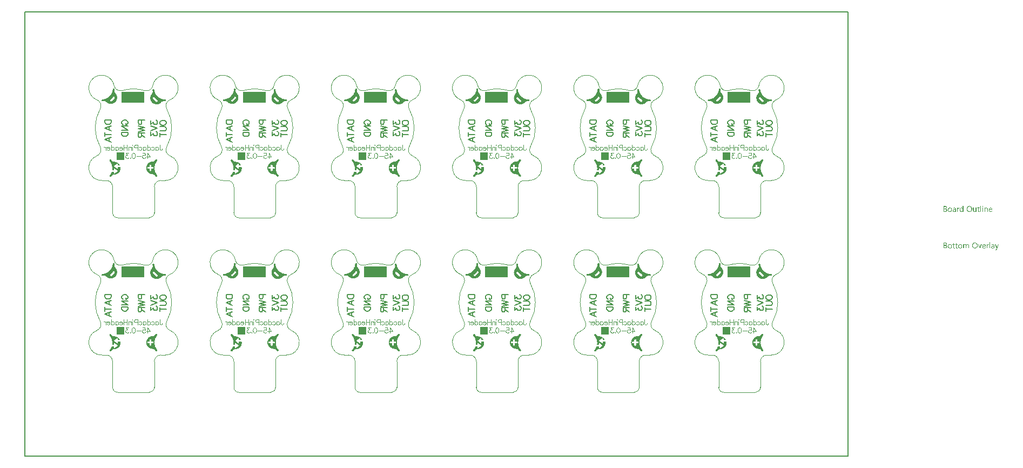
<source format=gbo>
G04*
G04 #@! TF.GenerationSoftware,Altium Limited,Altium Designer,21.3.2 (30)*
G04*
G04 Layer_Color=32896*
%FSAX25Y25*%
%MOIN*%
G70*
G04*
G04 #@! TF.SameCoordinates,57FAC1CB-812B-421D-9FDC-EB945B2EFB84*
G04*
G04*
G04 #@! TF.FilePolarity,Positive*
G04*
G01*
G75*
%ADD24C,0.00787*%
%ADD25C,0.00197*%
%ADD52C,0.00591*%
%ADD53C,0.00394*%
%ADD54R,0.13989X0.06853*%
%ADD55R,0.04881X0.05022*%
G36*
X0409117Y0207199D02*
X0409179Y0207188D01*
X0409240Y0207170D01*
X0409299Y0207146D01*
X0409354Y0207115D01*
X0409406Y0207079D01*
X0409453Y0207036D01*
X0409495Y0206989D01*
X0409532Y0206938D01*
X0409563Y0206882D01*
X0409587Y0206824D01*
X0409605Y0206763D01*
X0409615Y0206700D01*
X0409619Y0206637D01*
X0409616Y0206588D01*
X0409616D01*
D01*
X0409616Y0206588D01*
X0409616Y0206588D01*
X0409612Y0206532D01*
X0409584Y0206281D01*
X0409548Y0206031D01*
Y0206031D01*
X0409548Y0206031D01*
X0409548Y0206027D01*
X0409548Y0206027D01*
X0409537Y0205960D01*
X0409526Y0205840D01*
X0409523Y0205719D01*
X0409526Y0205599D01*
X0409537Y0205479D01*
X0409555Y0205360D01*
X0409581Y0205242D01*
X0409613Y0205126D01*
X0409653Y0205012D01*
X0409699Y0204901D01*
X0409751Y0204792D01*
X0409810Y0204687D01*
X0409876Y0204586D01*
X0409947Y0204489D01*
X0410024Y0204397D01*
X0410095Y0204322D01*
X0410095Y0204321D01*
X0410190Y0204222D01*
X0410302Y0204094D01*
X0410409Y0203961D01*
X0410510Y0203823D01*
X0410605Y0203681D01*
X0410694Y0203535D01*
X0410776Y0203386D01*
X0410851Y0203233D01*
X0410920Y0203077D01*
X0410982Y0202917D01*
X0411037Y0202756D01*
X0411084Y0202592D01*
X0411125Y0202426D01*
X0411158Y0202259D01*
X0411184Y0202090D01*
X0411203Y0201920D01*
X0411214Y0201750D01*
X0411218Y0201579D01*
X0411214Y0201409D01*
X0411203Y0201238D01*
X0411184Y0201069D01*
X0411158Y0200900D01*
X0411125Y0200733D01*
X0411084Y0200567D01*
X0411037Y0200403D01*
X0410982Y0200241D01*
X0410920Y0200082D01*
X0410851Y0199926D01*
X0410776Y0199773D01*
X0410694Y0199624D01*
X0410605Y0199478D01*
X0410510Y0199336D01*
X0410409Y0199198D01*
X0410302Y0199065D01*
X0410190Y0198937D01*
X0410072Y0198813D01*
X0409949Y0198695D01*
X0409820Y0198583D01*
X0409687Y0198476D01*
X0409550Y0198375D01*
X0409408Y0198280D01*
X0409262Y0198192D01*
X0409112Y0198109D01*
X0408959Y0198034D01*
X0408803Y0197965D01*
X0408644Y0197903D01*
X0408482Y0197849D01*
X0408318Y0197801D01*
X0408152Y0197760D01*
X0407985Y0197727D01*
X0407816Y0197701D01*
X0407647Y0197682D01*
X0407476Y0197671D01*
X0407306Y0197668D01*
X0407135Y0197671D01*
X0406965Y0197682D01*
X0406795Y0197701D01*
X0406626Y0197727D01*
X0406459Y0197760D01*
X0406293Y0197801D01*
X0406129Y0197849D01*
X0405968Y0197903D01*
X0405809Y0197965D01*
X0405652Y0198034D01*
X0405499Y0198109D01*
X0405350Y0198192D01*
X0405204Y0198280D01*
X0405062Y0198375D01*
X0404924Y0198476D01*
X0404791Y0198583D01*
X0404663Y0198695D01*
X0404561Y0198793D01*
X0404561Y0198793D01*
X0404485Y0198864D01*
X0404392Y0198942D01*
X0404295Y0199013D01*
X0404194Y0199079D01*
X0404089Y0199138D01*
X0403981Y0199190D01*
X0403869Y0199237D01*
X0403755Y0199276D01*
X0403639Y0199308D01*
X0403522Y0199334D01*
X0403402Y0199352D01*
X0403282Y0199363D01*
X0403162Y0199366D01*
X0403042Y0199363D01*
X0402922Y0199352D01*
X0402856Y0199342D01*
X0402856Y0199342D01*
X0402852Y0199341D01*
X0402852Y0199341D01*
X0402610Y0199307D01*
X0402359Y0199279D01*
X0402303Y0199275D01*
X0402303Y0199274D01*
X0402303Y0199274D01*
X0402303Y0199275D01*
X0402254Y0199272D01*
X0402191Y0199275D01*
X0402128Y0199286D01*
X0402068Y0199303D01*
X0402009Y0199328D01*
X0401954Y0199358D01*
X0401903Y0199395D01*
X0401856Y0199436D01*
X0401814Y0199484D01*
X0401777Y0199535D01*
X0401747Y0199590D01*
X0401723Y0199648D01*
X0401705Y0199709D01*
X0401694Y0199771D01*
X0401691Y0199834D01*
X0401694Y0199897D01*
X0401705Y0199960D01*
X0401723Y0200020D01*
X0401747Y0200078D01*
X0401777Y0200134D01*
X0401814Y0200185D01*
X0401856Y0200232D01*
X0401903Y0200274D01*
X0401954Y0200311D01*
X0402009Y0200341D01*
X0402068Y0200365D01*
X0402128Y0200383D01*
X0402191Y0200393D01*
X0402205Y0200394D01*
X0402205Y0200395D01*
X0402205Y0200395D01*
X0402280Y0200401D01*
X0402504Y0200427D01*
X0402728Y0200460D01*
X0402951Y0200500D01*
X0403172Y0200548D01*
X0403392Y0200603D01*
X0403609Y0200665D01*
X0403825Y0200735D01*
X0404038Y0200811D01*
X0404248Y0200894D01*
X0404456Y0200984D01*
X0404661Y0201081D01*
X0404862Y0201184D01*
X0405060Y0201294D01*
X0405254Y0201411D01*
X0405444Y0201533D01*
X0405630Y0201662D01*
X0405812Y0201797D01*
X0405989Y0201937D01*
X0406162Y0202084D01*
X0406329Y0202236D01*
X0406492Y0202393D01*
X0406649Y0202556D01*
X0406801Y0202724D01*
X0406948Y0202896D01*
X0407088Y0203073D01*
X0407223Y0203255D01*
X0407352Y0203441D01*
X0407475Y0203631D01*
X0407591Y0203825D01*
X0407701Y0204023D01*
X0407804Y0204225D01*
X0407901Y0204429D01*
X0407991Y0204637D01*
X0408074Y0204847D01*
X0408150Y0205060D01*
X0408220Y0205276D01*
X0408282Y0205493D01*
X0408337Y0205713D01*
X0408385Y0205934D01*
X0408425Y0206157D01*
X0408458Y0206381D01*
X0408484Y0206606D01*
X0408491Y0206685D01*
X0408491Y0206686D01*
X0408492Y0206686D01*
X0408492Y0206700D01*
X0408503Y0206763D01*
X0408520Y0206824D01*
X0408545Y0206882D01*
X0408575Y0206938D01*
X0408612Y0206989D01*
X0408654Y0207037D01*
X0408701Y0207079D01*
X0408753Y0207115D01*
X0408809Y0207146D01*
X0408867Y0207170D01*
X0408928Y0207188D01*
X0408990Y0207199D01*
X0409054Y0207202D01*
X0409117Y0207199D01*
D02*
G37*
G36*
X0334309D02*
X0334371Y0207188D01*
X0334432Y0207170D01*
X0334491Y0207146D01*
X0334546Y0207115D01*
X0334598Y0207079D01*
X0334645Y0207036D01*
X0334687Y0206989D01*
X0334724Y0206938D01*
X0334755Y0206882D01*
X0334779Y0206824D01*
X0334796Y0206763D01*
X0334807Y0206700D01*
X0334811Y0206637D01*
X0334808Y0206588D01*
X0334808D01*
D01*
X0334808Y0206588D01*
X0334808Y0206588D01*
X0334804Y0206532D01*
X0334776Y0206281D01*
X0334740Y0206031D01*
Y0206031D01*
X0334740Y0206031D01*
X0334739Y0206027D01*
X0334739Y0206027D01*
X0334729Y0205960D01*
X0334718Y0205840D01*
X0334715Y0205719D01*
X0334718Y0205599D01*
X0334729Y0205479D01*
X0334747Y0205360D01*
X0334773Y0205242D01*
X0334805Y0205126D01*
X0334844Y0205012D01*
X0334891Y0204901D01*
X0334943Y0204792D01*
X0335002Y0204687D01*
X0335068Y0204586D01*
X0335139Y0204489D01*
X0335216Y0204397D01*
X0335287Y0204322D01*
X0335287Y0204321D01*
X0335382Y0204222D01*
X0335494Y0204094D01*
X0335601Y0203961D01*
X0335702Y0203823D01*
X0335797Y0203681D01*
X0335886Y0203535D01*
X0335968Y0203386D01*
X0336043Y0203233D01*
X0336112Y0203077D01*
X0336174Y0202917D01*
X0336228Y0202756D01*
X0336276Y0202592D01*
X0336317Y0202426D01*
X0336350Y0202259D01*
X0336376Y0202090D01*
X0336395Y0201920D01*
X0336406Y0201750D01*
X0336410Y0201579D01*
X0336406Y0201409D01*
X0336395Y0201238D01*
X0336376Y0201069D01*
X0336350Y0200900D01*
X0336317Y0200733D01*
X0336276Y0200567D01*
X0336228Y0200403D01*
X0336174Y0200241D01*
X0336112Y0200082D01*
X0336043Y0199926D01*
X0335968Y0199773D01*
X0335886Y0199624D01*
X0335797Y0199478D01*
X0335702Y0199336D01*
X0335601Y0199198D01*
X0335494Y0199065D01*
X0335382Y0198937D01*
X0335264Y0198813D01*
X0335140Y0198695D01*
X0335012Y0198583D01*
X0334879Y0198476D01*
X0334741Y0198375D01*
X0334599Y0198280D01*
X0334454Y0198192D01*
X0334304Y0198109D01*
X0334151Y0198034D01*
X0333995Y0197965D01*
X0333836Y0197903D01*
X0333674Y0197849D01*
X0333510Y0197801D01*
X0333344Y0197760D01*
X0333177Y0197727D01*
X0333008Y0197701D01*
X0332839Y0197682D01*
X0332668Y0197671D01*
X0332498Y0197668D01*
X0332327Y0197671D01*
X0332157Y0197682D01*
X0331987Y0197701D01*
X0331818Y0197727D01*
X0331651Y0197760D01*
X0331485Y0197801D01*
X0331321Y0197849D01*
X0331160Y0197903D01*
X0331001Y0197965D01*
X0330844Y0198034D01*
X0330691Y0198109D01*
X0330542Y0198192D01*
X0330396Y0198280D01*
X0330254Y0198375D01*
X0330116Y0198476D01*
X0329983Y0198583D01*
X0329855Y0198695D01*
X0329753Y0198793D01*
X0329753Y0198793D01*
X0329677Y0198864D01*
X0329584Y0198942D01*
X0329487Y0199013D01*
X0329386Y0199079D01*
X0329281Y0199138D01*
X0329172Y0199190D01*
X0329061Y0199237D01*
X0328947Y0199276D01*
X0328831Y0199308D01*
X0328713Y0199334D01*
X0328594Y0199352D01*
X0328474Y0199363D01*
X0328354Y0199366D01*
X0328234Y0199363D01*
X0328114Y0199352D01*
X0328048Y0199342D01*
X0328048Y0199342D01*
X0328044Y0199341D01*
X0328044Y0199341D01*
X0327802Y0199307D01*
X0327551Y0199279D01*
X0327495Y0199275D01*
X0327495Y0199274D01*
X0327495Y0199274D01*
X0327495Y0199275D01*
X0327446Y0199272D01*
X0327382Y0199275D01*
X0327320Y0199286D01*
X0327260Y0199303D01*
X0327201Y0199328D01*
X0327146Y0199358D01*
X0327095Y0199395D01*
X0327048Y0199436D01*
X0327006Y0199484D01*
X0326969Y0199535D01*
X0326939Y0199590D01*
X0326915Y0199648D01*
X0326897Y0199709D01*
X0326887Y0199771D01*
X0326883Y0199834D01*
X0326887Y0199897D01*
X0326897Y0199960D01*
X0326915Y0200020D01*
X0326939Y0200078D01*
X0326969Y0200134D01*
X0327006Y0200185D01*
X0327048Y0200232D01*
X0327095Y0200274D01*
X0327146Y0200311D01*
X0327201Y0200341D01*
X0327260Y0200365D01*
X0327320Y0200383D01*
X0327382Y0200393D01*
X0327396Y0200394D01*
X0327396Y0200395D01*
X0327397Y0200395D01*
X0327472Y0200401D01*
X0327696Y0200427D01*
X0327920Y0200460D01*
X0328143Y0200500D01*
X0328364Y0200548D01*
X0328584Y0200603D01*
X0328801Y0200665D01*
X0329017Y0200735D01*
X0329230Y0200811D01*
X0329440Y0200894D01*
X0329648Y0200984D01*
X0329853Y0201081D01*
X0330054Y0201184D01*
X0330252Y0201294D01*
X0330446Y0201411D01*
X0330636Y0201533D01*
X0330822Y0201662D01*
X0331004Y0201797D01*
X0331181Y0201937D01*
X0331354Y0202084D01*
X0331521Y0202236D01*
X0331684Y0202393D01*
X0331841Y0202556D01*
X0331993Y0202724D01*
X0332140Y0202896D01*
X0332280Y0203073D01*
X0332415Y0203255D01*
X0332544Y0203441D01*
X0332667Y0203631D01*
X0332783Y0203825D01*
X0332893Y0204023D01*
X0332996Y0204225D01*
X0333093Y0204429D01*
X0333183Y0204637D01*
X0333266Y0204847D01*
X0333342Y0205060D01*
X0333412Y0205276D01*
X0333474Y0205493D01*
X0333529Y0205713D01*
X0333576Y0205934D01*
X0333617Y0206157D01*
X0333650Y0206381D01*
X0333676Y0206606D01*
X0333683Y0206685D01*
X0333683Y0206686D01*
X0333683Y0206686D01*
X0333684Y0206700D01*
X0333695Y0206763D01*
X0333712Y0206824D01*
X0333737Y0206882D01*
X0333767Y0206938D01*
X0333804Y0206989D01*
X0333846Y0207037D01*
X0333893Y0207079D01*
X0333945Y0207115D01*
X0334000Y0207146D01*
X0334059Y0207170D01*
X0334120Y0207188D01*
X0334182Y0207199D01*
X0334246Y0207202D01*
X0334309Y0207199D01*
D02*
G37*
G36*
X0259501D02*
X0259563Y0207188D01*
X0259624Y0207170D01*
X0259683Y0207146D01*
X0259738Y0207115D01*
X0259790Y0207079D01*
X0259837Y0207036D01*
X0259879Y0206989D01*
X0259916Y0206938D01*
X0259947Y0206882D01*
X0259971Y0206824D01*
X0259988Y0206763D01*
X0259999Y0206700D01*
X0260002Y0206637D01*
X0260000Y0206588D01*
X0260000D01*
D01*
X0260000Y0206588D01*
X0260000Y0206588D01*
X0259995Y0206532D01*
X0259968Y0206281D01*
X0259932Y0206031D01*
Y0206031D01*
X0259932Y0206031D01*
X0259931Y0206027D01*
X0259931Y0206027D01*
X0259921Y0205960D01*
X0259910Y0205840D01*
X0259907Y0205719D01*
X0259910Y0205599D01*
X0259921Y0205479D01*
X0259939Y0205360D01*
X0259965Y0205242D01*
X0259997Y0205126D01*
X0260036Y0205012D01*
X0260082Y0204901D01*
X0260135Y0204792D01*
X0260194Y0204687D01*
X0260260Y0204586D01*
X0260331Y0204489D01*
X0260408Y0204397D01*
X0260479Y0204322D01*
X0260479Y0204321D01*
X0260574Y0204222D01*
X0260686Y0204094D01*
X0260793Y0203961D01*
X0260894Y0203823D01*
X0260989Y0203681D01*
X0261077Y0203535D01*
X0261159Y0203386D01*
X0261235Y0203233D01*
X0261304Y0203077D01*
X0261366Y0202917D01*
X0261420Y0202756D01*
X0261468Y0202592D01*
X0261509Y0202426D01*
X0261542Y0202259D01*
X0261568Y0202090D01*
X0261587Y0201920D01*
X0261598Y0201750D01*
X0261601Y0201579D01*
X0261598Y0201409D01*
X0261587Y0201238D01*
X0261568Y0201069D01*
X0261542Y0200900D01*
X0261509Y0200733D01*
X0261468Y0200567D01*
X0261420Y0200403D01*
X0261366Y0200241D01*
X0261304Y0200082D01*
X0261235Y0199926D01*
X0261159Y0199773D01*
X0261077Y0199624D01*
X0260989Y0199478D01*
X0260894Y0199336D01*
X0260793Y0199198D01*
X0260686Y0199065D01*
X0260574Y0198937D01*
X0260456Y0198813D01*
X0260332Y0198695D01*
X0260204Y0198583D01*
X0260071Y0198476D01*
X0259933Y0198375D01*
X0259791Y0198280D01*
X0259646Y0198192D01*
X0259496Y0198109D01*
X0259343Y0198034D01*
X0259187Y0197965D01*
X0259028Y0197903D01*
X0258866Y0197849D01*
X0258702Y0197801D01*
X0258536Y0197760D01*
X0258369Y0197727D01*
X0258200Y0197701D01*
X0258031Y0197682D01*
X0257860Y0197671D01*
X0257690Y0197668D01*
X0257519Y0197671D01*
X0257349Y0197682D01*
X0257179Y0197701D01*
X0257010Y0197727D01*
X0256843Y0197760D01*
X0256677Y0197801D01*
X0256513Y0197849D01*
X0256352Y0197903D01*
X0256192Y0197965D01*
X0256036Y0198034D01*
X0255883Y0198109D01*
X0255734Y0198192D01*
X0255588Y0198280D01*
X0255446Y0198375D01*
X0255308Y0198476D01*
X0255175Y0198583D01*
X0255047Y0198695D01*
X0254945Y0198793D01*
X0254945Y0198793D01*
X0254868Y0198864D01*
X0254776Y0198942D01*
X0254679Y0199013D01*
X0254578Y0199079D01*
X0254473Y0199138D01*
X0254364Y0199190D01*
X0254253Y0199237D01*
X0254139Y0199276D01*
X0254023Y0199308D01*
X0253905Y0199334D01*
X0253786Y0199352D01*
X0253666Y0199363D01*
X0253546Y0199366D01*
X0253426Y0199363D01*
X0253306Y0199352D01*
X0253240Y0199342D01*
X0253240Y0199342D01*
X0253236Y0199341D01*
X0253236Y0199341D01*
X0252994Y0199307D01*
X0252742Y0199279D01*
X0252686Y0199275D01*
X0252687Y0199274D01*
X0252687Y0199274D01*
X0252686Y0199275D01*
X0252637Y0199272D01*
X0252574Y0199275D01*
X0252512Y0199286D01*
X0252452Y0199303D01*
X0252393Y0199328D01*
X0252338Y0199358D01*
X0252287Y0199395D01*
X0252240Y0199436D01*
X0252198Y0199484D01*
X0252161Y0199535D01*
X0252131Y0199590D01*
X0252106Y0199648D01*
X0252089Y0199709D01*
X0252078Y0199771D01*
X0252075Y0199834D01*
X0252078Y0199897D01*
X0252089Y0199960D01*
X0252106Y0200020D01*
X0252131Y0200078D01*
X0252161Y0200134D01*
X0252198Y0200185D01*
X0252240Y0200232D01*
X0252287Y0200274D01*
X0252338Y0200311D01*
X0252393Y0200341D01*
X0252452Y0200365D01*
X0252512Y0200383D01*
X0252574Y0200393D01*
X0252589Y0200394D01*
X0252588Y0200395D01*
X0252589Y0200395D01*
X0252663Y0200401D01*
X0252888Y0200427D01*
X0253112Y0200460D01*
X0253335Y0200500D01*
X0253556Y0200548D01*
X0253776Y0200603D01*
X0253993Y0200665D01*
X0254209Y0200735D01*
X0254422Y0200811D01*
X0254632Y0200894D01*
X0254840Y0200984D01*
X0255044Y0201081D01*
X0255246Y0201184D01*
X0255444Y0201294D01*
X0255638Y0201411D01*
X0255828Y0201533D01*
X0256014Y0201662D01*
X0256196Y0201797D01*
X0256373Y0201937D01*
X0256545Y0202084D01*
X0256713Y0202236D01*
X0256876Y0202393D01*
X0257033Y0202556D01*
X0257185Y0202724D01*
X0257332Y0202896D01*
X0257472Y0203073D01*
X0257607Y0203255D01*
X0257736Y0203441D01*
X0257858Y0203631D01*
X0257975Y0203825D01*
X0258085Y0204023D01*
X0258188Y0204225D01*
X0258285Y0204429D01*
X0258375Y0204637D01*
X0258458Y0204847D01*
X0258534Y0205060D01*
X0258604Y0205276D01*
X0258666Y0205493D01*
X0258721Y0205713D01*
X0258769Y0205934D01*
X0258809Y0206157D01*
X0258842Y0206381D01*
X0258868Y0206606D01*
X0258875Y0206685D01*
X0258875Y0206686D01*
X0258875Y0206686D01*
X0258876Y0206700D01*
X0258887Y0206763D01*
X0258904Y0206824D01*
X0258928Y0206882D01*
X0258959Y0206938D01*
X0258996Y0206989D01*
X0259038Y0207037D01*
X0259085Y0207079D01*
X0259137Y0207115D01*
X0259192Y0207146D01*
X0259251Y0207170D01*
X0259312Y0207188D01*
X0259374Y0207199D01*
X0259438Y0207202D01*
X0259501Y0207199D01*
D02*
G37*
G36*
X0184693D02*
X0184755Y0207188D01*
X0184816Y0207170D01*
X0184875Y0207146D01*
X0184930Y0207115D01*
X0184982Y0207079D01*
X0185029Y0207036D01*
X0185071Y0206989D01*
X0185108Y0206938D01*
X0185138Y0206882D01*
X0185163Y0206824D01*
X0185180Y0206763D01*
X0185191Y0206700D01*
X0185194Y0206637D01*
X0185192Y0206588D01*
X0185192D01*
X0185187Y0206532D01*
X0185160Y0206281D01*
X0185124Y0206031D01*
Y0206031D01*
X0185124Y0206031D01*
X0185123Y0206027D01*
X0185123Y0206027D01*
X0185113Y0205960D01*
X0185102Y0205840D01*
X0185099Y0205719D01*
X0185102Y0205599D01*
X0185113Y0205479D01*
X0185131Y0205360D01*
X0185157Y0205242D01*
X0185189Y0205126D01*
X0185228Y0205012D01*
X0185274Y0204901D01*
X0185327Y0204792D01*
X0185386Y0204687D01*
X0185452Y0204586D01*
X0185523Y0204489D01*
X0185600Y0204397D01*
X0185671Y0204322D01*
X0185671Y0204321D01*
X0185766Y0204222D01*
X0185878Y0204094D01*
X0185985Y0203961D01*
X0186086Y0203823D01*
X0186181Y0203681D01*
X0186269Y0203535D01*
X0186351Y0203386D01*
X0186427Y0203233D01*
X0186496Y0203077D01*
X0186557Y0202917D01*
X0186612Y0202756D01*
X0186660Y0202592D01*
X0186701Y0202426D01*
X0186734Y0202259D01*
X0186760Y0202090D01*
X0186778Y0201920D01*
X0186790Y0201750D01*
X0186793Y0201579D01*
X0186790Y0201409D01*
X0186778Y0201238D01*
X0186760Y0201069D01*
X0186734Y0200900D01*
X0186701Y0200733D01*
X0186660Y0200567D01*
X0186612Y0200403D01*
X0186557Y0200241D01*
X0186496Y0200082D01*
X0186427Y0199926D01*
X0186351Y0199773D01*
X0186269Y0199624D01*
X0186181Y0199478D01*
X0186086Y0199336D01*
X0185985Y0199198D01*
X0185878Y0199065D01*
X0185766Y0198937D01*
X0185648Y0198813D01*
X0185524Y0198695D01*
X0185396Y0198583D01*
X0185263Y0198476D01*
X0185125Y0198375D01*
X0184983Y0198280D01*
X0184837Y0198192D01*
X0184688Y0198109D01*
X0184535Y0198034D01*
X0184379Y0197965D01*
X0184219Y0197903D01*
X0184058Y0197849D01*
X0183894Y0197801D01*
X0183728Y0197760D01*
X0183561Y0197727D01*
X0183392Y0197701D01*
X0183222Y0197682D01*
X0183052Y0197671D01*
X0182881Y0197668D01*
X0182711Y0197671D01*
X0182541Y0197682D01*
X0182371Y0197701D01*
X0182202Y0197727D01*
X0182035Y0197760D01*
X0181869Y0197801D01*
X0181705Y0197849D01*
X0181544Y0197903D01*
X0181384Y0197965D01*
X0181228Y0198034D01*
X0181075Y0198109D01*
X0180926Y0198192D01*
X0180780Y0198280D01*
X0180638Y0198375D01*
X0180500Y0198476D01*
X0180367Y0198583D01*
X0180239Y0198695D01*
X0180137Y0198793D01*
X0180137Y0198793D01*
X0180060Y0198864D01*
X0179968Y0198942D01*
X0179871Y0199013D01*
X0179770Y0199079D01*
X0179665Y0199138D01*
X0179556Y0199190D01*
X0179445Y0199237D01*
X0179331Y0199276D01*
X0179215Y0199308D01*
X0179097Y0199334D01*
X0178978Y0199352D01*
X0178858Y0199363D01*
X0178738Y0199366D01*
X0178617Y0199363D01*
X0178497Y0199352D01*
X0178432Y0199342D01*
X0178432Y0199342D01*
X0178428Y0199341D01*
X0178428Y0199341D01*
X0178186Y0199307D01*
X0177934Y0199279D01*
X0177878Y0199275D01*
X0177878Y0199274D01*
X0177878Y0199274D01*
X0177878Y0199275D01*
X0177829Y0199272D01*
X0177766Y0199275D01*
X0177704Y0199286D01*
X0177644Y0199303D01*
X0177585Y0199328D01*
X0177530Y0199358D01*
X0177479Y0199395D01*
X0177431Y0199436D01*
X0177390Y0199484D01*
X0177353Y0199535D01*
X0177322Y0199590D01*
X0177298Y0199648D01*
X0177281Y0199709D01*
X0177270Y0199771D01*
X0177267Y0199834D01*
X0177270Y0199897D01*
X0177281Y0199960D01*
X0177298Y0200020D01*
X0177322Y0200078D01*
X0177353Y0200134D01*
X0177390Y0200185D01*
X0177431Y0200232D01*
X0177479Y0200274D01*
X0177530Y0200311D01*
X0177585Y0200341D01*
X0177644Y0200365D01*
X0177704Y0200383D01*
X0177766Y0200393D01*
X0177780Y0200394D01*
X0177780Y0200395D01*
X0177781Y0200395D01*
X0177855Y0200401D01*
X0178080Y0200427D01*
X0178304Y0200460D01*
X0178527Y0200500D01*
X0178748Y0200548D01*
X0178967Y0200603D01*
X0179185Y0200665D01*
X0179401Y0200735D01*
X0179614Y0200811D01*
X0179824Y0200894D01*
X0180032Y0200984D01*
X0180236Y0201081D01*
X0180438Y0201184D01*
X0180635Y0201294D01*
X0180830Y0201411D01*
X0181020Y0201533D01*
X0181206Y0201662D01*
X0181388Y0201797D01*
X0181565Y0201937D01*
X0181737Y0202084D01*
X0181905Y0202236D01*
X0182068Y0202393D01*
X0182225Y0202556D01*
X0182377Y0202724D01*
X0182524Y0202896D01*
X0182664Y0203073D01*
X0182799Y0203255D01*
X0182928Y0203441D01*
X0183050Y0203631D01*
X0183167Y0203825D01*
X0183277Y0204023D01*
X0183380Y0204225D01*
X0183477Y0204429D01*
X0183567Y0204637D01*
X0183650Y0204847D01*
X0183726Y0205060D01*
X0183795Y0205276D01*
X0183858Y0205493D01*
X0183913Y0205713D01*
X0183960Y0205934D01*
X0184001Y0206157D01*
X0184034Y0206381D01*
X0184060Y0206606D01*
X0184066Y0206685D01*
X0184067Y0206686D01*
X0184067Y0206686D01*
X0184068Y0206700D01*
X0184079Y0206763D01*
X0184096Y0206824D01*
X0184120Y0206882D01*
X0184151Y0206938D01*
X0184188Y0206989D01*
X0184230Y0207037D01*
X0184277Y0207079D01*
X0184329Y0207115D01*
X0184384Y0207146D01*
X0184443Y0207170D01*
X0184504Y0207188D01*
X0184566Y0207199D01*
X0184629Y0207202D01*
X0184693Y0207199D01*
D02*
G37*
G36*
X0109885D02*
X0109947Y0207188D01*
X0110008Y0207170D01*
X0110067Y0207146D01*
X0110122Y0207115D01*
X0110174Y0207079D01*
X0110221Y0207036D01*
X0110263Y0206989D01*
X0110300Y0206938D01*
X0110330Y0206882D01*
X0110355Y0206824D01*
X0110372Y0206763D01*
X0110383Y0206700D01*
X0110386Y0206637D01*
X0110384Y0206588D01*
X0110384D01*
X0110379Y0206532D01*
X0110352Y0206281D01*
X0110316Y0206031D01*
Y0206031D01*
X0110316Y0206031D01*
X0110315Y0206027D01*
X0110315Y0206027D01*
X0110305Y0205960D01*
X0110294Y0205840D01*
X0110291Y0205719D01*
X0110294Y0205599D01*
X0110305Y0205479D01*
X0110323Y0205360D01*
X0110348Y0205242D01*
X0110381Y0205126D01*
X0110420Y0205012D01*
X0110466Y0204901D01*
X0110519Y0204792D01*
X0110578Y0204687D01*
X0110644Y0204586D01*
X0110715Y0204489D01*
X0110792Y0204397D01*
X0110863Y0204322D01*
X0110863Y0204321D01*
X0110958Y0204222D01*
X0111070Y0204094D01*
X0111177Y0203961D01*
X0111278Y0203823D01*
X0111373Y0203681D01*
X0111461Y0203535D01*
X0111543Y0203386D01*
X0111619Y0203233D01*
X0111688Y0203077D01*
X0111749Y0202917D01*
X0111804Y0202756D01*
X0111852Y0202592D01*
X0111893Y0202426D01*
X0111926Y0202259D01*
X0111952Y0202090D01*
X0111970Y0201920D01*
X0111982Y0201750D01*
X0111985Y0201579D01*
X0111982Y0201409D01*
X0111970Y0201238D01*
X0111952Y0201069D01*
X0111926Y0200900D01*
X0111893Y0200733D01*
X0111852Y0200567D01*
X0111804Y0200403D01*
X0111749Y0200241D01*
X0111688Y0200082D01*
X0111619Y0199926D01*
X0111543Y0199773D01*
X0111461Y0199624D01*
X0111373Y0199478D01*
X0111278Y0199336D01*
X0111177Y0199198D01*
X0111070Y0199065D01*
X0110958Y0198937D01*
X0110840Y0198813D01*
X0110716Y0198695D01*
X0110588Y0198583D01*
X0110455Y0198476D01*
X0110317Y0198375D01*
X0110175Y0198280D01*
X0110029Y0198192D01*
X0109880Y0198109D01*
X0109727Y0198034D01*
X0109570Y0197965D01*
X0109411Y0197903D01*
X0109250Y0197849D01*
X0109086Y0197801D01*
X0108920Y0197760D01*
X0108753Y0197727D01*
X0108584Y0197701D01*
X0108414Y0197682D01*
X0108244Y0197671D01*
X0108073Y0197668D01*
X0107903Y0197671D01*
X0107732Y0197682D01*
X0107563Y0197701D01*
X0107394Y0197727D01*
X0107227Y0197760D01*
X0107061Y0197801D01*
X0106897Y0197849D01*
X0106735Y0197903D01*
X0106576Y0197965D01*
X0106420Y0198034D01*
X0106267Y0198109D01*
X0106117Y0198192D01*
X0105972Y0198280D01*
X0105830Y0198375D01*
X0105692Y0198476D01*
X0105559Y0198583D01*
X0105430Y0198695D01*
X0105329Y0198793D01*
X0105329Y0198793D01*
X0105252Y0198864D01*
X0105160Y0198942D01*
X0105063Y0199013D01*
X0104962Y0199079D01*
X0104857Y0199138D01*
X0104748Y0199190D01*
X0104637Y0199237D01*
X0104523Y0199276D01*
X0104407Y0199308D01*
X0104289Y0199334D01*
X0104170Y0199352D01*
X0104050Y0199363D01*
X0103930Y0199366D01*
X0103809Y0199363D01*
X0103689Y0199352D01*
X0103624Y0199342D01*
X0103624Y0199342D01*
X0103620Y0199341D01*
X0103620Y0199341D01*
X0103377Y0199307D01*
X0103126Y0199279D01*
X0103070Y0199275D01*
X0103070Y0199274D01*
X0103070Y0199274D01*
X0103070Y0199275D01*
X0103021Y0199272D01*
X0102958Y0199275D01*
X0102896Y0199286D01*
X0102835Y0199303D01*
X0102777Y0199328D01*
X0102722Y0199358D01*
X0102671Y0199395D01*
X0102623Y0199436D01*
X0102581Y0199484D01*
X0102545Y0199535D01*
X0102514Y0199590D01*
X0102490Y0199648D01*
X0102473Y0199709D01*
X0102462Y0199771D01*
X0102459Y0199834D01*
X0102462Y0199897D01*
X0102473Y0199960D01*
X0102490Y0200020D01*
X0102514Y0200078D01*
X0102545Y0200134D01*
X0102581Y0200185D01*
X0102623Y0200232D01*
X0102671Y0200274D01*
X0102722Y0200311D01*
X0102777Y0200341D01*
X0102835Y0200365D01*
X0102896Y0200383D01*
X0102958Y0200393D01*
X0102972Y0200394D01*
X0102972Y0200395D01*
X0102973Y0200395D01*
X0103047Y0200401D01*
X0103272Y0200427D01*
X0103496Y0200460D01*
X0103719Y0200500D01*
X0103940Y0200548D01*
X0104159Y0200603D01*
X0104377Y0200665D01*
X0104593Y0200735D01*
X0104806Y0200811D01*
X0105016Y0200894D01*
X0105224Y0200984D01*
X0105428Y0201081D01*
X0105630Y0201184D01*
X0105827Y0201294D01*
X0106021Y0201411D01*
X0106212Y0201533D01*
X0106398Y0201662D01*
X0106579Y0201797D01*
X0106757Y0201937D01*
X0106929Y0202084D01*
X0107097Y0202236D01*
X0107260Y0202393D01*
X0107417Y0202556D01*
X0107569Y0202724D01*
X0107715Y0202896D01*
X0107856Y0203073D01*
X0107991Y0203255D01*
X0108120Y0203441D01*
X0108242Y0203631D01*
X0108359Y0203825D01*
X0108469Y0204023D01*
X0108572Y0204225D01*
X0108669Y0204429D01*
X0108759Y0204637D01*
X0108842Y0204847D01*
X0108918Y0205060D01*
X0108987Y0205276D01*
X0109050Y0205493D01*
X0109105Y0205713D01*
X0109152Y0205934D01*
X0109193Y0206157D01*
X0109226Y0206381D01*
X0109252Y0206606D01*
X0109258Y0206685D01*
X0109258Y0206686D01*
X0109259Y0206686D01*
X0109260Y0206700D01*
X0109271Y0206763D01*
X0109288Y0206824D01*
X0109312Y0206882D01*
X0109343Y0206938D01*
X0109380Y0206989D01*
X0109422Y0207037D01*
X0109469Y0207079D01*
X0109521Y0207115D01*
X0109576Y0207146D01*
X0109635Y0207170D01*
X0109696Y0207188D01*
X0109758Y0207199D01*
X0109821Y0207202D01*
X0109885Y0207199D01*
D02*
G37*
G36*
X0035077D02*
X0035139Y0207188D01*
X0035200Y0207170D01*
X0035258Y0207146D01*
X0035314Y0207115D01*
X0035366Y0207079D01*
X0035413Y0207036D01*
X0035455Y0206989D01*
X0035492Y0206938D01*
X0035522Y0206882D01*
X0035547Y0206824D01*
X0035564Y0206763D01*
X0035575Y0206700D01*
X0035578Y0206637D01*
X0035576Y0206588D01*
X0035576D01*
X0035571Y0206532D01*
X0035543Y0206281D01*
X0035508Y0206031D01*
Y0206031D01*
X0035508Y0206031D01*
X0035507Y0206027D01*
X0035507Y0206027D01*
X0035497Y0205960D01*
X0035486Y0205840D01*
X0035482Y0205719D01*
X0035486Y0205599D01*
X0035497Y0205479D01*
X0035515Y0205360D01*
X0035540Y0205242D01*
X0035573Y0205126D01*
X0035612Y0205012D01*
X0035658Y0204901D01*
X0035711Y0204792D01*
X0035770Y0204687D01*
X0035835Y0204586D01*
X0035907Y0204489D01*
X0035984Y0204397D01*
X0036055Y0204322D01*
X0036055Y0204321D01*
X0036149Y0204222D01*
X0036262Y0204094D01*
X0036369Y0203961D01*
X0036470Y0203823D01*
X0036565Y0203681D01*
X0036653Y0203535D01*
X0036735Y0203386D01*
X0036811Y0203233D01*
X0036880Y0203077D01*
X0036941Y0202917D01*
X0036996Y0202756D01*
X0037044Y0202592D01*
X0037084Y0202426D01*
X0037118Y0202259D01*
X0037144Y0202090D01*
X0037162Y0201920D01*
X0037174Y0201750D01*
X0037177Y0201579D01*
X0037174Y0201409D01*
X0037162Y0201238D01*
X0037144Y0201069D01*
X0037118Y0200900D01*
X0037084Y0200733D01*
X0037044Y0200567D01*
X0036996Y0200403D01*
X0036941Y0200241D01*
X0036880Y0200082D01*
X0036811Y0199926D01*
X0036735Y0199773D01*
X0036653Y0199624D01*
X0036565Y0199478D01*
X0036470Y0199336D01*
X0036369Y0199198D01*
X0036262Y0199065D01*
X0036149Y0198937D01*
X0036031Y0198813D01*
X0035908Y0198695D01*
X0035780Y0198583D01*
X0035647Y0198476D01*
X0035509Y0198375D01*
X0035367Y0198280D01*
X0035221Y0198192D01*
X0035072Y0198109D01*
X0034919Y0198034D01*
X0034762Y0197965D01*
X0034603Y0197903D01*
X0034442Y0197849D01*
X0034278Y0197801D01*
X0034112Y0197760D01*
X0033945Y0197727D01*
X0033776Y0197701D01*
X0033606Y0197682D01*
X0033436Y0197671D01*
X0033265Y0197668D01*
X0033095Y0197671D01*
X0032924Y0197682D01*
X0032755Y0197701D01*
X0032586Y0197727D01*
X0032419Y0197760D01*
X0032253Y0197801D01*
X0032089Y0197849D01*
X0031927Y0197903D01*
X0031768Y0197965D01*
X0031612Y0198034D01*
X0031459Y0198109D01*
X0031309Y0198192D01*
X0031163Y0198280D01*
X0031021Y0198375D01*
X0030884Y0198476D01*
X0030751Y0198583D01*
X0030623Y0198695D01*
X0030521Y0198793D01*
X0030521Y0198793D01*
X0030444Y0198864D01*
X0030352Y0198942D01*
X0030255Y0199013D01*
X0030153Y0199079D01*
X0030048Y0199138D01*
X0029940Y0199190D01*
X0029829Y0199237D01*
X0029715Y0199276D01*
X0029599Y0199308D01*
X0029481Y0199334D01*
X0029362Y0199352D01*
X0029242Y0199363D01*
X0029122Y0199366D01*
X0029001Y0199363D01*
X0028881Y0199352D01*
X0028816Y0199342D01*
X0028816Y0199342D01*
X0028812Y0199341D01*
X0028812Y0199341D01*
X0028569Y0199307D01*
X0028318Y0199279D01*
X0028262Y0199275D01*
X0028262Y0199274D01*
X0028262Y0199274D01*
X0028262Y0199275D01*
X0028213Y0199272D01*
X0028150Y0199275D01*
X0028088Y0199286D01*
X0028027Y0199303D01*
X0027969Y0199328D01*
X0027914Y0199358D01*
X0027862Y0199395D01*
X0027815Y0199436D01*
X0027773Y0199484D01*
X0027737Y0199535D01*
X0027706Y0199590D01*
X0027682Y0199648D01*
X0027665Y0199709D01*
X0027654Y0199771D01*
X0027651Y0199834D01*
X0027654Y0199897D01*
X0027665Y0199960D01*
X0027682Y0200020D01*
X0027706Y0200078D01*
X0027737Y0200134D01*
X0027773Y0200185D01*
X0027815Y0200232D01*
X0027862Y0200274D01*
X0027914Y0200311D01*
X0027969Y0200341D01*
X0028027Y0200365D01*
X0028088Y0200383D01*
X0028150Y0200393D01*
X0028164Y0200394D01*
X0028164Y0200395D01*
X0028165Y0200395D01*
X0028239Y0200401D01*
X0028464Y0200427D01*
X0028688Y0200460D01*
X0028911Y0200500D01*
X0029132Y0200548D01*
X0029351Y0200603D01*
X0029569Y0200665D01*
X0029784Y0200735D01*
X0029998Y0200811D01*
X0030208Y0200894D01*
X0030416Y0200984D01*
X0030620Y0201081D01*
X0030821Y0201184D01*
X0031019Y0201294D01*
X0031213Y0201411D01*
X0031404Y0201533D01*
X0031590Y0201662D01*
X0031771Y0201797D01*
X0031949Y0201937D01*
X0032121Y0202084D01*
X0032289Y0202236D01*
X0032452Y0202393D01*
X0032609Y0202556D01*
X0032761Y0202724D01*
X0032907Y0202896D01*
X0033048Y0203073D01*
X0033183Y0203255D01*
X0033312Y0203441D01*
X0033434Y0203631D01*
X0033551Y0203825D01*
X0033661Y0204023D01*
X0033764Y0204225D01*
X0033861Y0204429D01*
X0033951Y0204637D01*
X0034034Y0204847D01*
X0034110Y0205060D01*
X0034179Y0205276D01*
X0034242Y0205493D01*
X0034297Y0205713D01*
X0034344Y0205934D01*
X0034385Y0206157D01*
X0034418Y0206381D01*
X0034444Y0206606D01*
X0034450Y0206685D01*
X0034451Y0206686D01*
X0034451Y0206686D01*
X0034452Y0206700D01*
X0034462Y0206763D01*
X0034480Y0206824D01*
X0034504Y0206882D01*
X0034535Y0206938D01*
X0034572Y0206989D01*
X0034614Y0207037D01*
X0034661Y0207079D01*
X0034713Y0207115D01*
X0034768Y0207146D01*
X0034827Y0207170D01*
X0034888Y0207188D01*
X0034950Y0207199D01*
X0035013Y0207202D01*
X0035077Y0207199D01*
D02*
G37*
G36*
X0185192Y0206588D02*
X0185192Y0206588D01*
D01*
X0185192Y0206588D01*
D02*
G37*
G36*
X0110384D02*
X0110384Y0206588D01*
D01*
X0110384Y0206588D01*
D02*
G37*
G36*
X0035576D02*
X0035576Y0206588D01*
D01*
X0035576Y0206588D01*
D02*
G37*
G36*
X0440697Y0199244D02*
X0440697Y0199244D01*
X0440697Y0199244D01*
X0440697D01*
D02*
G37*
G36*
X0365889D02*
X0365889Y0199244D01*
X0365889Y0199244D01*
X0365889D01*
D02*
G37*
G36*
X0291081D02*
X0291081Y0199244D01*
X0291081Y0199244D01*
X0291081D01*
D02*
G37*
G36*
X0216272D02*
X0216272Y0199244D01*
X0216272Y0199244D01*
X0216272D01*
D02*
G37*
G36*
X0141464D02*
X0141464Y0199244D01*
X0141464Y0199244D01*
X0141464D01*
D02*
G37*
G36*
X0066656D02*
X0066656Y0199244D01*
X0066656Y0199244D01*
X0066656D01*
D02*
G37*
G36*
X0433601Y0206804D02*
X0433664Y0206797D01*
X0433725Y0206783D01*
X0433784Y0206762D01*
X0433841Y0206734D01*
X0433894Y0206700D01*
X0433944Y0206661D01*
X0433988Y0206616D01*
X0434027Y0206567D01*
X0434061Y0206513D01*
X0434088Y0206456D01*
X0434108Y0206397D01*
X0434122Y0206335D01*
X0434124Y0206321D01*
X0434124Y0206321D01*
X0434124Y0206321D01*
X0434134Y0206246D01*
X0434172Y0206023D01*
X0434217Y0205802D01*
X0434269Y0205581D01*
X0434328Y0205363D01*
X0434395Y0205147D01*
X0434468Y0204932D01*
X0434549Y0204721D01*
X0434636Y0204512D01*
X0434730Y0204306D01*
X0434831Y0204104D01*
X0434938Y0203904D01*
X0435052Y0203709D01*
X0435172Y0203517D01*
X0435298Y0203329D01*
X0435431Y0203146D01*
X0435569Y0202967D01*
X0435713Y0202792D01*
X0435863Y0202623D01*
X0436018Y0202458D01*
X0436179Y0202298D01*
X0436344Y0202144D01*
X0436515Y0201996D01*
X0436690Y0201853D01*
X0436870Y0201715D01*
X0437055Y0201584D01*
X0437243Y0201459D01*
X0437436Y0201340D01*
X0437632Y0201228D01*
X0437832Y0201122D01*
X0438035Y0201022D01*
X0438242Y0200929D01*
X0438451Y0200844D01*
X0438663Y0200765D01*
X0438878Y0200693D01*
X0439095Y0200627D01*
X0439313Y0200570D01*
X0439534Y0200519D01*
X0439756Y0200476D01*
X0439980Y0200440D01*
X0440204Y0200411D01*
X0440429Y0200389D01*
X0440655Y0200375D01*
X0440735Y0200373D01*
X0440735Y0200373D01*
X0440735Y0200372D01*
X0440750Y0200372D01*
X0440813Y0200365D01*
X0440875Y0200350D01*
X0440935Y0200329D01*
X0440992Y0200302D01*
X0441045Y0200268D01*
X0441094Y0200228D01*
X0441139Y0200183D01*
X0441178Y0200133D01*
X0441212Y0200079D01*
X0441239Y0200022D01*
X0441260Y0199962D01*
X0441274Y0199901D01*
X0441281Y0199838D01*
X0441280Y0199774D01*
X0441273Y0199711D01*
X0441259Y0199650D01*
X0441238Y0199590D01*
X0441210Y0199533D01*
X0441176Y0199479D01*
X0441136Y0199430D01*
X0441091Y0199385D01*
X0441042Y0199346D01*
X0440988Y0199313D01*
X0440931Y0199285D01*
X0440871Y0199265D01*
X0440809Y0199251D01*
X0440746Y0199244D01*
X0440697Y0199244D01*
Y0199244D01*
X0440641Y0199246D01*
X0440388Y0199260D01*
X0440137Y0199283D01*
X0440137Y0199283D01*
X0440137Y0199283D01*
X0440133Y0199283D01*
X0440133Y0199283D01*
X0440065Y0199290D01*
X0439945Y0199294D01*
X0439824Y0199292D01*
X0439704Y0199282D01*
X0439585Y0199264D01*
X0439467Y0199240D01*
X0439351Y0199209D01*
X0439237Y0199170D01*
X0439125Y0199125D01*
X0439016Y0199073D01*
X0438911Y0199015D01*
X0438809Y0198950D01*
X0438712Y0198880D01*
X0438618Y0198803D01*
X0438530Y0198721D01*
X0438458Y0198647D01*
X0438458Y0198647D01*
X0438365Y0198547D01*
X0438242Y0198428D01*
X0438115Y0198314D01*
X0437983Y0198206D01*
X0437846Y0198104D01*
X0437705Y0198008D01*
X0437560Y0197918D01*
X0437411Y0197835D01*
X0437258Y0197758D01*
X0437103Y0197688D01*
X0436944Y0197625D01*
X0436783Y0197569D01*
X0436620Y0197519D01*
X0436454Y0197477D01*
X0436287Y0197443D01*
X0436119Y0197415D01*
X0435949Y0197395D01*
X0435779Y0197382D01*
X0435608Y0197377D01*
X0435438Y0197379D01*
X0435267Y0197389D01*
X0435098Y0197406D01*
X0434929Y0197431D01*
X0434761Y0197462D01*
X0434595Y0197502D01*
X0434431Y0197548D01*
X0434269Y0197601D01*
X0434109Y0197662D01*
X0433952Y0197729D01*
X0433798Y0197803D01*
X0433648Y0197884D01*
X0433501Y0197971D01*
X0433358Y0198065D01*
X0433220Y0198165D01*
X0433086Y0198270D01*
X0432957Y0198382D01*
X0432832Y0198499D01*
X0432713Y0198621D01*
X0432600Y0198748D01*
X0432492Y0198881D01*
X0432389Y0199017D01*
X0432294Y0199158D01*
X0432204Y0199303D01*
X0432120Y0199452D01*
X0432043Y0199605D01*
X0431973Y0199760D01*
X0431910Y0199919D01*
X0431854Y0200080D01*
X0431805Y0200244D01*
X0431763Y0200409D01*
X0431728Y0200576D01*
X0431700Y0200745D01*
X0431680Y0200914D01*
X0431668Y0201084D01*
X0431663Y0201255D01*
X0431665Y0201426D01*
X0431674Y0201596D01*
X0431692Y0201766D01*
X0431716Y0201935D01*
X0431748Y0202102D01*
X0431787Y0202269D01*
X0431833Y0202433D01*
X0431887Y0202595D01*
X0431947Y0202754D01*
X0432015Y0202911D01*
X0432089Y0203065D01*
X0432169Y0203215D01*
X0432257Y0203362D01*
X0432350Y0203505D01*
X0432450Y0203643D01*
X0432556Y0203777D01*
X0432648Y0203884D01*
X0432648Y0203884D01*
X0432716Y0203964D01*
X0432788Y0204061D01*
X0432854Y0204161D01*
X0432914Y0204266D01*
X0432968Y0204374D01*
X0433014Y0204485D01*
X0433055Y0204598D01*
X0433088Y0204714D01*
X0433114Y0204832D01*
X0433133Y0204950D01*
X0433145Y0205070D01*
X0433150Y0205191D01*
X0433147Y0205311D01*
X0433137Y0205431D01*
X0433120Y0205551D01*
X0433107Y0205615D01*
X0433107Y0205615D01*
X0433106Y0205619D01*
X0433106Y0205619D01*
X0433059Y0205859D01*
X0433018Y0206109D01*
X0433011Y0206165D01*
X0433010Y0206165D01*
X0433010Y0206165D01*
X0433011Y0206165D01*
X0433005Y0206213D01*
X0433006Y0206276D01*
X0433013Y0206339D01*
X0433027Y0206401D01*
X0433048Y0206460D01*
X0433076Y0206517D01*
X0433110Y0206570D01*
X0433149Y0206619D01*
X0433194Y0206664D01*
X0433243Y0206703D01*
X0433297Y0206736D01*
X0433354Y0206763D01*
X0433414Y0206784D01*
X0433475Y0206798D01*
X0433538Y0206805D01*
X0433601Y0206804D01*
D02*
G37*
G36*
X0358793D02*
X0358855Y0206797D01*
X0358917Y0206783D01*
X0358976Y0206762D01*
X0359033Y0206734D01*
X0359086Y0206700D01*
X0359136Y0206661D01*
X0359180Y0206616D01*
X0359219Y0206567D01*
X0359253Y0206513D01*
X0359280Y0206456D01*
X0359300Y0206397D01*
X0359314Y0206335D01*
X0359316Y0206321D01*
X0359316Y0206321D01*
X0359316Y0206321D01*
X0359326Y0206246D01*
X0359364Y0206023D01*
X0359409Y0205802D01*
X0359461Y0205581D01*
X0359520Y0205363D01*
X0359587Y0205147D01*
X0359660Y0204932D01*
X0359740Y0204721D01*
X0359828Y0204512D01*
X0359922Y0204306D01*
X0360022Y0204104D01*
X0360130Y0203904D01*
X0360244Y0203709D01*
X0360364Y0203517D01*
X0360490Y0203329D01*
X0360623Y0203146D01*
X0360761Y0202967D01*
X0360905Y0202792D01*
X0361055Y0202623D01*
X0361210Y0202458D01*
X0361371Y0202298D01*
X0361536Y0202144D01*
X0361707Y0201996D01*
X0361882Y0201853D01*
X0362062Y0201715D01*
X0362247Y0201584D01*
X0362435Y0201459D01*
X0362628Y0201340D01*
X0362824Y0201228D01*
X0363024Y0201122D01*
X0363227Y0201022D01*
X0363434Y0200929D01*
X0363643Y0200844D01*
X0363855Y0200765D01*
X0364070Y0200693D01*
X0364287Y0200627D01*
X0364505Y0200570D01*
X0364726Y0200519D01*
X0364948Y0200476D01*
X0365171Y0200440D01*
X0365396Y0200411D01*
X0365621Y0200389D01*
X0365847Y0200375D01*
X0365927Y0200373D01*
X0365927Y0200373D01*
X0365927Y0200372D01*
X0365942Y0200372D01*
X0366005Y0200365D01*
X0366067Y0200350D01*
X0366126Y0200329D01*
X0366183Y0200302D01*
X0366237Y0200268D01*
X0366286Y0200228D01*
X0366331Y0200183D01*
X0366370Y0200133D01*
X0366404Y0200079D01*
X0366431Y0200022D01*
X0366452Y0199962D01*
X0366466Y0199901D01*
X0366473Y0199838D01*
X0366472Y0199774D01*
X0366465Y0199711D01*
X0366451Y0199650D01*
X0366429Y0199590D01*
X0366402Y0199533D01*
X0366368Y0199479D01*
X0366328Y0199430D01*
X0366283Y0199385D01*
X0366234Y0199346D01*
X0366180Y0199313D01*
X0366123Y0199285D01*
X0366063Y0199265D01*
X0366001Y0199251D01*
X0365938Y0199244D01*
X0365889Y0199244D01*
Y0199244D01*
X0365832Y0199246D01*
X0365580Y0199260D01*
X0365329Y0199283D01*
X0365329Y0199283D01*
X0365329Y0199283D01*
X0365325Y0199283D01*
X0365325Y0199283D01*
X0365257Y0199290D01*
X0365137Y0199294D01*
X0365016Y0199292D01*
X0364896Y0199282D01*
X0364777Y0199264D01*
X0364659Y0199240D01*
X0364543Y0199209D01*
X0364429Y0199170D01*
X0364317Y0199125D01*
X0364208Y0199073D01*
X0364103Y0199015D01*
X0364001Y0198950D01*
X0363903Y0198880D01*
X0363810Y0198803D01*
X0363722Y0198721D01*
X0363650Y0198647D01*
X0363650Y0198647D01*
X0363556Y0198547D01*
X0363434Y0198428D01*
X0363307Y0198314D01*
X0363175Y0198206D01*
X0363038Y0198104D01*
X0362897Y0198008D01*
X0362752Y0197918D01*
X0362603Y0197835D01*
X0362450Y0197758D01*
X0362295Y0197688D01*
X0362136Y0197625D01*
X0361975Y0197569D01*
X0361812Y0197519D01*
X0361646Y0197477D01*
X0361479Y0197443D01*
X0361311Y0197415D01*
X0361141Y0197395D01*
X0360971Y0197382D01*
X0360800Y0197377D01*
X0360630Y0197379D01*
X0360459Y0197389D01*
X0360290Y0197406D01*
X0360121Y0197431D01*
X0359953Y0197462D01*
X0359787Y0197502D01*
X0359623Y0197548D01*
X0359460Y0197601D01*
X0359301Y0197662D01*
X0359144Y0197729D01*
X0358990Y0197803D01*
X0358840Y0197884D01*
X0358693Y0197971D01*
X0358551Y0198065D01*
X0358412Y0198165D01*
X0358278Y0198270D01*
X0358149Y0198382D01*
X0358024Y0198499D01*
X0357905Y0198621D01*
X0357792Y0198748D01*
X0357684Y0198881D01*
X0357581Y0199017D01*
X0357485Y0199158D01*
X0357396Y0199303D01*
X0357312Y0199452D01*
X0357235Y0199605D01*
X0357165Y0199760D01*
X0357102Y0199919D01*
X0357046Y0200080D01*
X0356997Y0200244D01*
X0356955Y0200409D01*
X0356920Y0200576D01*
X0356892Y0200745D01*
X0356872Y0200914D01*
X0356860Y0201084D01*
X0356854Y0201255D01*
X0356857Y0201426D01*
X0356866Y0201596D01*
X0356883Y0201766D01*
X0356908Y0201935D01*
X0356940Y0202102D01*
X0356979Y0202269D01*
X0357025Y0202433D01*
X0357079Y0202595D01*
X0357139Y0202754D01*
X0357207Y0202911D01*
X0357281Y0203065D01*
X0357361Y0203215D01*
X0357449Y0203362D01*
X0357542Y0203505D01*
X0357642Y0203643D01*
X0357748Y0203777D01*
X0357839Y0203884D01*
X0357839Y0203884D01*
X0357907Y0203964D01*
X0357980Y0204061D01*
X0358046Y0204161D01*
X0358106Y0204266D01*
X0358159Y0204374D01*
X0358206Y0204485D01*
X0358247Y0204598D01*
X0358280Y0204714D01*
X0358306Y0204832D01*
X0358325Y0204950D01*
X0358337Y0205070D01*
X0358342Y0205191D01*
X0358339Y0205311D01*
X0358329Y0205431D01*
X0358312Y0205551D01*
X0358299Y0205615D01*
X0358299Y0205615D01*
X0358298Y0205619D01*
X0358298Y0205619D01*
X0358251Y0205859D01*
X0358210Y0206109D01*
X0358203Y0206165D01*
X0358202Y0206165D01*
X0358202Y0206165D01*
X0358203Y0206165D01*
X0358197Y0206213D01*
X0358197Y0206276D01*
X0358205Y0206339D01*
X0358219Y0206401D01*
X0358240Y0206460D01*
X0358268Y0206517D01*
X0358301Y0206570D01*
X0358341Y0206619D01*
X0358386Y0206664D01*
X0358435Y0206703D01*
X0358489Y0206736D01*
X0358546Y0206763D01*
X0358605Y0206784D01*
X0358667Y0206798D01*
X0358730Y0206805D01*
X0358793Y0206804D01*
D02*
G37*
G36*
X0283985D02*
X0284047Y0206797D01*
X0284109Y0206783D01*
X0284168Y0206762D01*
X0284225Y0206734D01*
X0284278Y0206700D01*
X0284328Y0206661D01*
X0284372Y0206616D01*
X0284411Y0206567D01*
X0284444Y0206513D01*
X0284472Y0206456D01*
X0284492Y0206397D01*
X0284506Y0206335D01*
X0284507Y0206321D01*
X0284508Y0206321D01*
X0284508Y0206321D01*
X0284518Y0206246D01*
X0284556Y0206023D01*
X0284601Y0205802D01*
X0284653Y0205581D01*
X0284712Y0205363D01*
X0284778Y0205147D01*
X0284852Y0204932D01*
X0284932Y0204721D01*
X0285020Y0204512D01*
X0285114Y0204306D01*
X0285214Y0204104D01*
X0285322Y0203904D01*
X0285436Y0203709D01*
X0285556Y0203517D01*
X0285682Y0203329D01*
X0285814Y0203146D01*
X0285953Y0202967D01*
X0286097Y0202792D01*
X0286247Y0202623D01*
X0286402Y0202458D01*
X0286562Y0202298D01*
X0286728Y0202144D01*
X0286899Y0201996D01*
X0287074Y0201853D01*
X0287254Y0201715D01*
X0287439Y0201584D01*
X0287627Y0201459D01*
X0287820Y0201340D01*
X0288016Y0201228D01*
X0288216Y0201122D01*
X0288419Y0201022D01*
X0288626Y0200929D01*
X0288835Y0200844D01*
X0289047Y0200765D01*
X0289262Y0200693D01*
X0289478Y0200627D01*
X0289697Y0200570D01*
X0289918Y0200519D01*
X0290140Y0200476D01*
X0290363Y0200440D01*
X0290588Y0200411D01*
X0290813Y0200389D01*
X0291039Y0200375D01*
X0291119Y0200373D01*
X0291119Y0200373D01*
X0291119Y0200372D01*
X0291134Y0200372D01*
X0291197Y0200365D01*
X0291259Y0200350D01*
X0291318Y0200329D01*
X0291375Y0200302D01*
X0291429Y0200268D01*
X0291478Y0200228D01*
X0291523Y0200183D01*
X0291562Y0200133D01*
X0291596Y0200079D01*
X0291623Y0200022D01*
X0291644Y0199962D01*
X0291658Y0199901D01*
X0291665Y0199838D01*
X0291664Y0199774D01*
X0291657Y0199711D01*
X0291643Y0199650D01*
X0291621Y0199590D01*
X0291594Y0199533D01*
X0291560Y0199479D01*
X0291520Y0199430D01*
X0291475Y0199385D01*
X0291425Y0199346D01*
X0291372Y0199313D01*
X0291315Y0199285D01*
X0291255Y0199265D01*
X0291193Y0199251D01*
X0291130Y0199244D01*
X0291081Y0199244D01*
Y0199244D01*
X0291024Y0199246D01*
X0290772Y0199260D01*
X0290521Y0199283D01*
X0290521Y0199283D01*
X0290521Y0199283D01*
X0290517Y0199283D01*
X0290516Y0199283D01*
X0290449Y0199290D01*
X0290329Y0199294D01*
X0290208Y0199292D01*
X0290088Y0199282D01*
X0289969Y0199264D01*
X0289851Y0199240D01*
X0289735Y0199209D01*
X0289620Y0199170D01*
X0289509Y0199125D01*
X0289400Y0199073D01*
X0289295Y0199015D01*
X0289193Y0198950D01*
X0289095Y0198880D01*
X0289002Y0198803D01*
X0288914Y0198721D01*
X0288842Y0198647D01*
X0288842Y0198647D01*
X0288748Y0198547D01*
X0288626Y0198428D01*
X0288499Y0198314D01*
X0288367Y0198206D01*
X0288230Y0198104D01*
X0288089Y0198008D01*
X0287944Y0197918D01*
X0287795Y0197835D01*
X0287642Y0197758D01*
X0287487Y0197688D01*
X0287328Y0197625D01*
X0287167Y0197569D01*
X0287003Y0197519D01*
X0286838Y0197477D01*
X0286671Y0197443D01*
X0286503Y0197415D01*
X0286333Y0197395D01*
X0286163Y0197382D01*
X0285992Y0197377D01*
X0285822Y0197379D01*
X0285651Y0197389D01*
X0285481Y0197406D01*
X0285313Y0197431D01*
X0285145Y0197462D01*
X0284979Y0197502D01*
X0284814Y0197548D01*
X0284652Y0197601D01*
X0284493Y0197662D01*
X0284336Y0197729D01*
X0284182Y0197803D01*
X0284032Y0197884D01*
X0283885Y0197971D01*
X0283742Y0198065D01*
X0283604Y0198165D01*
X0283470Y0198270D01*
X0283341Y0198382D01*
X0283216Y0198499D01*
X0283097Y0198621D01*
X0282983Y0198748D01*
X0282875Y0198881D01*
X0282773Y0199017D01*
X0282677Y0199158D01*
X0282588Y0199303D01*
X0282504Y0199452D01*
X0282427Y0199605D01*
X0282357Y0199760D01*
X0282294Y0199919D01*
X0282238Y0200080D01*
X0282189Y0200244D01*
X0282147Y0200409D01*
X0282112Y0200576D01*
X0282084Y0200745D01*
X0282064Y0200914D01*
X0282052Y0201084D01*
X0282046Y0201255D01*
X0282049Y0201426D01*
X0282058Y0201596D01*
X0282075Y0201766D01*
X0282100Y0201935D01*
X0282132Y0202102D01*
X0282171Y0202269D01*
X0282217Y0202433D01*
X0282271Y0202595D01*
X0282331Y0202754D01*
X0282398Y0202911D01*
X0282473Y0203065D01*
X0282553Y0203215D01*
X0282641Y0203362D01*
X0282734Y0203505D01*
X0282834Y0203643D01*
X0282940Y0203777D01*
X0283031Y0203884D01*
X0283031Y0203884D01*
X0283099Y0203964D01*
X0283172Y0204061D01*
X0283238Y0204161D01*
X0283298Y0204266D01*
X0283351Y0204374D01*
X0283398Y0204485D01*
X0283438Y0204598D01*
X0283472Y0204714D01*
X0283498Y0204832D01*
X0283517Y0204950D01*
X0283529Y0205070D01*
X0283534Y0205191D01*
X0283531Y0205311D01*
X0283521Y0205431D01*
X0283504Y0205551D01*
X0283491Y0205615D01*
X0283491Y0205615D01*
X0283490Y0205619D01*
X0283490Y0205619D01*
X0283443Y0205859D01*
X0283402Y0206109D01*
X0283395Y0206165D01*
X0283394Y0206165D01*
X0283394Y0206165D01*
X0283395Y0206165D01*
X0283389Y0206213D01*
X0283389Y0206276D01*
X0283397Y0206339D01*
X0283411Y0206401D01*
X0283432Y0206460D01*
X0283460Y0206517D01*
X0283493Y0206570D01*
X0283533Y0206619D01*
X0283578Y0206664D01*
X0283627Y0206703D01*
X0283681Y0206736D01*
X0283738Y0206763D01*
X0283797Y0206784D01*
X0283859Y0206798D01*
X0283922Y0206805D01*
X0283985Y0206804D01*
D02*
G37*
G36*
X0209177D02*
X0209239Y0206797D01*
X0209301Y0206783D01*
X0209360Y0206762D01*
X0209417Y0206734D01*
X0209470Y0206700D01*
X0209519Y0206661D01*
X0209564Y0206616D01*
X0209603Y0206567D01*
X0209636Y0206513D01*
X0209664Y0206456D01*
X0209684Y0206397D01*
X0209698Y0206335D01*
X0209699Y0206321D01*
X0209700Y0206321D01*
X0209700Y0206321D01*
X0209710Y0206246D01*
X0209748Y0206023D01*
X0209793Y0205802D01*
X0209845Y0205581D01*
X0209904Y0205363D01*
X0209970Y0205147D01*
X0210044Y0204932D01*
X0210124Y0204721D01*
X0210211Y0204512D01*
X0210306Y0204306D01*
X0210406Y0204104D01*
X0210514Y0203904D01*
X0210628Y0203709D01*
X0210748Y0203517D01*
X0210874Y0203329D01*
X0211006Y0203146D01*
X0211145Y0202967D01*
X0211289Y0202792D01*
X0211439Y0202623D01*
X0211594Y0202458D01*
X0211754Y0202298D01*
X0211920Y0202144D01*
X0212091Y0201996D01*
X0212266Y0201853D01*
X0212446Y0201715D01*
X0212631Y0201584D01*
X0212819Y0201459D01*
X0213012Y0201340D01*
X0213208Y0201228D01*
X0213408Y0201122D01*
X0213611Y0201022D01*
X0213818Y0200929D01*
X0214027Y0200844D01*
X0214239Y0200765D01*
X0214454Y0200693D01*
X0214670Y0200627D01*
X0214889Y0200570D01*
X0215110Y0200519D01*
X0215332Y0200476D01*
X0215555Y0200440D01*
X0215780Y0200411D01*
X0216005Y0200389D01*
X0216231Y0200375D01*
X0216311Y0200373D01*
X0216311Y0200373D01*
X0216311Y0200372D01*
X0216326Y0200372D01*
X0216389Y0200365D01*
X0216451Y0200350D01*
X0216510Y0200329D01*
X0216567Y0200302D01*
X0216621Y0200268D01*
X0216670Y0200228D01*
X0216715Y0200183D01*
X0216754Y0200133D01*
X0216788Y0200079D01*
X0216815Y0200022D01*
X0216836Y0199962D01*
X0216850Y0199901D01*
X0216856Y0199838D01*
X0216856Y0199774D01*
X0216849Y0199711D01*
X0216834Y0199650D01*
X0216813Y0199590D01*
X0216786Y0199533D01*
X0216752Y0199479D01*
X0216712Y0199430D01*
X0216667Y0199385D01*
X0216617Y0199346D01*
X0216564Y0199313D01*
X0216507Y0199285D01*
X0216447Y0199265D01*
X0216385Y0199251D01*
X0216322Y0199244D01*
X0216272Y0199244D01*
Y0199244D01*
X0216216Y0199246D01*
X0215964Y0199260D01*
X0215713Y0199283D01*
X0215713Y0199283D01*
X0215712Y0199283D01*
X0215709Y0199283D01*
X0215708Y0199283D01*
X0215641Y0199290D01*
X0215521Y0199294D01*
X0215400Y0199292D01*
X0215280Y0199282D01*
X0215161Y0199264D01*
X0215043Y0199240D01*
X0214927Y0199209D01*
X0214812Y0199170D01*
X0214701Y0199125D01*
X0214592Y0199073D01*
X0214487Y0199015D01*
X0214385Y0198950D01*
X0214287Y0198880D01*
X0214194Y0198803D01*
X0214106Y0198721D01*
X0214034Y0198647D01*
X0214034Y0198647D01*
X0213940Y0198547D01*
X0213818Y0198428D01*
X0213691Y0198314D01*
X0213559Y0198206D01*
X0213422Y0198104D01*
X0213281Y0198008D01*
X0213136Y0197918D01*
X0212987Y0197835D01*
X0212834Y0197758D01*
X0212679Y0197688D01*
X0212520Y0197625D01*
X0212359Y0197569D01*
X0212195Y0197519D01*
X0212030Y0197477D01*
X0211863Y0197443D01*
X0211695Y0197415D01*
X0211525Y0197395D01*
X0211355Y0197382D01*
X0211184Y0197377D01*
X0211014Y0197379D01*
X0210843Y0197389D01*
X0210673Y0197406D01*
X0210504Y0197431D01*
X0210337Y0197462D01*
X0210171Y0197502D01*
X0210006Y0197548D01*
X0209844Y0197601D01*
X0209685Y0197662D01*
X0209528Y0197729D01*
X0209374Y0197803D01*
X0209224Y0197884D01*
X0209077Y0197971D01*
X0208934Y0198065D01*
X0208796Y0198165D01*
X0208662Y0198270D01*
X0208533Y0198382D01*
X0208408Y0198499D01*
X0208289Y0198621D01*
X0208175Y0198748D01*
X0208067Y0198881D01*
X0207965Y0199017D01*
X0207869Y0199158D01*
X0207779Y0199303D01*
X0207696Y0199452D01*
X0207619Y0199605D01*
X0207549Y0199760D01*
X0207486Y0199919D01*
X0207430Y0200080D01*
X0207380Y0200244D01*
X0207338Y0200409D01*
X0207304Y0200576D01*
X0207276Y0200745D01*
X0207256Y0200914D01*
X0207243Y0201084D01*
X0207238Y0201255D01*
X0207241Y0201426D01*
X0207250Y0201596D01*
X0207267Y0201766D01*
X0207292Y0201935D01*
X0207324Y0202102D01*
X0207363Y0202269D01*
X0207409Y0202433D01*
X0207463Y0202595D01*
X0207523Y0202754D01*
X0207590Y0202911D01*
X0207664Y0203065D01*
X0207745Y0203215D01*
X0207833Y0203362D01*
X0207926Y0203505D01*
X0208026Y0203643D01*
X0208132Y0203777D01*
X0208223Y0203884D01*
X0208223Y0203884D01*
X0208291Y0203964D01*
X0208363Y0204061D01*
X0208430Y0204161D01*
X0208490Y0204266D01*
X0208543Y0204374D01*
X0208590Y0204485D01*
X0208630Y0204598D01*
X0208664Y0204714D01*
X0208690Y0204832D01*
X0208709Y0204950D01*
X0208721Y0205070D01*
X0208726Y0205191D01*
X0208723Y0205311D01*
X0208713Y0205431D01*
X0208696Y0205551D01*
X0208682Y0205615D01*
X0208683Y0205615D01*
X0208682Y0205619D01*
X0208682Y0205619D01*
X0208635Y0205859D01*
X0208594Y0206109D01*
X0208586Y0206165D01*
X0208586Y0206165D01*
X0208586Y0206165D01*
X0208586Y0206165D01*
X0208581Y0206213D01*
X0208581Y0206276D01*
X0208589Y0206339D01*
X0208603Y0206401D01*
X0208624Y0206460D01*
X0208652Y0206517D01*
X0208685Y0206570D01*
X0208725Y0206619D01*
X0208770Y0206664D01*
X0208819Y0206703D01*
X0208873Y0206736D01*
X0208930Y0206763D01*
X0208989Y0206784D01*
X0209051Y0206798D01*
X0209114Y0206805D01*
X0209177Y0206804D01*
D02*
G37*
G36*
X0134369D02*
X0134431Y0206797D01*
X0134493Y0206783D01*
X0134552Y0206762D01*
X0134609Y0206734D01*
X0134662Y0206700D01*
X0134711Y0206661D01*
X0134756Y0206616D01*
X0134795Y0206567D01*
X0134828Y0206513D01*
X0134855Y0206456D01*
X0134876Y0206397D01*
X0134890Y0206335D01*
X0134891Y0206321D01*
X0134892Y0206321D01*
X0134892Y0206321D01*
X0134902Y0206246D01*
X0134940Y0206023D01*
X0134985Y0205802D01*
X0135037Y0205581D01*
X0135096Y0205363D01*
X0135162Y0205147D01*
X0135236Y0204932D01*
X0135316Y0204721D01*
X0135403Y0204512D01*
X0135497Y0204306D01*
X0135598Y0204104D01*
X0135706Y0203904D01*
X0135819Y0203709D01*
X0135940Y0203517D01*
X0136066Y0203329D01*
X0136198Y0203146D01*
X0136337Y0202967D01*
X0136481Y0202792D01*
X0136630Y0202623D01*
X0136786Y0202458D01*
X0136946Y0202298D01*
X0137112Y0202144D01*
X0137283Y0201996D01*
X0137458Y0201853D01*
X0137638Y0201715D01*
X0137822Y0201584D01*
X0138011Y0201459D01*
X0138204Y0201340D01*
X0138400Y0201228D01*
X0138600Y0201122D01*
X0138803Y0201022D01*
X0139010Y0200929D01*
X0139219Y0200844D01*
X0139431Y0200765D01*
X0139646Y0200693D01*
X0139862Y0200627D01*
X0140081Y0200570D01*
X0140302Y0200519D01*
X0140524Y0200476D01*
X0140747Y0200440D01*
X0140972Y0200411D01*
X0141197Y0200389D01*
X0141423Y0200375D01*
X0141502Y0200373D01*
X0141503Y0200373D01*
X0141503Y0200372D01*
X0141518Y0200372D01*
X0141581Y0200365D01*
X0141643Y0200350D01*
X0141702Y0200329D01*
X0141759Y0200302D01*
X0141813Y0200268D01*
X0141862Y0200228D01*
X0141907Y0200183D01*
X0141946Y0200133D01*
X0141980Y0200079D01*
X0142007Y0200022D01*
X0142028Y0199962D01*
X0142042Y0199901D01*
X0142048Y0199838D01*
X0142048Y0199774D01*
X0142041Y0199711D01*
X0142026Y0199650D01*
X0142005Y0199590D01*
X0141978Y0199533D01*
X0141944Y0199479D01*
X0141904Y0199430D01*
X0141859Y0199385D01*
X0141809Y0199346D01*
X0141756Y0199313D01*
X0141698Y0199285D01*
X0141639Y0199265D01*
X0141577Y0199251D01*
X0141514Y0199244D01*
X0141464Y0199244D01*
Y0199244D01*
X0141408Y0199246D01*
X0141156Y0199260D01*
X0140905Y0199283D01*
X0140905Y0199283D01*
X0140904Y0199283D01*
X0140901Y0199283D01*
X0140900Y0199283D01*
X0140833Y0199290D01*
X0140713Y0199294D01*
X0140592Y0199292D01*
X0140472Y0199282D01*
X0140353Y0199264D01*
X0140235Y0199240D01*
X0140119Y0199209D01*
X0140004Y0199170D01*
X0139893Y0199125D01*
X0139784Y0199073D01*
X0139679Y0199015D01*
X0139577Y0198950D01*
X0139479Y0198880D01*
X0139386Y0198803D01*
X0139298Y0198721D01*
X0139226Y0198647D01*
X0139226Y0198647D01*
X0139132Y0198547D01*
X0139010Y0198428D01*
X0138883Y0198314D01*
X0138750Y0198206D01*
X0138614Y0198104D01*
X0138473Y0198008D01*
X0138327Y0197918D01*
X0138179Y0197835D01*
X0138026Y0197758D01*
X0137871Y0197688D01*
X0137712Y0197625D01*
X0137551Y0197569D01*
X0137387Y0197519D01*
X0137222Y0197477D01*
X0137055Y0197443D01*
X0136886Y0197415D01*
X0136717Y0197395D01*
X0136547Y0197382D01*
X0136376Y0197377D01*
X0136205Y0197379D01*
X0136035Y0197389D01*
X0135865Y0197406D01*
X0135696Y0197431D01*
X0135529Y0197462D01*
X0135363Y0197502D01*
X0135198Y0197548D01*
X0135036Y0197601D01*
X0134877Y0197662D01*
X0134720Y0197729D01*
X0134566Y0197803D01*
X0134416Y0197884D01*
X0134269Y0197971D01*
X0134126Y0198065D01*
X0133988Y0198165D01*
X0133854Y0198270D01*
X0133724Y0198382D01*
X0133600Y0198499D01*
X0133481Y0198621D01*
X0133367Y0198748D01*
X0133259Y0198881D01*
X0133157Y0199017D01*
X0133061Y0199158D01*
X0132971Y0199303D01*
X0132888Y0199452D01*
X0132811Y0199605D01*
X0132741Y0199760D01*
X0132678Y0199919D01*
X0132622Y0200080D01*
X0132572Y0200244D01*
X0132530Y0200409D01*
X0132495Y0200576D01*
X0132468Y0200745D01*
X0132448Y0200914D01*
X0132435Y0201084D01*
X0132430Y0201255D01*
X0132432Y0201426D01*
X0132442Y0201596D01*
X0132459Y0201766D01*
X0132484Y0201935D01*
X0132516Y0202102D01*
X0132555Y0202269D01*
X0132601Y0202433D01*
X0132654Y0202595D01*
X0132715Y0202754D01*
X0132782Y0202911D01*
X0132856Y0203065D01*
X0132937Y0203215D01*
X0133025Y0203362D01*
X0133118Y0203505D01*
X0133218Y0203643D01*
X0133323Y0203777D01*
X0133415Y0203884D01*
X0133415Y0203884D01*
X0133483Y0203964D01*
X0133555Y0204061D01*
X0133622Y0204161D01*
X0133682Y0204266D01*
X0133735Y0204374D01*
X0133782Y0204485D01*
X0133822Y0204598D01*
X0133856Y0204714D01*
X0133882Y0204832D01*
X0133901Y0204950D01*
X0133913Y0205070D01*
X0133917Y0205191D01*
X0133915Y0205311D01*
X0133905Y0205431D01*
X0133888Y0205551D01*
X0133874Y0205615D01*
X0133874Y0205615D01*
X0133873Y0205619D01*
X0133874Y0205619D01*
X0133826Y0205859D01*
X0133786Y0206109D01*
X0133778Y0206165D01*
X0133778Y0206165D01*
X0133778Y0206165D01*
X0133778Y0206165D01*
X0133773Y0206213D01*
X0133773Y0206276D01*
X0133781Y0206339D01*
X0133795Y0206401D01*
X0133816Y0206460D01*
X0133844Y0206517D01*
X0133877Y0206570D01*
X0133917Y0206619D01*
X0133962Y0206664D01*
X0134011Y0206703D01*
X0134064Y0206736D01*
X0134122Y0206763D01*
X0134181Y0206784D01*
X0134243Y0206798D01*
X0134305Y0206805D01*
X0134369Y0206804D01*
D02*
G37*
G36*
X0059560D02*
X0059623Y0206797D01*
X0059684Y0206783D01*
X0059744Y0206762D01*
X0059801Y0206734D01*
X0059854Y0206700D01*
X0059903Y0206661D01*
X0059948Y0206616D01*
X0059987Y0206567D01*
X0060020Y0206513D01*
X0060047Y0206456D01*
X0060068Y0206397D01*
X0060082Y0206335D01*
X0060083Y0206321D01*
X0060084Y0206321D01*
X0060084Y0206321D01*
X0060094Y0206246D01*
X0060132Y0206023D01*
X0060176Y0205802D01*
X0060229Y0205581D01*
X0060288Y0205363D01*
X0060354Y0205147D01*
X0060428Y0204932D01*
X0060508Y0204721D01*
X0060595Y0204512D01*
X0060689Y0204306D01*
X0060790Y0204104D01*
X0060897Y0203904D01*
X0061011Y0203709D01*
X0061132Y0203517D01*
X0061258Y0203329D01*
X0061390Y0203146D01*
X0061529Y0202967D01*
X0061673Y0202792D01*
X0061822Y0202623D01*
X0061978Y0202458D01*
X0062138Y0202298D01*
X0062304Y0202144D01*
X0062475Y0201996D01*
X0062650Y0201853D01*
X0062830Y0201715D01*
X0063014Y0201584D01*
X0063203Y0201459D01*
X0063396Y0201340D01*
X0063592Y0201228D01*
X0063792Y0201122D01*
X0063995Y0201022D01*
X0064201Y0200929D01*
X0064411Y0200844D01*
X0064623Y0200765D01*
X0064837Y0200693D01*
X0065054Y0200627D01*
X0065273Y0200570D01*
X0065494Y0200519D01*
X0065716Y0200476D01*
X0065939Y0200440D01*
X0066163Y0200411D01*
X0066389Y0200389D01*
X0066615Y0200375D01*
X0066694Y0200373D01*
X0066695Y0200373D01*
X0066695Y0200372D01*
X0066710Y0200372D01*
X0066773Y0200365D01*
X0066834Y0200350D01*
X0066894Y0200329D01*
X0066951Y0200302D01*
X0067005Y0200268D01*
X0067054Y0200228D01*
X0067099Y0200183D01*
X0067138Y0200133D01*
X0067172Y0200079D01*
X0067199Y0200022D01*
X0067220Y0199962D01*
X0067233Y0199901D01*
X0067240Y0199838D01*
X0067240Y0199774D01*
X0067233Y0199711D01*
X0067218Y0199650D01*
X0067197Y0199590D01*
X0067169Y0199533D01*
X0067136Y0199479D01*
X0067096Y0199430D01*
X0067051Y0199385D01*
X0067001Y0199346D01*
X0066948Y0199313D01*
X0066890Y0199285D01*
X0066830Y0199265D01*
X0066769Y0199251D01*
X0066706Y0199244D01*
X0066656Y0199244D01*
Y0199244D01*
X0066600Y0199246D01*
X0066348Y0199260D01*
X0066097Y0199283D01*
X0066097Y0199283D01*
X0066096Y0199283D01*
X0066093Y0199283D01*
X0066092Y0199283D01*
X0066025Y0199290D01*
X0065904Y0199294D01*
X0065784Y0199292D01*
X0065664Y0199282D01*
X0065545Y0199264D01*
X0065427Y0199240D01*
X0065311Y0199209D01*
X0065196Y0199170D01*
X0065085Y0199125D01*
X0064976Y0199073D01*
X0064870Y0199015D01*
X0064769Y0198950D01*
X0064671Y0198880D01*
X0064578Y0198803D01*
X0064490Y0198721D01*
X0064418Y0198647D01*
X0064418Y0198647D01*
X0064324Y0198547D01*
X0064202Y0198428D01*
X0064074Y0198314D01*
X0063942Y0198206D01*
X0063806Y0198104D01*
X0063665Y0198008D01*
X0063519Y0197918D01*
X0063371Y0197835D01*
X0063218Y0197758D01*
X0063062Y0197688D01*
X0062904Y0197625D01*
X0062743Y0197569D01*
X0062579Y0197519D01*
X0062414Y0197477D01*
X0062247Y0197443D01*
X0062078Y0197415D01*
X0061909Y0197395D01*
X0061739Y0197382D01*
X0061568Y0197377D01*
X0061397Y0197379D01*
X0061227Y0197389D01*
X0061057Y0197406D01*
X0060888Y0197431D01*
X0060721Y0197462D01*
X0060554Y0197502D01*
X0060390Y0197548D01*
X0060228Y0197601D01*
X0060069Y0197662D01*
X0059912Y0197729D01*
X0059758Y0197803D01*
X0059608Y0197884D01*
X0059461Y0197971D01*
X0059318Y0198065D01*
X0059180Y0198165D01*
X0059046Y0198270D01*
X0058916Y0198382D01*
X0058792Y0198499D01*
X0058673Y0198621D01*
X0058559Y0198748D01*
X0058451Y0198881D01*
X0058349Y0199017D01*
X0058253Y0199158D01*
X0058163Y0199303D01*
X0058080Y0199452D01*
X0058003Y0199605D01*
X0057933Y0199760D01*
X0057870Y0199919D01*
X0057813Y0200080D01*
X0057764Y0200244D01*
X0057722Y0200409D01*
X0057687Y0200576D01*
X0057660Y0200745D01*
X0057640Y0200914D01*
X0057627Y0201084D01*
X0057622Y0201255D01*
X0057624Y0201426D01*
X0057634Y0201596D01*
X0057651Y0201766D01*
X0057676Y0201935D01*
X0057707Y0202102D01*
X0057747Y0202269D01*
X0057793Y0202433D01*
X0057846Y0202595D01*
X0057907Y0202754D01*
X0057974Y0202911D01*
X0058048Y0203065D01*
X0058129Y0203215D01*
X0058216Y0203362D01*
X0058310Y0203505D01*
X0058410Y0203643D01*
X0058515Y0203777D01*
X0058607Y0203884D01*
X0058607Y0203884D01*
X0058675Y0203964D01*
X0058747Y0204061D01*
X0058814Y0204161D01*
X0058873Y0204266D01*
X0058927Y0204374D01*
X0058974Y0204485D01*
X0059014Y0204598D01*
X0059048Y0204714D01*
X0059074Y0204832D01*
X0059093Y0204950D01*
X0059105Y0205070D01*
X0059109Y0205191D01*
X0059107Y0205311D01*
X0059097Y0205431D01*
X0059080Y0205551D01*
X0059066Y0205615D01*
X0059066Y0205615D01*
X0059065Y0205619D01*
X0059066Y0205619D01*
X0059018Y0205859D01*
X0058978Y0206109D01*
X0058970Y0206165D01*
X0058970Y0206165D01*
X0058970Y0206165D01*
X0058970Y0206165D01*
X0058965Y0206213D01*
X0058965Y0206276D01*
X0058973Y0206339D01*
X0058987Y0206401D01*
X0059008Y0206460D01*
X0059035Y0206517D01*
X0059069Y0206570D01*
X0059109Y0206619D01*
X0059153Y0206664D01*
X0059203Y0206703D01*
X0059256Y0206736D01*
X0059313Y0206763D01*
X0059373Y0206784D01*
X0059435Y0206798D01*
X0059497Y0206805D01*
X0059560Y0206804D01*
D02*
G37*
G36*
X0435520Y0163540D02*
X0435585Y0163529D01*
X0435649Y0163511D01*
X0435709Y0163486D01*
X0435767Y0163454D01*
X0435821Y0163416D01*
X0435870Y0163372D01*
X0435914Y0163323D01*
X0435952Y0163269D01*
X0435984Y0163211D01*
X0436009Y0163151D01*
X0436027Y0163087D01*
X0436038Y0163022D01*
X0436042Y0162957D01*
X0436038Y0162891D01*
X0436027Y0162826D01*
X0436009Y0162763D01*
X0435984Y0162702D01*
X0435952Y0162644D01*
X0435914Y0162591D01*
X0435904Y0162580D01*
X0435905Y0162579D01*
X0435904Y0162579D01*
X0435856Y0162522D01*
X0435716Y0162345D01*
X0435581Y0162164D01*
X0435453Y0161979D01*
X0435331Y0161789D01*
X0435215Y0161596D01*
X0435105Y0161399D01*
X0435002Y0161198D01*
X0434906Y0160994D01*
X0434816Y0160787D01*
X0434733Y0160578D01*
X0434657Y0160365D01*
X0434588Y0160151D01*
X0434526Y0159934D01*
X0434472Y0159715D01*
X0434424Y0159495D01*
X0434384Y0159273D01*
X0434351Y0159050D01*
X0434325Y0158826D01*
X0434306Y0158601D01*
X0434295Y0158376D01*
X0434292Y0158150D01*
X0434295Y0157925D01*
X0434306Y0157700D01*
X0434325Y0157475D01*
X0434351Y0157251D01*
X0434384Y0157028D01*
X0434424Y0156806D01*
X0434472Y0156585D01*
X0434526Y0156367D01*
X0434588Y0156150D01*
X0434657Y0155935D01*
X0434733Y0155723D01*
X0434816Y0155513D01*
X0434906Y0155306D01*
X0435002Y0155102D01*
X0435105Y0154902D01*
X0435215Y0154705D01*
X0435331Y0154511D01*
X0435453Y0154322D01*
X0435581Y0154136D01*
X0435716Y0153955D01*
X0435856Y0153779D01*
X0435908Y0153717D01*
X0435907Y0153717D01*
X0435918Y0153706D01*
X0435956Y0153652D01*
X0435988Y0153594D01*
X0436013Y0153533D01*
X0436031Y0153469D01*
X0436042Y0153404D01*
X0436046Y0153338D01*
X0436042Y0153272D01*
X0436031Y0153207D01*
X0436013Y0153143D01*
X0435988Y0153082D01*
X0435956Y0153024D01*
X0435918Y0152970D01*
X0435873Y0152921D01*
X0435824Y0152877D01*
X0435770Y0152839D01*
X0435712Y0152807D01*
X0435651Y0152781D01*
X0435588Y0152763D01*
X0435523Y0152752D01*
X0435457Y0152749D01*
X0435391Y0152752D01*
X0435325Y0152763D01*
X0435262Y0152781D01*
X0435201Y0152807D01*
X0435143Y0152839D01*
X0435089Y0152877D01*
X0435040Y0152921D01*
X0435005Y0152960D01*
X0435005Y0152959D01*
X0434969Y0153002D01*
X0434810Y0153200D01*
X0434658Y0153402D01*
Y0153402D01*
X0434658Y0153402D01*
X0434658Y0153402D01*
Y0153402D01*
X0434658D01*
X0434616Y0153460D01*
X0434540Y0153551D01*
X0434458Y0153638D01*
X0434372Y0153719D01*
X0434280Y0153796D01*
X0434185Y0153866D01*
X0434085Y0153931D01*
X0433981Y0153989D01*
X0433874Y0154041D01*
X0433764Y0154087D01*
X0433652Y0154126D01*
X0433537Y0154158D01*
X0433421Y0154183D01*
X0433303Y0154200D01*
X0433184Y0154211D01*
X0433082Y0154214D01*
Y0154215D01*
X0432945Y0154218D01*
X0432773Y0154229D01*
X0432603Y0154247D01*
X0432433Y0154274D01*
X0432264Y0154307D01*
X0432097Y0154348D01*
X0431933Y0154396D01*
X0431770Y0154451D01*
X0431610Y0154513D01*
X0431453Y0154583D01*
X0431299Y0154659D01*
X0431148Y0154741D01*
X0431001Y0154830D01*
X0430858Y0154926D01*
X0430720Y0155027D01*
X0430586Y0155135D01*
X0430457Y0155248D01*
X0430333Y0155367D01*
X0430214Y0155491D01*
X0430101Y0155620D01*
X0429993Y0155754D01*
X0429892Y0155892D01*
X0429796Y0156035D01*
X0429707Y0156182D01*
X0429625Y0156333D01*
X0429549Y0156487D01*
X0429480Y0156644D01*
X0429417Y0156804D01*
X0429362Y0156966D01*
X0429314Y0157131D01*
X0429273Y0157298D01*
X0429240Y0157467D01*
X0429213Y0157636D01*
X0429195Y0157807D01*
X0429184Y0157978D01*
X0429180Y0158150D01*
X0429184Y0158322D01*
X0429195Y0158493D01*
X0429213Y0158664D01*
X0429240Y0158834D01*
X0429273Y0159002D01*
X0429314Y0159169D01*
X0429362Y0159334D01*
X0429417Y0159497D01*
X0429480Y0159657D01*
X0429549Y0159814D01*
X0429625Y0159968D01*
X0429707Y0160118D01*
X0429796Y0160265D01*
X0429892Y0160408D01*
X0429993Y0160547D01*
X0430101Y0160680D01*
X0430214Y0160810D01*
X0430333Y0160934D01*
X0430457Y0161053D01*
X0430586Y0161166D01*
X0430720Y0161273D01*
X0430858Y0161375D01*
X0431001Y0161470D01*
X0431148Y0161559D01*
X0431299Y0161642D01*
X0431453Y0161718D01*
X0431610Y0161787D01*
X0431770Y0161849D01*
X0431933Y0161905D01*
X0432097Y0161953D01*
X0432264Y0161993D01*
X0432433Y0162027D01*
X0432603Y0162053D01*
X0432773Y0162072D01*
X0432945Y0162083D01*
X0433086Y0162086D01*
Y0162086D01*
X0433190Y0162089D01*
X0433308Y0162100D01*
X0433426Y0162118D01*
X0433542Y0162143D01*
X0433657Y0162175D01*
X0433770Y0162214D01*
X0433880Y0162259D01*
X0433987Y0162311D01*
X0434090Y0162370D01*
X0434190Y0162434D01*
X0434286Y0162505D01*
X0434377Y0162581D01*
X0434464Y0162663D01*
X0434546Y0162749D01*
X0434622Y0162841D01*
X0434663Y0162897D01*
X0434663Y0162897D01*
X0434663Y0162897D01*
X0434663Y0162897D01*
X0434663Y0162897D01*
X0434663Y0162897D01*
X0434810Y0163093D01*
X0434969Y0163291D01*
X0435005Y0163334D01*
X0435006Y0163334D01*
X0435040Y0163372D01*
X0435089Y0163416D01*
X0435142Y0163454D01*
X0435200Y0163486D01*
X0435261Y0163511D01*
X0435324Y0163529D01*
X0435389Y0163540D01*
X0435455Y0163544D01*
X0435520Y0163540D01*
D02*
G37*
G36*
X0360712D02*
X0360777Y0163529D01*
X0360841Y0163511D01*
X0360901Y0163486D01*
X0360959Y0163454D01*
X0361013Y0163416D01*
X0361062Y0163372D01*
X0361106Y0163323D01*
X0361144Y0163269D01*
X0361176Y0163211D01*
X0361201Y0163151D01*
X0361219Y0163087D01*
X0361230Y0163022D01*
X0361234Y0162957D01*
X0361230Y0162891D01*
X0361219Y0162826D01*
X0361201Y0162763D01*
X0361176Y0162702D01*
X0361144Y0162644D01*
X0361106Y0162591D01*
X0361096Y0162580D01*
X0361096Y0162579D01*
X0361096Y0162579D01*
X0361048Y0162522D01*
X0360908Y0162345D01*
X0360773Y0162164D01*
X0360645Y0161979D01*
X0360523Y0161789D01*
X0360407Y0161596D01*
X0360297Y0161399D01*
X0360194Y0161198D01*
X0360098Y0160994D01*
X0360008Y0160787D01*
X0359925Y0160578D01*
X0359849Y0160365D01*
X0359780Y0160151D01*
X0359718Y0159934D01*
X0359664Y0159715D01*
X0359616Y0159495D01*
X0359576Y0159273D01*
X0359542Y0159050D01*
X0359517Y0158826D01*
X0359498Y0158601D01*
X0359487Y0158376D01*
X0359484Y0158150D01*
X0359487Y0157925D01*
X0359498Y0157700D01*
X0359517Y0157475D01*
X0359542Y0157251D01*
X0359576Y0157028D01*
X0359616Y0156806D01*
X0359664Y0156585D01*
X0359718Y0156367D01*
X0359780Y0156150D01*
X0359849Y0155935D01*
X0359925Y0155723D01*
X0360008Y0155513D01*
X0360098Y0155306D01*
X0360194Y0155102D01*
X0360297Y0154902D01*
X0360407Y0154705D01*
X0360523Y0154511D01*
X0360645Y0154322D01*
X0360773Y0154136D01*
X0360908Y0153955D01*
X0361048Y0153779D01*
X0361100Y0153717D01*
X0361099Y0153717D01*
X0361109Y0153706D01*
X0361148Y0153652D01*
X0361180Y0153594D01*
X0361205Y0153533D01*
X0361223Y0153469D01*
X0361234Y0153404D01*
X0361238Y0153338D01*
X0361234Y0153272D01*
X0361223Y0153207D01*
X0361205Y0153143D01*
X0361180Y0153082D01*
X0361148Y0153024D01*
X0361109Y0152970D01*
X0361065Y0152921D01*
X0361016Y0152877D01*
X0360962Y0152839D01*
X0360904Y0152807D01*
X0360843Y0152781D01*
X0360780Y0152763D01*
X0360715Y0152752D01*
X0360648Y0152749D01*
X0360582Y0152752D01*
X0360517Y0152763D01*
X0360454Y0152781D01*
X0360393Y0152807D01*
X0360335Y0152839D01*
X0360281Y0152877D01*
X0360232Y0152921D01*
X0360197Y0152960D01*
X0360197Y0152959D01*
X0360161Y0153002D01*
X0360002Y0153200D01*
X0359850Y0153402D01*
Y0153402D01*
X0359850Y0153402D01*
X0359850Y0153402D01*
Y0153402D01*
X0359850D01*
X0359808Y0153460D01*
X0359732Y0153551D01*
X0359650Y0153638D01*
X0359564Y0153719D01*
X0359472Y0153796D01*
X0359377Y0153866D01*
X0359277Y0153931D01*
X0359173Y0153989D01*
X0359066Y0154041D01*
X0358956Y0154087D01*
X0358843Y0154126D01*
X0358729Y0154158D01*
X0358613Y0154183D01*
X0358495Y0154200D01*
X0358376Y0154211D01*
X0358274Y0154214D01*
Y0154215D01*
X0358137Y0154218D01*
X0357965Y0154229D01*
X0357794Y0154247D01*
X0357625Y0154274D01*
X0357456Y0154307D01*
X0357289Y0154348D01*
X0357124Y0154396D01*
X0356962Y0154451D01*
X0356802Y0154513D01*
X0356645Y0154583D01*
X0356491Y0154659D01*
X0356340Y0154741D01*
X0356193Y0154830D01*
X0356050Y0154926D01*
X0355912Y0155027D01*
X0355778Y0155135D01*
X0355649Y0155248D01*
X0355525Y0155367D01*
X0355406Y0155491D01*
X0355293Y0155620D01*
X0355185Y0155754D01*
X0355084Y0155892D01*
X0354988Y0156035D01*
X0354899Y0156182D01*
X0354817Y0156333D01*
X0354741Y0156487D01*
X0354671Y0156644D01*
X0354609Y0156804D01*
X0354554Y0156966D01*
X0354506Y0157131D01*
X0354465Y0157298D01*
X0354432Y0157467D01*
X0354405Y0157636D01*
X0354387Y0157807D01*
X0354376Y0157978D01*
X0354372Y0158150D01*
X0354376Y0158322D01*
X0354387Y0158493D01*
X0354405Y0158664D01*
X0354432Y0158834D01*
X0354465Y0159002D01*
X0354506Y0159169D01*
X0354554Y0159334D01*
X0354609Y0159497D01*
X0354671Y0159657D01*
X0354741Y0159814D01*
X0354817Y0159968D01*
X0354899Y0160118D01*
X0354988Y0160265D01*
X0355084Y0160408D01*
X0355185Y0160547D01*
X0355293Y0160680D01*
X0355406Y0160810D01*
X0355525Y0160934D01*
X0355649Y0161053D01*
X0355778Y0161166D01*
X0355912Y0161273D01*
X0356050Y0161375D01*
X0356193Y0161470D01*
X0356340Y0161559D01*
X0356491Y0161642D01*
X0356645Y0161718D01*
X0356802Y0161787D01*
X0356962Y0161849D01*
X0357124Y0161905D01*
X0357289Y0161953D01*
X0357456Y0161993D01*
X0357625Y0162027D01*
X0357794Y0162053D01*
X0357965Y0162072D01*
X0358137Y0162083D01*
X0358278Y0162086D01*
Y0162086D01*
X0358382Y0162089D01*
X0358500Y0162100D01*
X0358618Y0162118D01*
X0358734Y0162143D01*
X0358849Y0162175D01*
X0358962Y0162214D01*
X0359071Y0162259D01*
X0359178Y0162311D01*
X0359282Y0162370D01*
X0359382Y0162434D01*
X0359478Y0162505D01*
X0359569Y0162581D01*
X0359656Y0162663D01*
X0359737Y0162749D01*
X0359814Y0162841D01*
X0359855Y0162897D01*
X0359855Y0162897D01*
X0359855Y0162897D01*
X0359855Y0162897D01*
X0359855Y0162897D01*
X0359855Y0162897D01*
X0360002Y0163093D01*
X0360161Y0163291D01*
X0360197Y0163334D01*
X0360197Y0163334D01*
X0360231Y0163372D01*
X0360281Y0163416D01*
X0360334Y0163454D01*
X0360392Y0163486D01*
X0360453Y0163511D01*
X0360516Y0163529D01*
X0360581Y0163540D01*
X0360647Y0163544D01*
X0360712Y0163540D01*
D02*
G37*
G36*
X0285904D02*
X0285969Y0163529D01*
X0286033Y0163511D01*
X0286093Y0163486D01*
X0286151Y0163454D01*
X0286205Y0163416D01*
X0286254Y0163372D01*
X0286298Y0163323D01*
X0286336Y0163269D01*
X0286368Y0163211D01*
X0286393Y0163151D01*
X0286411Y0163087D01*
X0286422Y0163022D01*
X0286426Y0162957D01*
X0286422Y0162891D01*
X0286411Y0162826D01*
X0286393Y0162763D01*
X0286368Y0162702D01*
X0286336Y0162644D01*
X0286298Y0162591D01*
X0286288Y0162580D01*
X0286288Y0162579D01*
X0286288Y0162579D01*
X0286240Y0162522D01*
X0286100Y0162345D01*
X0285965Y0162164D01*
X0285837Y0161979D01*
X0285715Y0161789D01*
X0285599Y0161596D01*
X0285489Y0161399D01*
X0285386Y0161198D01*
X0285290Y0160994D01*
X0285200Y0160787D01*
X0285117Y0160578D01*
X0285041Y0160365D01*
X0284972Y0160151D01*
X0284910Y0159934D01*
X0284856Y0159715D01*
X0284808Y0159495D01*
X0284768Y0159273D01*
X0284734Y0159050D01*
X0284709Y0158826D01*
X0284690Y0158601D01*
X0284679Y0158376D01*
X0284676Y0158150D01*
X0284679Y0157925D01*
X0284690Y0157700D01*
X0284709Y0157475D01*
X0284734Y0157251D01*
X0284768Y0157028D01*
X0284808Y0156806D01*
X0284856Y0156585D01*
X0284910Y0156367D01*
X0284972Y0156150D01*
X0285041Y0155935D01*
X0285117Y0155723D01*
X0285200Y0155513D01*
X0285290Y0155306D01*
X0285386Y0155102D01*
X0285489Y0154902D01*
X0285599Y0154705D01*
X0285715Y0154511D01*
X0285837Y0154322D01*
X0285965Y0154136D01*
X0286100Y0153955D01*
X0286240Y0153779D01*
X0286292Y0153717D01*
X0286291Y0153717D01*
X0286301Y0153706D01*
X0286340Y0153652D01*
X0286371Y0153594D01*
X0286397Y0153533D01*
X0286415Y0153469D01*
X0286426Y0153404D01*
X0286430Y0153338D01*
X0286426Y0153272D01*
X0286415Y0153207D01*
X0286397Y0153143D01*
X0286371Y0153082D01*
X0286340Y0153024D01*
X0286301Y0152970D01*
X0286257Y0152921D01*
X0286208Y0152877D01*
X0286154Y0152839D01*
X0286096Y0152807D01*
X0286035Y0152781D01*
X0285972Y0152763D01*
X0285906Y0152752D01*
X0285840Y0152749D01*
X0285774Y0152752D01*
X0285709Y0152763D01*
X0285646Y0152781D01*
X0285585Y0152807D01*
X0285527Y0152839D01*
X0285473Y0152877D01*
X0285423Y0152921D01*
X0285389Y0152960D01*
X0285389Y0152959D01*
X0285353Y0153002D01*
X0285194Y0153200D01*
X0285042Y0153402D01*
Y0153402D01*
X0285042Y0153402D01*
X0285042Y0153402D01*
Y0153402D01*
X0285042D01*
X0285000Y0153460D01*
X0284924Y0153551D01*
X0284842Y0153638D01*
X0284756Y0153719D01*
X0284664Y0153796D01*
X0284568Y0153866D01*
X0284469Y0153931D01*
X0284365Y0153989D01*
X0284258Y0154041D01*
X0284148Y0154087D01*
X0284035Y0154126D01*
X0283921Y0154158D01*
X0283804Y0154183D01*
X0283687Y0154200D01*
X0283568Y0154211D01*
X0283466Y0154214D01*
Y0154215D01*
X0283328Y0154218D01*
X0283157Y0154229D01*
X0282986Y0154247D01*
X0282817Y0154274D01*
X0282648Y0154307D01*
X0282481Y0154348D01*
X0282316Y0154396D01*
X0282154Y0154451D01*
X0281994Y0154513D01*
X0281837Y0154583D01*
X0281682Y0154659D01*
X0281532Y0154741D01*
X0281385Y0154830D01*
X0281242Y0154926D01*
X0281104Y0155027D01*
X0280970Y0155135D01*
X0280841Y0155248D01*
X0280717Y0155367D01*
X0280598Y0155491D01*
X0280485Y0155620D01*
X0280377Y0155754D01*
X0280276Y0155892D01*
X0280180Y0156035D01*
X0280091Y0156182D01*
X0280009Y0156333D01*
X0279932Y0156487D01*
X0279863Y0156644D01*
X0279801Y0156804D01*
X0279746Y0156966D01*
X0279698Y0157131D01*
X0279657Y0157298D01*
X0279624Y0157467D01*
X0279597Y0157636D01*
X0279579Y0157807D01*
X0279567Y0157978D01*
X0279564Y0158150D01*
X0279567Y0158322D01*
X0279579Y0158493D01*
X0279597Y0158664D01*
X0279624Y0158834D01*
X0279657Y0159002D01*
X0279698Y0159169D01*
X0279746Y0159334D01*
X0279801Y0159497D01*
X0279863Y0159657D01*
X0279932Y0159814D01*
X0280009Y0159968D01*
X0280091Y0160118D01*
X0280180Y0160265D01*
X0280276Y0160408D01*
X0280377Y0160547D01*
X0280485Y0160680D01*
X0280598Y0160810D01*
X0280717Y0160934D01*
X0280841Y0161053D01*
X0280970Y0161166D01*
X0281104Y0161273D01*
X0281242Y0161375D01*
X0281385Y0161470D01*
X0281532Y0161559D01*
X0281682Y0161642D01*
X0281837Y0161718D01*
X0281994Y0161787D01*
X0282154Y0161849D01*
X0282316Y0161905D01*
X0282481Y0161953D01*
X0282648Y0161993D01*
X0282817Y0162027D01*
X0282986Y0162053D01*
X0283157Y0162072D01*
X0283328Y0162083D01*
X0283470Y0162086D01*
Y0162086D01*
X0283574Y0162089D01*
X0283692Y0162100D01*
X0283810Y0162118D01*
X0283926Y0162143D01*
X0284041Y0162175D01*
X0284153Y0162214D01*
X0284263Y0162259D01*
X0284370Y0162311D01*
X0284474Y0162370D01*
X0284574Y0162434D01*
X0284670Y0162505D01*
X0284761Y0162581D01*
X0284848Y0162663D01*
X0284929Y0162749D01*
X0285005Y0162841D01*
X0285047Y0162897D01*
X0285047Y0162897D01*
X0285047Y0162897D01*
X0285047Y0162897D01*
X0285047Y0162897D01*
X0285047Y0162897D01*
X0285194Y0163093D01*
X0285353Y0163291D01*
X0285389Y0163334D01*
X0285389Y0163334D01*
X0285423Y0163372D01*
X0285472Y0163416D01*
X0285526Y0163454D01*
X0285584Y0163486D01*
X0285645Y0163511D01*
X0285708Y0163529D01*
X0285773Y0163540D01*
X0285839Y0163544D01*
X0285904Y0163540D01*
D02*
G37*
G36*
X0211096D02*
X0211161Y0163529D01*
X0211224Y0163511D01*
X0211285Y0163486D01*
X0211343Y0163454D01*
X0211397Y0163416D01*
X0211446Y0163372D01*
X0211490Y0163323D01*
X0211528Y0163269D01*
X0211559Y0163211D01*
X0211585Y0163151D01*
X0211603Y0163087D01*
X0211614Y0163022D01*
X0211618Y0162957D01*
X0211614Y0162891D01*
X0211603Y0162826D01*
X0211585Y0162763D01*
X0211559Y0162702D01*
X0211528Y0162644D01*
X0211490Y0162591D01*
X0211480Y0162580D01*
X0211480Y0162579D01*
X0211480Y0162579D01*
X0211432Y0162522D01*
X0211291Y0162345D01*
X0211157Y0162164D01*
X0211029Y0161979D01*
X0210907Y0161789D01*
X0210791Y0161596D01*
X0210681Y0161399D01*
X0210578Y0161198D01*
X0210482Y0160994D01*
X0210392Y0160787D01*
X0210309Y0160578D01*
X0210233Y0160365D01*
X0210164Y0160151D01*
X0210102Y0159934D01*
X0210047Y0159715D01*
X0210000Y0159495D01*
X0209959Y0159273D01*
X0209926Y0159050D01*
X0209901Y0158826D01*
X0209882Y0158601D01*
X0209871Y0158376D01*
X0209867Y0158150D01*
X0209871Y0157925D01*
X0209882Y0157700D01*
X0209901Y0157475D01*
X0209926Y0157251D01*
X0209959Y0157028D01*
X0210000Y0156806D01*
X0210047Y0156585D01*
X0210102Y0156367D01*
X0210164Y0156150D01*
X0210233Y0155935D01*
X0210309Y0155723D01*
X0210392Y0155513D01*
X0210482Y0155306D01*
X0210578Y0155102D01*
X0210681Y0154902D01*
X0210791Y0154705D01*
X0210907Y0154511D01*
X0211029Y0154322D01*
X0211157Y0154136D01*
X0211291Y0153955D01*
X0211432Y0153779D01*
X0211483Y0153717D01*
X0211483Y0153717D01*
X0211493Y0153706D01*
X0211531Y0153652D01*
X0211563Y0153594D01*
X0211589Y0153533D01*
X0211607Y0153469D01*
X0211618Y0153404D01*
X0211622Y0153338D01*
X0211618Y0153272D01*
X0211607Y0153207D01*
X0211589Y0153143D01*
X0211563Y0153082D01*
X0211531Y0153024D01*
X0211493Y0152970D01*
X0211449Y0152921D01*
X0211400Y0152877D01*
X0211346Y0152839D01*
X0211288Y0152807D01*
X0211227Y0152781D01*
X0211163Y0152763D01*
X0211098Y0152752D01*
X0211032Y0152749D01*
X0210966Y0152752D01*
X0210901Y0152763D01*
X0210838Y0152781D01*
X0210776Y0152807D01*
X0210719Y0152839D01*
X0210665Y0152877D01*
X0210615Y0152921D01*
X0210581Y0152960D01*
X0210581Y0152959D01*
X0210545Y0153002D01*
X0210386Y0153200D01*
X0210234Y0153402D01*
Y0153402D01*
X0210234Y0153402D01*
X0210234Y0153402D01*
Y0153402D01*
X0210234D01*
X0210192Y0153460D01*
X0210116Y0153551D01*
X0210034Y0153638D01*
X0209948Y0153719D01*
X0209856Y0153796D01*
X0209760Y0153866D01*
X0209660Y0153931D01*
X0209557Y0153989D01*
X0209450Y0154041D01*
X0209340Y0154087D01*
X0209227Y0154126D01*
X0209113Y0154158D01*
X0208996Y0154183D01*
X0208879Y0154200D01*
X0208760Y0154211D01*
X0208658Y0154214D01*
Y0154215D01*
X0208520Y0154218D01*
X0208349Y0154229D01*
X0208178Y0154247D01*
X0208009Y0154274D01*
X0207840Y0154307D01*
X0207673Y0154348D01*
X0207508Y0154396D01*
X0207346Y0154451D01*
X0207186Y0154513D01*
X0207028Y0154583D01*
X0206874Y0154659D01*
X0206724Y0154741D01*
X0206577Y0154830D01*
X0206434Y0154926D01*
X0206296Y0155027D01*
X0206162Y0155135D01*
X0206033Y0155248D01*
X0205909Y0155367D01*
X0205790Y0155491D01*
X0205677Y0155620D01*
X0205569Y0155754D01*
X0205468Y0155892D01*
X0205372Y0156035D01*
X0205283Y0156182D01*
X0205200Y0156333D01*
X0205124Y0156487D01*
X0205055Y0156644D01*
X0204993Y0156804D01*
X0204938Y0156966D01*
X0204890Y0157131D01*
X0204849Y0157298D01*
X0204815Y0157467D01*
X0204789Y0157636D01*
X0204771Y0157807D01*
X0204759Y0157978D01*
X0204756Y0158150D01*
X0204759Y0158322D01*
X0204771Y0158493D01*
X0204789Y0158664D01*
X0204815Y0158834D01*
X0204849Y0159002D01*
X0204890Y0159169D01*
X0204938Y0159334D01*
X0204993Y0159497D01*
X0205055Y0159657D01*
X0205124Y0159814D01*
X0205200Y0159968D01*
X0205283Y0160118D01*
X0205372Y0160265D01*
X0205468Y0160408D01*
X0205569Y0160547D01*
X0205677Y0160680D01*
X0205790Y0160810D01*
X0205909Y0160934D01*
X0206033Y0161053D01*
X0206162Y0161166D01*
X0206296Y0161273D01*
X0206434Y0161375D01*
X0206577Y0161470D01*
X0206724Y0161559D01*
X0206874Y0161642D01*
X0207028Y0161718D01*
X0207186Y0161787D01*
X0207346Y0161849D01*
X0207508Y0161905D01*
X0207673Y0161953D01*
X0207840Y0161993D01*
X0208009Y0162027D01*
X0208178Y0162053D01*
X0208349Y0162072D01*
X0208520Y0162083D01*
X0208662Y0162086D01*
Y0162086D01*
X0208766Y0162089D01*
X0208884Y0162100D01*
X0209002Y0162118D01*
X0209118Y0162143D01*
X0209233Y0162175D01*
X0209345Y0162214D01*
X0209455Y0162259D01*
X0209562Y0162311D01*
X0209666Y0162370D01*
X0209766Y0162434D01*
X0209862Y0162505D01*
X0209953Y0162581D01*
X0210040Y0162663D01*
X0210121Y0162749D01*
X0210197Y0162841D01*
X0210239Y0162897D01*
X0210239Y0162897D01*
X0210239Y0162897D01*
X0210239Y0162897D01*
X0210239Y0162897D01*
X0210239Y0162897D01*
X0210386Y0163093D01*
X0210545Y0163291D01*
X0210581Y0163334D01*
X0210581Y0163334D01*
X0210615Y0163372D01*
X0210664Y0163416D01*
X0210718Y0163454D01*
X0210776Y0163486D01*
X0210837Y0163511D01*
X0210900Y0163529D01*
X0210965Y0163540D01*
X0211031Y0163544D01*
X0211096Y0163540D01*
D02*
G37*
G36*
X0136288D02*
X0136353Y0163529D01*
X0136416Y0163511D01*
X0136477Y0163486D01*
X0136535Y0163454D01*
X0136588Y0163416D01*
X0136637Y0163372D01*
X0136681Y0163323D01*
X0136720Y0163269D01*
X0136751Y0163211D01*
X0136776Y0163151D01*
X0136795Y0163087D01*
X0136806Y0163022D01*
X0136810Y0162957D01*
X0136806Y0162891D01*
X0136795Y0162826D01*
X0136776Y0162763D01*
X0136751Y0162702D01*
X0136720Y0162644D01*
X0136681Y0162591D01*
X0136672Y0162580D01*
X0136672Y0162579D01*
X0136672Y0162579D01*
X0136624Y0162522D01*
X0136483Y0162345D01*
X0136349Y0162164D01*
X0136221Y0161979D01*
X0136099Y0161789D01*
X0135983Y0161596D01*
X0135873Y0161399D01*
X0135770Y0161198D01*
X0135674Y0160994D01*
X0135584Y0160787D01*
X0135501Y0160578D01*
X0135425Y0160365D01*
X0135356Y0160151D01*
X0135294Y0159934D01*
X0135239Y0159715D01*
X0135192Y0159495D01*
X0135151Y0159273D01*
X0135118Y0159050D01*
X0135092Y0158826D01*
X0135074Y0158601D01*
X0135063Y0158376D01*
X0135059Y0158150D01*
X0135063Y0157925D01*
X0135074Y0157700D01*
X0135092Y0157475D01*
X0135118Y0157251D01*
X0135151Y0157028D01*
X0135192Y0156806D01*
X0135239Y0156585D01*
X0135294Y0156367D01*
X0135356Y0156150D01*
X0135425Y0155935D01*
X0135501Y0155723D01*
X0135584Y0155513D01*
X0135674Y0155306D01*
X0135770Y0155102D01*
X0135873Y0154902D01*
X0135983Y0154705D01*
X0136099Y0154511D01*
X0136221Y0154322D01*
X0136349Y0154136D01*
X0136483Y0153955D01*
X0136624Y0153779D01*
X0136675Y0153717D01*
X0136675Y0153717D01*
X0136685Y0153706D01*
X0136723Y0153652D01*
X0136755Y0153594D01*
X0136781Y0153533D01*
X0136799Y0153469D01*
X0136810Y0153404D01*
X0136814Y0153338D01*
X0136810Y0153272D01*
X0136799Y0153207D01*
X0136781Y0153143D01*
X0136755Y0153082D01*
X0136723Y0153024D01*
X0136685Y0152970D01*
X0136641Y0152921D01*
X0136592Y0152877D01*
X0136538Y0152839D01*
X0136480Y0152807D01*
X0136419Y0152781D01*
X0136355Y0152763D01*
X0136290Y0152752D01*
X0136224Y0152749D01*
X0136158Y0152752D01*
X0136093Y0152763D01*
X0136030Y0152781D01*
X0135968Y0152807D01*
X0135911Y0152839D01*
X0135857Y0152877D01*
X0135807Y0152921D01*
X0135773Y0152960D01*
X0135773Y0152959D01*
X0135737Y0153002D01*
X0135578Y0153200D01*
X0135426Y0153402D01*
Y0153402D01*
X0135426Y0153402D01*
X0135426Y0153402D01*
Y0153402D01*
X0135426D01*
X0135384Y0153460D01*
X0135308Y0153551D01*
X0135226Y0153638D01*
X0135140Y0153719D01*
X0135048Y0153796D01*
X0134952Y0153866D01*
X0134852Y0153931D01*
X0134749Y0153989D01*
X0134642Y0154041D01*
X0134532Y0154087D01*
X0134419Y0154126D01*
X0134305Y0154158D01*
X0134188Y0154183D01*
X0134071Y0154200D01*
X0133952Y0154211D01*
X0133850Y0154214D01*
Y0154215D01*
X0133712Y0154218D01*
X0133541Y0154229D01*
X0133370Y0154247D01*
X0133200Y0154274D01*
X0133032Y0154307D01*
X0132865Y0154348D01*
X0132700Y0154396D01*
X0132538Y0154451D01*
X0132378Y0154513D01*
X0132220Y0154583D01*
X0132066Y0154659D01*
X0131916Y0154741D01*
X0131769Y0154830D01*
X0131626Y0154926D01*
X0131488Y0155027D01*
X0131354Y0155135D01*
X0131225Y0155248D01*
X0131100Y0155367D01*
X0130982Y0155491D01*
X0130868Y0155620D01*
X0130761Y0155754D01*
X0130659Y0155892D01*
X0130564Y0156035D01*
X0130475Y0156182D01*
X0130392Y0156333D01*
X0130316Y0156487D01*
X0130247Y0156644D01*
X0130185Y0156804D01*
X0130130Y0156966D01*
X0130082Y0157131D01*
X0130041Y0157298D01*
X0130007Y0157467D01*
X0129981Y0157636D01*
X0129963Y0157807D01*
X0129951Y0157978D01*
X0129947Y0158150D01*
X0129951Y0158322D01*
X0129963Y0158493D01*
X0129981Y0158664D01*
X0130007Y0158834D01*
X0130041Y0159002D01*
X0130082Y0159169D01*
X0130130Y0159334D01*
X0130185Y0159497D01*
X0130247Y0159657D01*
X0130316Y0159814D01*
X0130392Y0159968D01*
X0130475Y0160118D01*
X0130564Y0160265D01*
X0130659Y0160408D01*
X0130761Y0160547D01*
X0130868Y0160680D01*
X0130982Y0160810D01*
X0131100Y0160934D01*
X0131225Y0161053D01*
X0131354Y0161166D01*
X0131488Y0161273D01*
X0131626Y0161375D01*
X0131769Y0161470D01*
X0131916Y0161559D01*
X0132066Y0161642D01*
X0132220Y0161718D01*
X0132378Y0161787D01*
X0132538Y0161849D01*
X0132700Y0161905D01*
X0132865Y0161953D01*
X0133032Y0161993D01*
X0133200Y0162027D01*
X0133370Y0162053D01*
X0133541Y0162072D01*
X0133712Y0162083D01*
X0133854Y0162086D01*
Y0162086D01*
X0133958Y0162089D01*
X0134076Y0162100D01*
X0134194Y0162118D01*
X0134310Y0162143D01*
X0134425Y0162175D01*
X0134537Y0162214D01*
X0134647Y0162259D01*
X0134754Y0162311D01*
X0134858Y0162370D01*
X0134958Y0162434D01*
X0135054Y0162505D01*
X0135145Y0162581D01*
X0135232Y0162663D01*
X0135313Y0162749D01*
X0135389Y0162841D01*
X0135430Y0162897D01*
X0135431Y0162897D01*
X0135431Y0162897D01*
X0135431Y0162897D01*
X0135431Y0162897D01*
X0135431Y0162897D01*
X0135578Y0163093D01*
X0135737Y0163291D01*
X0135773Y0163334D01*
X0135773Y0163334D01*
X0135807Y0163372D01*
X0135856Y0163416D01*
X0135910Y0163454D01*
X0135968Y0163486D01*
X0136029Y0163511D01*
X0136092Y0163529D01*
X0136157Y0163540D01*
X0136222Y0163544D01*
X0136288Y0163540D01*
D02*
G37*
G36*
X0061480D02*
X0061545Y0163529D01*
X0061608Y0163511D01*
X0061669Y0163486D01*
X0061727Y0163454D01*
X0061780Y0163416D01*
X0061830Y0163372D01*
X0061873Y0163323D01*
X0061911Y0163269D01*
X0061943Y0163211D01*
X0061968Y0163151D01*
X0061987Y0163087D01*
X0061998Y0163022D01*
X0062001Y0162957D01*
X0061998Y0162891D01*
X0061987Y0162826D01*
X0061968Y0162763D01*
X0061943Y0162702D01*
X0061911Y0162644D01*
X0061873Y0162591D01*
X0061864Y0162580D01*
X0061864Y0162579D01*
X0061864Y0162579D01*
X0061816Y0162522D01*
X0061675Y0162345D01*
X0061541Y0162164D01*
X0061413Y0161979D01*
X0061290Y0161789D01*
X0061174Y0161596D01*
X0061065Y0161399D01*
X0060962Y0161198D01*
X0060865Y0160994D01*
X0060776Y0160787D01*
X0060693Y0160578D01*
X0060617Y0160365D01*
X0060548Y0160151D01*
X0060486Y0159934D01*
X0060431Y0159715D01*
X0060384Y0159495D01*
X0060343Y0159273D01*
X0060310Y0159050D01*
X0060284Y0158826D01*
X0060266Y0158601D01*
X0060255Y0158376D01*
X0060251Y0158150D01*
X0060255Y0157925D01*
X0060266Y0157700D01*
X0060284Y0157475D01*
X0060310Y0157251D01*
X0060343Y0157028D01*
X0060384Y0156806D01*
X0060431Y0156585D01*
X0060486Y0156367D01*
X0060548Y0156150D01*
X0060617Y0155935D01*
X0060693Y0155723D01*
X0060776Y0155513D01*
X0060865Y0155306D01*
X0060962Y0155102D01*
X0061065Y0154902D01*
X0061174Y0154705D01*
X0061290Y0154511D01*
X0061413Y0154322D01*
X0061541Y0154136D01*
X0061675Y0153955D01*
X0061816Y0153779D01*
X0061867Y0153717D01*
X0061867Y0153717D01*
X0061877Y0153706D01*
X0061915Y0153652D01*
X0061947Y0153594D01*
X0061973Y0153533D01*
X0061991Y0153469D01*
X0062002Y0153404D01*
X0062006Y0153338D01*
X0062002Y0153272D01*
X0061991Y0153207D01*
X0061973Y0153143D01*
X0061947Y0153082D01*
X0061915Y0153024D01*
X0061877Y0152970D01*
X0061833Y0152921D01*
X0061784Y0152877D01*
X0061730Y0152839D01*
X0061672Y0152807D01*
X0061611Y0152781D01*
X0061547Y0152763D01*
X0061482Y0152752D01*
X0061416Y0152749D01*
X0061350Y0152752D01*
X0061285Y0152763D01*
X0061221Y0152781D01*
X0061160Y0152807D01*
X0061102Y0152839D01*
X0061049Y0152877D01*
X0060999Y0152921D01*
X0060965Y0152960D01*
X0060965Y0152959D01*
X0060928Y0153002D01*
X0060770Y0153200D01*
X0060618Y0153402D01*
Y0153402D01*
X0060618Y0153402D01*
X0060618Y0153402D01*
Y0153402D01*
X0060618D01*
X0060576Y0153460D01*
X0060500Y0153551D01*
X0060418Y0153638D01*
X0060331Y0153719D01*
X0060240Y0153796D01*
X0060144Y0153866D01*
X0060044Y0153931D01*
X0059941Y0153989D01*
X0059834Y0154041D01*
X0059724Y0154087D01*
X0059611Y0154126D01*
X0059497Y0154158D01*
X0059380Y0154183D01*
X0059263Y0154200D01*
X0059144Y0154211D01*
X0059042Y0154214D01*
Y0154215D01*
X0058904Y0154218D01*
X0058733Y0154229D01*
X0058562Y0154247D01*
X0058392Y0154274D01*
X0058224Y0154307D01*
X0058057Y0154348D01*
X0057892Y0154396D01*
X0057730Y0154451D01*
X0057569Y0154513D01*
X0057412Y0154583D01*
X0057258Y0154659D01*
X0057108Y0154741D01*
X0056961Y0154830D01*
X0056818Y0154926D01*
X0056679Y0155027D01*
X0056546Y0155135D01*
X0056416Y0155248D01*
X0056292Y0155367D01*
X0056174Y0155491D01*
X0056060Y0155620D01*
X0055953Y0155754D01*
X0055851Y0155892D01*
X0055756Y0156035D01*
X0055667Y0156182D01*
X0055584Y0156333D01*
X0055508Y0156487D01*
X0055439Y0156644D01*
X0055377Y0156804D01*
X0055322Y0156966D01*
X0055274Y0157131D01*
X0055233Y0157298D01*
X0055199Y0157467D01*
X0055173Y0157636D01*
X0055154Y0157807D01*
X0055143Y0157978D01*
X0055139Y0158150D01*
X0055143Y0158322D01*
X0055154Y0158493D01*
X0055173Y0158664D01*
X0055199Y0158834D01*
X0055233Y0159002D01*
X0055274Y0159169D01*
X0055322Y0159334D01*
X0055377Y0159497D01*
X0055439Y0159657D01*
X0055508Y0159814D01*
X0055584Y0159968D01*
X0055667Y0160118D01*
X0055756Y0160265D01*
X0055851Y0160408D01*
X0055953Y0160547D01*
X0056060Y0160680D01*
X0056174Y0160810D01*
X0056292Y0160934D01*
X0056416Y0161053D01*
X0056546Y0161166D01*
X0056679Y0161273D01*
X0056818Y0161375D01*
X0056961Y0161470D01*
X0057108Y0161559D01*
X0057258Y0161642D01*
X0057412Y0161718D01*
X0057569Y0161787D01*
X0057730Y0161849D01*
X0057892Y0161905D01*
X0058057Y0161953D01*
X0058224Y0161993D01*
X0058392Y0162027D01*
X0058562Y0162053D01*
X0058733Y0162072D01*
X0058904Y0162083D01*
X0059046Y0162086D01*
Y0162086D01*
X0059149Y0162089D01*
X0059268Y0162100D01*
X0059386Y0162118D01*
X0059502Y0162143D01*
X0059617Y0162175D01*
X0059729Y0162214D01*
X0059839Y0162259D01*
X0059946Y0162311D01*
X0060050Y0162370D01*
X0060150Y0162434D01*
X0060246Y0162505D01*
X0060337Y0162581D01*
X0060423Y0162663D01*
X0060505Y0162749D01*
X0060581Y0162841D01*
X0060622Y0162897D01*
X0060622Y0162897D01*
X0060622Y0162897D01*
X0060622Y0162897D01*
X0060622Y0162897D01*
X0060623Y0162897D01*
X0060770Y0163093D01*
X0060928Y0163291D01*
X0060965Y0163334D01*
X0060965Y0163334D01*
X0060999Y0163372D01*
X0061048Y0163416D01*
X0061102Y0163454D01*
X0061160Y0163486D01*
X0061220Y0163511D01*
X0061284Y0163529D01*
X0061349Y0163540D01*
X0061414Y0163544D01*
X0061480Y0163540D01*
D02*
G37*
G36*
X0407110Y0163385D02*
X0407175Y0163373D01*
X0407239Y0163355D01*
X0407300Y0163330D01*
X0407358Y0163298D01*
X0407412Y0163260D01*
X0407461Y0163216D01*
X0407495Y0163177D01*
X0407495Y0163177D01*
X0407532Y0163135D01*
X0407690Y0162937D01*
X0407842Y0162734D01*
X0407842Y0162734D01*
X0407885Y0162677D01*
X0407961Y0162585D01*
X0408042Y0162499D01*
X0408129Y0162417D01*
X0408220Y0162341D01*
X0408316Y0162271D01*
X0408416Y0162206D01*
X0408520Y0162148D01*
X0408627Y0162095D01*
X0408737Y0162050D01*
X0408849Y0162011D01*
X0408964Y0161979D01*
X0409080Y0161954D01*
X0409198Y0161936D01*
X0409316Y0161925D01*
X0409418Y0161922D01*
X0409418Y0161923D01*
X0409418Y0161922D01*
X0409556Y0161919D01*
X0409727Y0161908D01*
X0409898Y0161889D01*
X0410068Y0161863D01*
X0410237Y0161830D01*
X0410403Y0161789D01*
X0410568Y0161741D01*
X0410731Y0161686D01*
X0410891Y0161623D01*
X0411048Y0161554D01*
X0411202Y0161478D01*
X0411353Y0161396D01*
X0411500Y0161307D01*
X0411642Y0161211D01*
X0411781Y0161109D01*
X0411915Y0161002D01*
X0412044Y0160889D01*
X0412168Y0160770D01*
X0412287Y0160646D01*
X0412400Y0160517D01*
X0412507Y0160383D01*
X0412609Y0160244D01*
X0412704Y0160102D01*
X0412793Y0159955D01*
X0412876Y0159804D01*
X0412899Y0159758D01*
X0411528D01*
Y0160545D01*
X0411529D01*
X0411525Y0160584D01*
X0411514Y0160621D01*
X0411495Y0160655D01*
X0411471Y0160685D01*
X0411441Y0160710D01*
X0411406Y0160728D01*
X0411369Y0160740D01*
X0411331Y0160743D01*
X0411292Y0160740D01*
X0411255Y0160728D01*
X0411220Y0160710D01*
X0411212Y0160703D01*
X0411212Y0160703D01*
X0411212D01*
X0409375Y0159326D01*
X0409375Y0159327D01*
X0409353Y0159309D01*
X0409328Y0159279D01*
X0409310Y0159244D01*
X0409299Y0159207D01*
X0409295Y0159169D01*
X0409299Y0159130D01*
X0409310Y0159093D01*
X0409328Y0159058D01*
X0409353Y0159028D01*
X0409375Y0159011D01*
X0409375Y0159011D01*
X0411212Y0157631D01*
X0411212Y0157631D01*
X0411220Y0157624D01*
X0411255Y0157606D01*
X0411292Y0157595D01*
X0411331Y0157591D01*
X0411369Y0157595D01*
X0411406Y0157606D01*
X0411441Y0157624D01*
X0411471Y0157649D01*
X0411495Y0157679D01*
X0411514Y0157713D01*
X0411525Y0157750D01*
X0411529Y0157789D01*
X0411528D01*
Y0158576D01*
X0413276D01*
X0413287Y0158500D01*
X0413306Y0158330D01*
X0413317Y0158158D01*
X0413321Y0157986D01*
X0413317Y0157815D01*
X0413306Y0157643D01*
X0413287Y0157473D01*
X0413261Y0157303D01*
X0413228Y0157134D01*
X0413187Y0156968D01*
X0413139Y0156803D01*
X0413084Y0156640D01*
X0413021Y0156480D01*
X0412952Y0156323D01*
X0412876Y0156169D01*
X0412793Y0156018D01*
X0412704Y0155871D01*
X0412609Y0155729D01*
X0412507Y0155590D01*
X0412400Y0155456D01*
X0412287Y0155327D01*
X0412168Y0155203D01*
X0412044Y0155084D01*
X0411915Y0154971D01*
X0411781Y0154864D01*
X0411642Y0154762D01*
X0411500Y0154666D01*
X0411353Y0154577D01*
X0411202Y0154495D01*
X0411048Y0154419D01*
X0410891Y0154350D01*
X0410731Y0154288D01*
X0410568Y0154232D01*
X0410403Y0154184D01*
X0410237Y0154143D01*
X0410068Y0154110D01*
X0409898Y0154084D01*
X0409727Y0154065D01*
X0409556Y0154054D01*
X0409415Y0154051D01*
X0409415Y0154050D01*
X0409415D01*
Y0154051D01*
X0409311Y0154048D01*
X0409192Y0154037D01*
X0409075Y0154019D01*
X0408958Y0153994D01*
X0408844Y0153962D01*
X0408731Y0153923D01*
X0408621Y0153877D01*
X0408514Y0153825D01*
X0408411Y0153767D01*
X0408311Y0153702D01*
X0408215Y0153632D01*
X0408123Y0153556D01*
X0408037Y0153474D01*
X0407955Y0153387D01*
X0407879Y0153296D01*
X0407838Y0153240D01*
X0407838Y0153240D01*
X0407838Y0153240D01*
X0407838Y0153240D01*
X0407838Y0153240D01*
X0407690Y0153044D01*
X0407532Y0152846D01*
X0407495Y0152803D01*
X0407496Y0152803D01*
X0407495Y0152803D01*
X0407461Y0152765D01*
X0407412Y0152721D01*
X0407358Y0152683D01*
X0407301Y0152651D01*
X0407240Y0152626D01*
X0407177Y0152608D01*
X0407112Y0152597D01*
X0407046Y0152593D01*
X0406980Y0152597D01*
X0406915Y0152608D01*
X0406852Y0152626D01*
X0406791Y0152651D01*
X0406734Y0152683D01*
X0406680Y0152721D01*
X0406631Y0152765D01*
X0406587Y0152814D01*
X0406549Y0152868D01*
X0406517Y0152925D01*
X0406492Y0152986D01*
X0406474Y0153050D01*
X0406463Y0153114D01*
X0406459Y0153180D01*
X0406463Y0153246D01*
X0406474Y0153311D01*
X0406492Y0153374D01*
X0406517Y0153435D01*
X0406549Y0153492D01*
X0406587Y0153546D01*
X0406597Y0153557D01*
X0406596Y0153558D01*
X0406645Y0153615D01*
X0406785Y0153791D01*
X0406919Y0153973D01*
X0407048Y0154158D01*
X0407170Y0154348D01*
X0407286Y0154541D01*
X0407395Y0154738D01*
X0407498Y0154939D01*
X0407595Y0155142D01*
X0407685Y0155349D01*
X0407767Y0155559D01*
X0407794Y0155632D01*
X0409277D01*
Y0154845D01*
X0409276D01*
X0409280Y0154807D01*
X0409291Y0154769D01*
X0409309Y0154735D01*
X0409334Y0154705D01*
X0409364Y0154680D01*
X0409398Y0154662D01*
X0409436Y0154651D01*
X0409474Y0154647D01*
X0409513Y0154651D01*
X0409550Y0154662D01*
X0409584Y0154680D01*
X0409593Y0154687D01*
X0409592Y0154687D01*
X0411430Y0156064D01*
X0411430Y0156064D01*
X0411452Y0156082D01*
X0411476Y0156112D01*
X0411495Y0156146D01*
X0411506Y0156183D01*
X0411510Y0156222D01*
X0411506Y0156261D01*
X0411495Y0156298D01*
X0411476Y0156332D01*
X0411452Y0156362D01*
X0411430Y0156380D01*
X0411430Y0156380D01*
X0409593Y0157759D01*
Y0157759D01*
X0409593Y0157759D01*
X0409593Y0157759D01*
X0409593D01*
X0409593Y0157759D01*
X0409584Y0157766D01*
X0409550Y0157784D01*
X0409513Y0157796D01*
X0409474Y0157799D01*
X0409436Y0157796D01*
X0409398Y0157784D01*
X0409364Y0157766D01*
X0409334Y0157741D01*
X0409309Y0157711D01*
X0409291Y0157677D01*
X0409280Y0157640D01*
X0409276Y0157601D01*
X0409277D01*
Y0156815D01*
X0408108D01*
X0408117Y0156864D01*
X0408150Y0157087D01*
X0408176Y0157311D01*
X0408194Y0157536D01*
X0408205Y0157761D01*
X0408209Y0157986D01*
X0408205Y0158212D01*
X0408194Y0158437D01*
X0408176Y0158662D01*
X0408150Y0158886D01*
X0408117Y0159109D01*
X0408077Y0159331D01*
X0408029Y0159551D01*
X0407974Y0159770D01*
X0407912Y0159987D01*
X0407843Y0160202D01*
X0407767Y0160414D01*
X0407685Y0160624D01*
X0407595Y0160830D01*
X0407498Y0161034D01*
X0407395Y0161235D01*
X0407286Y0161432D01*
X0407170Y0161626D01*
X0407048Y0161815D01*
X0406919Y0162001D01*
X0406785Y0162182D01*
X0406645Y0162358D01*
X0406593Y0162419D01*
X0406594Y0162420D01*
X0406583Y0162431D01*
X0406545Y0162485D01*
X0406513Y0162543D01*
X0406488Y0162604D01*
X0406469Y0162668D01*
X0406458Y0162733D01*
X0406455Y0162799D01*
X0406458Y0162865D01*
X0406469Y0162930D01*
X0406488Y0162994D01*
X0406513Y0163055D01*
X0406545Y0163112D01*
X0406583Y0163166D01*
X0406627Y0163216D01*
X0406677Y0163260D01*
X0406731Y0163298D01*
X0406788Y0163330D01*
X0406849Y0163355D01*
X0406913Y0163373D01*
X0406978Y0163385D01*
X0407044Y0163388D01*
X0407110Y0163385D01*
D02*
G37*
G36*
X0332302D02*
X0332367Y0163373D01*
X0332431Y0163355D01*
X0332492Y0163330D01*
X0332550Y0163298D01*
X0332604Y0163260D01*
X0332653Y0163216D01*
X0332687Y0163177D01*
X0332687Y0163177D01*
X0332724Y0163135D01*
X0332882Y0162937D01*
X0333034Y0162734D01*
X0333034Y0162734D01*
X0333076Y0162677D01*
X0333153Y0162585D01*
X0333234Y0162499D01*
X0333321Y0162417D01*
X0333412Y0162341D01*
X0333508Y0162271D01*
X0333608Y0162206D01*
X0333712Y0162148D01*
X0333819Y0162095D01*
X0333929Y0162050D01*
X0334041Y0162011D01*
X0334156Y0161979D01*
X0334272Y0161954D01*
X0334390Y0161936D01*
X0334508Y0161925D01*
X0334610Y0161922D01*
X0334610Y0161923D01*
X0334610Y0161922D01*
X0334748Y0161919D01*
X0334920Y0161908D01*
X0335090Y0161889D01*
X0335260Y0161863D01*
X0335428Y0161830D01*
X0335595Y0161789D01*
X0335760Y0161741D01*
X0335923Y0161686D01*
X0336083Y0161623D01*
X0336240Y0161554D01*
X0336394Y0161478D01*
X0336545Y0161396D01*
X0336691Y0161307D01*
X0336834Y0161211D01*
X0336973Y0161109D01*
X0337107Y0161002D01*
X0337236Y0160889D01*
X0337360Y0160770D01*
X0337479Y0160646D01*
X0337592Y0160517D01*
X0337699Y0160383D01*
X0337801Y0160244D01*
X0337896Y0160102D01*
X0337985Y0159955D01*
X0338068Y0159804D01*
X0338091Y0159758D01*
X0336720D01*
Y0160545D01*
X0336721D01*
X0336717Y0160584D01*
X0336706Y0160621D01*
X0336687Y0160655D01*
X0336663Y0160685D01*
X0336632Y0160710D01*
X0336598Y0160728D01*
X0336561Y0160740D01*
X0336522Y0160743D01*
X0336484Y0160740D01*
X0336446Y0160728D01*
X0336412Y0160710D01*
X0336404Y0160703D01*
X0336404Y0160703D01*
X0336404D01*
X0334567Y0159326D01*
X0334567Y0159327D01*
X0334545Y0159309D01*
X0334520Y0159279D01*
X0334502Y0159244D01*
X0334491Y0159207D01*
X0334487Y0159169D01*
X0334491Y0159130D01*
X0334502Y0159093D01*
X0334520Y0159058D01*
X0334545Y0159028D01*
X0334566Y0159011D01*
X0334567Y0159011D01*
X0336404Y0157631D01*
X0336404Y0157631D01*
X0336412Y0157624D01*
X0336446Y0157606D01*
X0336484Y0157595D01*
X0336522Y0157591D01*
X0336561Y0157595D01*
X0336598Y0157606D01*
X0336632Y0157624D01*
X0336663Y0157649D01*
X0336687Y0157679D01*
X0336706Y0157713D01*
X0336717Y0157750D01*
X0336721Y0157789D01*
X0336720D01*
Y0158576D01*
X0338468D01*
X0338479Y0158500D01*
X0338498Y0158330D01*
X0338509Y0158158D01*
X0338513Y0157986D01*
X0338509Y0157815D01*
X0338498Y0157643D01*
X0338479Y0157473D01*
X0338453Y0157303D01*
X0338420Y0157134D01*
X0338379Y0156968D01*
X0338331Y0156803D01*
X0338275Y0156640D01*
X0338213Y0156480D01*
X0338144Y0156323D01*
X0338068Y0156169D01*
X0337985Y0156018D01*
X0337896Y0155871D01*
X0337801Y0155729D01*
X0337699Y0155590D01*
X0337592Y0155456D01*
X0337479Y0155327D01*
X0337360Y0155203D01*
X0337236Y0155084D01*
X0337107Y0154971D01*
X0336973Y0154864D01*
X0336834Y0154762D01*
X0336691Y0154666D01*
X0336545Y0154577D01*
X0336394Y0154495D01*
X0336240Y0154419D01*
X0336083Y0154350D01*
X0335923Y0154288D01*
X0335760Y0154232D01*
X0335595Y0154184D01*
X0335428Y0154143D01*
X0335260Y0154110D01*
X0335090Y0154084D01*
X0334920Y0154065D01*
X0334748Y0154054D01*
X0334607Y0154051D01*
X0334607Y0154050D01*
X0334607D01*
Y0154051D01*
X0334503Y0154048D01*
X0334384Y0154037D01*
X0334267Y0154019D01*
X0334150Y0153994D01*
X0334036Y0153962D01*
X0333923Y0153923D01*
X0333813Y0153877D01*
X0333706Y0153825D01*
X0333603Y0153767D01*
X0333503Y0153702D01*
X0333407Y0153632D01*
X0333315Y0153556D01*
X0333229Y0153474D01*
X0333147Y0153387D01*
X0333071Y0153296D01*
X0333030Y0153240D01*
X0333030Y0153240D01*
X0333030Y0153240D01*
X0333030Y0153240D01*
X0333030Y0153240D01*
X0332882Y0153044D01*
X0332724Y0152846D01*
X0332687Y0152803D01*
X0332688Y0152803D01*
X0332687Y0152803D01*
X0332653Y0152765D01*
X0332604Y0152721D01*
X0332550Y0152683D01*
X0332493Y0152651D01*
X0332432Y0152626D01*
X0332369Y0152608D01*
X0332304Y0152597D01*
X0332238Y0152593D01*
X0332172Y0152597D01*
X0332107Y0152608D01*
X0332044Y0152626D01*
X0331983Y0152651D01*
X0331926Y0152683D01*
X0331872Y0152721D01*
X0331823Y0152765D01*
X0331779Y0152814D01*
X0331741Y0152868D01*
X0331709Y0152925D01*
X0331684Y0152986D01*
X0331666Y0153050D01*
X0331655Y0153114D01*
X0331651Y0153180D01*
X0331655Y0153246D01*
X0331666Y0153311D01*
X0331684Y0153374D01*
X0331709Y0153435D01*
X0331741Y0153492D01*
X0331779Y0153546D01*
X0331789Y0153557D01*
X0331788Y0153558D01*
X0331837Y0153615D01*
X0331977Y0153791D01*
X0332111Y0153973D01*
X0332240Y0154158D01*
X0332362Y0154348D01*
X0332478Y0154541D01*
X0332587Y0154738D01*
X0332690Y0154939D01*
X0332787Y0155142D01*
X0332876Y0155349D01*
X0332959Y0155559D01*
X0332986Y0155632D01*
X0334469D01*
Y0154845D01*
X0334468D01*
X0334472Y0154807D01*
X0334483Y0154769D01*
X0334501Y0154735D01*
X0334526Y0154705D01*
X0334556Y0154680D01*
X0334590Y0154662D01*
X0334627Y0154651D01*
X0334666Y0154647D01*
X0334705Y0154651D01*
X0334742Y0154662D01*
X0334776Y0154680D01*
X0334785Y0154687D01*
X0334784Y0154687D01*
X0336622Y0156064D01*
X0336622Y0156064D01*
X0336644Y0156082D01*
X0336668Y0156112D01*
X0336687Y0156146D01*
X0336698Y0156183D01*
X0336702Y0156222D01*
X0336698Y0156261D01*
X0336687Y0156298D01*
X0336668Y0156332D01*
X0336644Y0156362D01*
X0336622Y0156380D01*
X0336622Y0156380D01*
X0334785Y0157759D01*
Y0157759D01*
X0334785Y0157759D01*
X0334785Y0157759D01*
X0334785D01*
X0334785Y0157759D01*
X0334776Y0157766D01*
X0334742Y0157784D01*
X0334705Y0157796D01*
X0334666Y0157799D01*
X0334627Y0157796D01*
X0334590Y0157784D01*
X0334556Y0157766D01*
X0334526Y0157741D01*
X0334501Y0157711D01*
X0334483Y0157677D01*
X0334472Y0157640D01*
X0334468Y0157601D01*
X0334469D01*
Y0156815D01*
X0333300D01*
X0333309Y0156864D01*
X0333342Y0157087D01*
X0333368Y0157311D01*
X0333386Y0157536D01*
X0333397Y0157761D01*
X0333401Y0157986D01*
X0333397Y0158212D01*
X0333386Y0158437D01*
X0333368Y0158662D01*
X0333342Y0158886D01*
X0333309Y0159109D01*
X0333269Y0159331D01*
X0333221Y0159551D01*
X0333166Y0159770D01*
X0333104Y0159987D01*
X0333035Y0160202D01*
X0332959Y0160414D01*
X0332876Y0160624D01*
X0332787Y0160830D01*
X0332690Y0161034D01*
X0332587Y0161235D01*
X0332478Y0161432D01*
X0332362Y0161626D01*
X0332240Y0161815D01*
X0332111Y0162001D01*
X0331977Y0162182D01*
X0331837Y0162358D01*
X0331785Y0162419D01*
X0331785Y0162420D01*
X0331775Y0162431D01*
X0331737Y0162485D01*
X0331705Y0162543D01*
X0331680Y0162604D01*
X0331661Y0162668D01*
X0331650Y0162733D01*
X0331647Y0162799D01*
X0331650Y0162865D01*
X0331661Y0162930D01*
X0331680Y0162994D01*
X0331705Y0163055D01*
X0331737Y0163112D01*
X0331775Y0163166D01*
X0331819Y0163216D01*
X0331869Y0163260D01*
X0331923Y0163298D01*
X0331980Y0163330D01*
X0332041Y0163355D01*
X0332105Y0163373D01*
X0332170Y0163385D01*
X0332236Y0163388D01*
X0332302Y0163385D01*
D02*
G37*
G36*
X0257494D02*
X0257559Y0163373D01*
X0257623Y0163355D01*
X0257684Y0163330D01*
X0257742Y0163298D01*
X0257796Y0163260D01*
X0257845Y0163216D01*
X0257879Y0163177D01*
X0257879Y0163177D01*
X0257916Y0163135D01*
X0258074Y0162937D01*
X0258226Y0162734D01*
X0258226Y0162734D01*
X0258268Y0162677D01*
X0258345Y0162585D01*
X0258426Y0162499D01*
X0258513Y0162417D01*
X0258604Y0162341D01*
X0258700Y0162271D01*
X0258800Y0162206D01*
X0258904Y0162148D01*
X0259011Y0162095D01*
X0259120Y0162050D01*
X0259233Y0162011D01*
X0259348Y0161979D01*
X0259464Y0161954D01*
X0259582Y0161936D01*
X0259700Y0161925D01*
X0259802Y0161922D01*
X0259802Y0161923D01*
X0259802Y0161922D01*
X0259940Y0161919D01*
X0260111Y0161908D01*
X0260282Y0161889D01*
X0260452Y0161863D01*
X0260620Y0161830D01*
X0260787Y0161789D01*
X0260952Y0161741D01*
X0261115Y0161686D01*
X0261275Y0161623D01*
X0261432Y0161554D01*
X0261586Y0161478D01*
X0261736Y0161396D01*
X0261883Y0161307D01*
X0262026Y0161211D01*
X0262165Y0161109D01*
X0262299Y0161002D01*
X0262428Y0160889D01*
X0262552Y0160770D01*
X0262671Y0160646D01*
X0262784Y0160517D01*
X0262891Y0160383D01*
X0262993Y0160244D01*
X0263088Y0160102D01*
X0263177Y0159955D01*
X0263260Y0159804D01*
X0263283Y0159758D01*
X0261912D01*
Y0160545D01*
X0261913D01*
X0261909Y0160584D01*
X0261897Y0160621D01*
X0261879Y0160655D01*
X0261855Y0160685D01*
X0261824Y0160710D01*
X0261790Y0160728D01*
X0261753Y0160740D01*
X0261714Y0160743D01*
X0261676Y0160740D01*
X0261638Y0160728D01*
X0261604Y0160710D01*
X0261596Y0160703D01*
X0261596Y0160703D01*
X0261596D01*
X0259759Y0159326D01*
X0259759Y0159327D01*
X0259737Y0159309D01*
X0259712Y0159279D01*
X0259694Y0159244D01*
X0259682Y0159207D01*
X0259679Y0159169D01*
X0259682Y0159130D01*
X0259694Y0159093D01*
X0259712Y0159058D01*
X0259737Y0159028D01*
X0259758Y0159011D01*
X0259758Y0159011D01*
X0261596Y0157631D01*
X0261596Y0157631D01*
X0261604Y0157624D01*
X0261638Y0157606D01*
X0261676Y0157595D01*
X0261714Y0157591D01*
X0261753Y0157595D01*
X0261790Y0157606D01*
X0261824Y0157624D01*
X0261855Y0157649D01*
X0261879Y0157679D01*
X0261897Y0157713D01*
X0261909Y0157750D01*
X0261913Y0157789D01*
X0261912D01*
Y0158576D01*
X0263659D01*
X0263671Y0158500D01*
X0263690Y0158330D01*
X0263701Y0158158D01*
X0263705Y0157986D01*
X0263701Y0157815D01*
X0263690Y0157643D01*
X0263671Y0157473D01*
X0263645Y0157303D01*
X0263611Y0157134D01*
X0263571Y0156968D01*
X0263523Y0156803D01*
X0263467Y0156640D01*
X0263405Y0156480D01*
X0263336Y0156323D01*
X0263260Y0156169D01*
X0263177Y0156018D01*
X0263088Y0155871D01*
X0262993Y0155729D01*
X0262891Y0155590D01*
X0262784Y0155456D01*
X0262671Y0155327D01*
X0262552Y0155203D01*
X0262428Y0155084D01*
X0262299Y0154971D01*
X0262165Y0154864D01*
X0262026Y0154762D01*
X0261883Y0154666D01*
X0261736Y0154577D01*
X0261586Y0154495D01*
X0261432Y0154419D01*
X0261275Y0154350D01*
X0261115Y0154288D01*
X0260952Y0154232D01*
X0260787Y0154184D01*
X0260620Y0154143D01*
X0260452Y0154110D01*
X0260282Y0154084D01*
X0260111Y0154065D01*
X0259940Y0154054D01*
X0259799Y0154051D01*
X0259799Y0154050D01*
X0259799D01*
Y0154051D01*
X0259695Y0154048D01*
X0259576Y0154037D01*
X0259458Y0154019D01*
X0259342Y0153994D01*
X0259227Y0153962D01*
X0259115Y0153923D01*
X0259005Y0153877D01*
X0258898Y0153825D01*
X0258794Y0153767D01*
X0258695Y0153702D01*
X0258599Y0153632D01*
X0258507Y0153556D01*
X0258421Y0153474D01*
X0258339Y0153387D01*
X0258263Y0153296D01*
X0258222Y0153240D01*
X0258222Y0153240D01*
X0258222Y0153240D01*
X0258222Y0153240D01*
X0258222Y0153240D01*
X0258074Y0153044D01*
X0257916Y0152846D01*
X0257879Y0152803D01*
X0257880Y0152803D01*
X0257879Y0152803D01*
X0257845Y0152765D01*
X0257796Y0152721D01*
X0257742Y0152683D01*
X0257685Y0152651D01*
X0257624Y0152626D01*
X0257560Y0152608D01*
X0257496Y0152597D01*
X0257430Y0152593D01*
X0257364Y0152597D01*
X0257299Y0152608D01*
X0257236Y0152626D01*
X0257175Y0152651D01*
X0257118Y0152683D01*
X0257064Y0152721D01*
X0257015Y0152765D01*
X0256971Y0152814D01*
X0256933Y0152868D01*
X0256901Y0152925D01*
X0256876Y0152986D01*
X0256857Y0153050D01*
X0256846Y0153114D01*
X0256843Y0153180D01*
X0256846Y0153246D01*
X0256857Y0153311D01*
X0256876Y0153374D01*
X0256901Y0153435D01*
X0256933Y0153492D01*
X0256971Y0153546D01*
X0256981Y0153557D01*
X0256980Y0153558D01*
X0257029Y0153615D01*
X0257169Y0153791D01*
X0257303Y0153973D01*
X0257432Y0154158D01*
X0257554Y0154348D01*
X0257670Y0154541D01*
X0257779Y0154738D01*
X0257882Y0154939D01*
X0257979Y0155142D01*
X0258068Y0155349D01*
X0258151Y0155559D01*
X0258177Y0155632D01*
X0259661D01*
Y0154845D01*
X0259660D01*
X0259664Y0154807D01*
X0259675Y0154769D01*
X0259693Y0154735D01*
X0259718Y0154705D01*
X0259748Y0154680D01*
X0259782Y0154662D01*
X0259819Y0154651D01*
X0259858Y0154647D01*
X0259897Y0154651D01*
X0259934Y0154662D01*
X0259968Y0154680D01*
X0259977Y0154687D01*
X0259976Y0154687D01*
X0261814Y0156064D01*
X0261814Y0156064D01*
X0261836Y0156082D01*
X0261860Y0156112D01*
X0261878Y0156146D01*
X0261890Y0156183D01*
X0261894Y0156222D01*
X0261890Y0156261D01*
X0261878Y0156298D01*
X0261860Y0156332D01*
X0261836Y0156362D01*
X0261814Y0156380D01*
X0261814Y0156380D01*
X0259977Y0157759D01*
Y0157759D01*
X0259977Y0157759D01*
X0259977Y0157759D01*
X0259977D01*
X0259977Y0157759D01*
X0259968Y0157766D01*
X0259934Y0157784D01*
X0259897Y0157796D01*
X0259858Y0157799D01*
X0259819Y0157796D01*
X0259782Y0157784D01*
X0259748Y0157766D01*
X0259718Y0157741D01*
X0259693Y0157711D01*
X0259675Y0157677D01*
X0259664Y0157640D01*
X0259660Y0157601D01*
X0259661D01*
Y0156815D01*
X0258492D01*
X0258501Y0156864D01*
X0258534Y0157087D01*
X0258560Y0157311D01*
X0258578Y0157536D01*
X0258589Y0157761D01*
X0258593Y0157986D01*
X0258589Y0158212D01*
X0258578Y0158437D01*
X0258560Y0158662D01*
X0258534Y0158886D01*
X0258501Y0159109D01*
X0258460Y0159331D01*
X0258413Y0159551D01*
X0258358Y0159770D01*
X0258296Y0159987D01*
X0258227Y0160202D01*
X0258151Y0160414D01*
X0258068Y0160624D01*
X0257979Y0160830D01*
X0257882Y0161034D01*
X0257779Y0161235D01*
X0257670Y0161432D01*
X0257554Y0161626D01*
X0257432Y0161815D01*
X0257303Y0162001D01*
X0257169Y0162182D01*
X0257029Y0162358D01*
X0256977Y0162419D01*
X0256977Y0162420D01*
X0256967Y0162431D01*
X0256929Y0162485D01*
X0256897Y0162543D01*
X0256872Y0162604D01*
X0256853Y0162668D01*
X0256842Y0162733D01*
X0256838Y0162799D01*
X0256842Y0162865D01*
X0256853Y0162930D01*
X0256872Y0162994D01*
X0256897Y0163055D01*
X0256929Y0163112D01*
X0256967Y0163166D01*
X0257011Y0163216D01*
X0257061Y0163260D01*
X0257114Y0163298D01*
X0257172Y0163330D01*
X0257233Y0163355D01*
X0257297Y0163373D01*
X0257362Y0163385D01*
X0257428Y0163388D01*
X0257494Y0163385D01*
D02*
G37*
G36*
X0182686D02*
X0182751Y0163373D01*
X0182815Y0163355D01*
X0182876Y0163330D01*
X0182934Y0163298D01*
X0182987Y0163260D01*
X0183037Y0163216D01*
X0183071Y0163177D01*
X0183071Y0163177D01*
X0183108Y0163135D01*
X0183266Y0162937D01*
X0183418Y0162734D01*
X0183418Y0162734D01*
X0183460Y0162677D01*
X0183537Y0162585D01*
X0183618Y0162499D01*
X0183705Y0162417D01*
X0183796Y0162341D01*
X0183892Y0162271D01*
X0183992Y0162206D01*
X0184096Y0162148D01*
X0184203Y0162095D01*
X0184312Y0162050D01*
X0184425Y0162011D01*
X0184539Y0161979D01*
X0184656Y0161954D01*
X0184774Y0161936D01*
X0184892Y0161925D01*
X0184994Y0161922D01*
X0184994Y0161923D01*
X0184994Y0161922D01*
X0185132Y0161919D01*
X0185303Y0161908D01*
X0185474Y0161889D01*
X0185644Y0161863D01*
X0185812Y0161830D01*
X0185979Y0161789D01*
X0186144Y0161741D01*
X0186307Y0161686D01*
X0186467Y0161623D01*
X0186624Y0161554D01*
X0186778Y0161478D01*
X0186928Y0161396D01*
X0187075Y0161307D01*
X0187218Y0161211D01*
X0187357Y0161109D01*
X0187490Y0161002D01*
X0187620Y0160889D01*
X0187744Y0160770D01*
X0187863Y0160646D01*
X0187976Y0160517D01*
X0188083Y0160383D01*
X0188185Y0160244D01*
X0188280Y0160102D01*
X0188369Y0159955D01*
X0188452Y0159804D01*
X0188475Y0159758D01*
X0187104D01*
Y0160545D01*
X0187104D01*
X0187101Y0160584D01*
X0187089Y0160621D01*
X0187071Y0160655D01*
X0187046Y0160685D01*
X0187016Y0160710D01*
X0186982Y0160728D01*
X0186945Y0160740D01*
X0186906Y0160743D01*
X0186867Y0160740D01*
X0186830Y0160728D01*
X0186796Y0160710D01*
X0186788Y0160703D01*
X0186788Y0160703D01*
X0186788D01*
X0184951Y0159326D01*
X0184950Y0159327D01*
X0184929Y0159309D01*
X0184904Y0159279D01*
X0184886Y0159244D01*
X0184874Y0159207D01*
X0184871Y0159169D01*
X0184874Y0159130D01*
X0184886Y0159093D01*
X0184904Y0159058D01*
X0184929Y0159028D01*
X0184950Y0159011D01*
X0184950Y0159011D01*
X0186788Y0157631D01*
X0186788Y0157631D01*
X0186796Y0157624D01*
X0186830Y0157606D01*
X0186867Y0157595D01*
X0186906Y0157591D01*
X0186945Y0157595D01*
X0186982Y0157606D01*
X0187016Y0157624D01*
X0187046Y0157649D01*
X0187071Y0157679D01*
X0187089Y0157713D01*
X0187101Y0157750D01*
X0187104Y0157789D01*
X0187104D01*
Y0158576D01*
X0188851D01*
X0188863Y0158500D01*
X0188882Y0158330D01*
X0188893Y0158158D01*
X0188897Y0157986D01*
X0188893Y0157815D01*
X0188882Y0157643D01*
X0188863Y0157473D01*
X0188837Y0157303D01*
X0188803Y0157134D01*
X0188762Y0156968D01*
X0188715Y0156803D01*
X0188659Y0156640D01*
X0188597Y0156480D01*
X0188528Y0156323D01*
X0188452Y0156169D01*
X0188369Y0156018D01*
X0188280Y0155871D01*
X0188185Y0155729D01*
X0188083Y0155590D01*
X0187976Y0155456D01*
X0187863Y0155327D01*
X0187744Y0155203D01*
X0187620Y0155084D01*
X0187490Y0154971D01*
X0187357Y0154864D01*
X0187218Y0154762D01*
X0187075Y0154666D01*
X0186928Y0154577D01*
X0186778Y0154495D01*
X0186624Y0154419D01*
X0186467Y0154350D01*
X0186307Y0154288D01*
X0186144Y0154232D01*
X0185979Y0154184D01*
X0185812Y0154143D01*
X0185644Y0154110D01*
X0185474Y0154084D01*
X0185303Y0154065D01*
X0185132Y0154054D01*
X0184990Y0154051D01*
X0184990Y0154050D01*
X0184990D01*
Y0154051D01*
X0184887Y0154048D01*
X0184768Y0154037D01*
X0184650Y0154019D01*
X0184534Y0153994D01*
X0184420Y0153962D01*
X0184307Y0153923D01*
X0184197Y0153877D01*
X0184090Y0153825D01*
X0183986Y0153767D01*
X0183887Y0153702D01*
X0183791Y0153632D01*
X0183699Y0153556D01*
X0183613Y0153474D01*
X0183531Y0153387D01*
X0183455Y0153296D01*
X0183414Y0153240D01*
X0183414Y0153240D01*
X0183414Y0153240D01*
X0183414Y0153240D01*
X0183414Y0153240D01*
X0183266Y0153044D01*
X0183108Y0152846D01*
X0183071Y0152803D01*
X0183072Y0152803D01*
X0183071Y0152803D01*
X0183037Y0152765D01*
X0182988Y0152721D01*
X0182934Y0152683D01*
X0182877Y0152651D01*
X0182816Y0152626D01*
X0182752Y0152608D01*
X0182687Y0152597D01*
X0182622Y0152593D01*
X0182556Y0152597D01*
X0182491Y0152608D01*
X0182428Y0152626D01*
X0182367Y0152651D01*
X0182309Y0152683D01*
X0182256Y0152721D01*
X0182207Y0152765D01*
X0182163Y0152814D01*
X0182125Y0152868D01*
X0182093Y0152925D01*
X0182068Y0152986D01*
X0182049Y0153050D01*
X0182038Y0153114D01*
X0182035Y0153180D01*
X0182038Y0153246D01*
X0182049Y0153311D01*
X0182068Y0153374D01*
X0182093Y0153435D01*
X0182125Y0153492D01*
X0182163Y0153546D01*
X0182173Y0153557D01*
X0182172Y0153558D01*
X0182221Y0153615D01*
X0182361Y0153791D01*
X0182495Y0153973D01*
X0182624Y0154158D01*
X0182746Y0154348D01*
X0182862Y0154541D01*
X0182971Y0154738D01*
X0183074Y0154939D01*
X0183171Y0155142D01*
X0183260Y0155349D01*
X0183343Y0155559D01*
X0183369Y0155632D01*
X0184853D01*
Y0154845D01*
X0184852D01*
X0184855Y0154807D01*
X0184867Y0154769D01*
X0184885Y0154735D01*
X0184910Y0154705D01*
X0184940Y0154680D01*
X0184974Y0154662D01*
X0185011Y0154651D01*
X0185050Y0154647D01*
X0185089Y0154651D01*
X0185126Y0154662D01*
X0185160Y0154680D01*
X0185168Y0154687D01*
X0185168Y0154687D01*
X0187005Y0156064D01*
X0187006Y0156064D01*
X0187027Y0156082D01*
X0187052Y0156112D01*
X0187070Y0156146D01*
X0187082Y0156183D01*
X0187085Y0156222D01*
X0187082Y0156261D01*
X0187070Y0156298D01*
X0187052Y0156332D01*
X0187027Y0156362D01*
X0187006Y0156380D01*
X0187006Y0156380D01*
X0185169Y0157759D01*
Y0157759D01*
X0185169Y0157759D01*
X0185168Y0157759D01*
X0185168D01*
X0185169Y0157759D01*
X0185160Y0157766D01*
X0185126Y0157784D01*
X0185089Y0157796D01*
X0185050Y0157799D01*
X0185011Y0157796D01*
X0184974Y0157784D01*
X0184940Y0157766D01*
X0184910Y0157741D01*
X0184885Y0157711D01*
X0184867Y0157677D01*
X0184855Y0157640D01*
X0184852Y0157601D01*
X0184853D01*
Y0156815D01*
X0183684D01*
X0183693Y0156864D01*
X0183726Y0157087D01*
X0183752Y0157311D01*
X0183770Y0157536D01*
X0183781Y0157761D01*
X0183785Y0157986D01*
X0183781Y0158212D01*
X0183770Y0158437D01*
X0183752Y0158662D01*
X0183726Y0158886D01*
X0183693Y0159109D01*
X0183652Y0159331D01*
X0183605Y0159551D01*
X0183550Y0159770D01*
X0183488Y0159987D01*
X0183419Y0160202D01*
X0183343Y0160414D01*
X0183260Y0160624D01*
X0183171Y0160830D01*
X0183074Y0161034D01*
X0182971Y0161235D01*
X0182862Y0161432D01*
X0182746Y0161626D01*
X0182624Y0161815D01*
X0182495Y0162001D01*
X0182361Y0162182D01*
X0182221Y0162358D01*
X0182169Y0162419D01*
X0182169Y0162420D01*
X0182159Y0162431D01*
X0182121Y0162485D01*
X0182089Y0162543D01*
X0182063Y0162604D01*
X0182045Y0162668D01*
X0182034Y0162733D01*
X0182030Y0162799D01*
X0182034Y0162865D01*
X0182045Y0162930D01*
X0182063Y0162994D01*
X0182089Y0163055D01*
X0182121Y0163112D01*
X0182159Y0163166D01*
X0182203Y0163216D01*
X0182252Y0163260D01*
X0182306Y0163298D01*
X0182364Y0163330D01*
X0182425Y0163355D01*
X0182489Y0163373D01*
X0182554Y0163385D01*
X0182620Y0163388D01*
X0182686Y0163385D01*
D02*
G37*
G36*
X0107878D02*
X0107943Y0163373D01*
X0108007Y0163355D01*
X0108068Y0163330D01*
X0108125Y0163298D01*
X0108179Y0163260D01*
X0108229Y0163216D01*
X0108263Y0163177D01*
X0108263Y0163177D01*
X0108300Y0163135D01*
X0108458Y0162937D01*
X0108610Y0162734D01*
X0108610Y0162734D01*
X0108652Y0162677D01*
X0108728Y0162585D01*
X0108810Y0162499D01*
X0108897Y0162417D01*
X0108988Y0162341D01*
X0109084Y0162271D01*
X0109184Y0162206D01*
X0109287Y0162148D01*
X0109394Y0162095D01*
X0109504Y0162050D01*
X0109617Y0162011D01*
X0109731Y0161979D01*
X0109848Y0161954D01*
X0109965Y0161936D01*
X0110084Y0161925D01*
X0110186Y0161922D01*
X0110186Y0161923D01*
X0110186Y0161922D01*
X0110324Y0161919D01*
X0110495Y0161908D01*
X0110666Y0161889D01*
X0110836Y0161863D01*
X0111004Y0161830D01*
X0111171Y0161789D01*
X0111336Y0161741D01*
X0111498Y0161686D01*
X0111659Y0161623D01*
X0111816Y0161554D01*
X0111970Y0161478D01*
X0112120Y0161396D01*
X0112267Y0161307D01*
X0112410Y0161211D01*
X0112548Y0161109D01*
X0112682Y0161002D01*
X0112812Y0160889D01*
X0112936Y0160770D01*
X0113054Y0160646D01*
X0113168Y0160517D01*
X0113275Y0160383D01*
X0113377Y0160244D01*
X0113472Y0160102D01*
X0113561Y0159955D01*
X0113644Y0159804D01*
X0113667Y0159758D01*
X0112295D01*
Y0160545D01*
X0112296D01*
X0112293Y0160584D01*
X0112281Y0160621D01*
X0112263Y0160655D01*
X0112238Y0160685D01*
X0112208Y0160710D01*
X0112174Y0160728D01*
X0112137Y0160740D01*
X0112098Y0160743D01*
X0112059Y0160740D01*
X0112022Y0160728D01*
X0111988Y0160710D01*
X0111980Y0160703D01*
X0111980Y0160703D01*
X0111980D01*
X0110143Y0159326D01*
X0110142Y0159327D01*
X0110121Y0159309D01*
X0110096Y0159279D01*
X0110078Y0159244D01*
X0110066Y0159207D01*
X0110063Y0159169D01*
X0110066Y0159130D01*
X0110078Y0159093D01*
X0110096Y0159058D01*
X0110121Y0159028D01*
X0110142Y0159011D01*
X0110142Y0159011D01*
X0111980Y0157631D01*
X0111979Y0157631D01*
X0111988Y0157624D01*
X0112022Y0157606D01*
X0112059Y0157595D01*
X0112098Y0157591D01*
X0112137Y0157595D01*
X0112174Y0157606D01*
X0112208Y0157624D01*
X0112238Y0157649D01*
X0112263Y0157679D01*
X0112281Y0157713D01*
X0112293Y0157750D01*
X0112296Y0157789D01*
X0112295D01*
Y0158576D01*
X0114043D01*
X0114055Y0158500D01*
X0114074Y0158330D01*
X0114085Y0158158D01*
X0114089Y0157986D01*
X0114085Y0157815D01*
X0114074Y0157643D01*
X0114055Y0157473D01*
X0114029Y0157303D01*
X0113995Y0157134D01*
X0113954Y0156968D01*
X0113906Y0156803D01*
X0113851Y0156640D01*
X0113789Y0156480D01*
X0113720Y0156323D01*
X0113644Y0156169D01*
X0113561Y0156018D01*
X0113472Y0155871D01*
X0113377Y0155729D01*
X0113275Y0155590D01*
X0113168Y0155456D01*
X0113054Y0155327D01*
X0112936Y0155203D01*
X0112812Y0155084D01*
X0112682Y0154971D01*
X0112548Y0154864D01*
X0112410Y0154762D01*
X0112267Y0154666D01*
X0112120Y0154577D01*
X0111970Y0154495D01*
X0111816Y0154419D01*
X0111659Y0154350D01*
X0111498Y0154288D01*
X0111336Y0154232D01*
X0111171Y0154184D01*
X0111004Y0154143D01*
X0110836Y0154110D01*
X0110666Y0154084D01*
X0110495Y0154065D01*
X0110324Y0154054D01*
X0110182Y0154051D01*
X0110182Y0154050D01*
X0110182D01*
Y0154051D01*
X0110079Y0154048D01*
X0109960Y0154037D01*
X0109842Y0154019D01*
X0109726Y0153994D01*
X0109611Y0153962D01*
X0109499Y0153923D01*
X0109389Y0153877D01*
X0109282Y0153825D01*
X0109178Y0153767D01*
X0109078Y0153702D01*
X0108983Y0153632D01*
X0108891Y0153556D01*
X0108805Y0153474D01*
X0108723Y0153387D01*
X0108647Y0153296D01*
X0108606Y0153240D01*
X0108606Y0153240D01*
X0108606Y0153240D01*
X0108606Y0153240D01*
X0108606Y0153240D01*
X0108458Y0153044D01*
X0108300Y0152846D01*
X0108263Y0152803D01*
X0108264Y0152803D01*
X0108263Y0152803D01*
X0108229Y0152765D01*
X0108180Y0152721D01*
X0108126Y0152683D01*
X0108069Y0152651D01*
X0108008Y0152626D01*
X0107944Y0152608D01*
X0107879Y0152597D01*
X0107814Y0152593D01*
X0107748Y0152597D01*
X0107683Y0152608D01*
X0107620Y0152626D01*
X0107559Y0152651D01*
X0107501Y0152683D01*
X0107448Y0152721D01*
X0107399Y0152765D01*
X0107355Y0152814D01*
X0107317Y0152868D01*
X0107285Y0152925D01*
X0107260Y0152986D01*
X0107241Y0153050D01*
X0107230Y0153114D01*
X0107227Y0153180D01*
X0107230Y0153246D01*
X0107241Y0153311D01*
X0107260Y0153374D01*
X0107285Y0153435D01*
X0107317Y0153492D01*
X0107355Y0153546D01*
X0107364Y0153557D01*
X0107364Y0153558D01*
X0107413Y0153615D01*
X0107553Y0153791D01*
X0107687Y0153973D01*
X0107815Y0154158D01*
X0107938Y0154348D01*
X0108054Y0154541D01*
X0108163Y0154738D01*
X0108266Y0154939D01*
X0108362Y0155142D01*
X0108452Y0155349D01*
X0108535Y0155559D01*
X0108561Y0155632D01*
X0110045D01*
Y0154845D01*
X0110044D01*
X0110047Y0154807D01*
X0110059Y0154769D01*
X0110077Y0154735D01*
X0110102Y0154705D01*
X0110132Y0154680D01*
X0110166Y0154662D01*
X0110203Y0154651D01*
X0110242Y0154647D01*
X0110281Y0154651D01*
X0110318Y0154662D01*
X0110352Y0154680D01*
X0110360Y0154687D01*
X0110360Y0154687D01*
X0112197Y0156064D01*
X0112198Y0156064D01*
X0112219Y0156082D01*
X0112244Y0156112D01*
X0112262Y0156146D01*
X0112274Y0156183D01*
X0112277Y0156222D01*
X0112274Y0156261D01*
X0112262Y0156298D01*
X0112244Y0156332D01*
X0112219Y0156362D01*
X0112198Y0156380D01*
X0112198Y0156380D01*
X0110360Y0157759D01*
Y0157759D01*
X0110360Y0157759D01*
X0110360Y0157759D01*
X0110360D01*
X0110360Y0157759D01*
X0110352Y0157766D01*
X0110318Y0157784D01*
X0110281Y0157796D01*
X0110242Y0157799D01*
X0110203Y0157796D01*
X0110166Y0157784D01*
X0110132Y0157766D01*
X0110102Y0157741D01*
X0110077Y0157711D01*
X0110059Y0157677D01*
X0110047Y0157640D01*
X0110044Y0157601D01*
X0110045D01*
Y0156815D01*
X0108876D01*
X0108885Y0156864D01*
X0108918Y0157087D01*
X0108944Y0157311D01*
X0108962Y0157536D01*
X0108973Y0157761D01*
X0108977Y0157986D01*
X0108973Y0158212D01*
X0108962Y0158437D01*
X0108944Y0158662D01*
X0108918Y0158886D01*
X0108885Y0159109D01*
X0108844Y0159331D01*
X0108797Y0159551D01*
X0108742Y0159770D01*
X0108680Y0159987D01*
X0108611Y0160202D01*
X0108535Y0160414D01*
X0108452Y0160624D01*
X0108362Y0160830D01*
X0108266Y0161034D01*
X0108163Y0161235D01*
X0108054Y0161432D01*
X0107938Y0161626D01*
X0107815Y0161815D01*
X0107687Y0162001D01*
X0107553Y0162182D01*
X0107413Y0162358D01*
X0107361Y0162419D01*
X0107361Y0162420D01*
X0107351Y0162431D01*
X0107313Y0162485D01*
X0107281Y0162543D01*
X0107255Y0162604D01*
X0107237Y0162668D01*
X0107226Y0162733D01*
X0107222Y0162799D01*
X0107226Y0162865D01*
X0107237Y0162930D01*
X0107255Y0162994D01*
X0107281Y0163055D01*
X0107313Y0163112D01*
X0107351Y0163166D01*
X0107395Y0163216D01*
X0107444Y0163260D01*
X0107498Y0163298D01*
X0107556Y0163330D01*
X0107617Y0163355D01*
X0107681Y0163373D01*
X0107746Y0163385D01*
X0107812Y0163388D01*
X0107878Y0163385D01*
D02*
G37*
G36*
X0033070D02*
X0033135Y0163373D01*
X0033198Y0163355D01*
X0033260Y0163330D01*
X0033317Y0163298D01*
X0033371Y0163260D01*
X0033421Y0163216D01*
X0033455Y0163177D01*
X0033455Y0163177D01*
X0033492Y0163135D01*
X0033650Y0162937D01*
X0033802Y0162734D01*
X0033802Y0162734D01*
X0033844Y0162677D01*
X0033920Y0162585D01*
X0034002Y0162499D01*
X0034089Y0162417D01*
X0034180Y0162341D01*
X0034276Y0162271D01*
X0034376Y0162206D01*
X0034479Y0162148D01*
X0034586Y0162095D01*
X0034696Y0162050D01*
X0034809Y0162011D01*
X0034923Y0161979D01*
X0035040Y0161954D01*
X0035157Y0161936D01*
X0035276Y0161925D01*
X0035378Y0161922D01*
X0035378Y0161923D01*
X0035378Y0161922D01*
X0035516Y0161919D01*
X0035687Y0161908D01*
X0035858Y0161889D01*
X0036028Y0161863D01*
X0036196Y0161830D01*
X0036363Y0161789D01*
X0036528Y0161741D01*
X0036690Y0161686D01*
X0036851Y0161623D01*
X0037008Y0161554D01*
X0037162Y0161478D01*
X0037312Y0161396D01*
X0037459Y0161307D01*
X0037602Y0161211D01*
X0037740Y0161109D01*
X0037874Y0161002D01*
X0038004Y0160889D01*
X0038128Y0160770D01*
X0038246Y0160646D01*
X0038360Y0160517D01*
X0038467Y0160383D01*
X0038569Y0160244D01*
X0038664Y0160102D01*
X0038753Y0159955D01*
X0038836Y0159804D01*
X0038859Y0159758D01*
X0037487D01*
Y0160545D01*
X0037488D01*
X0037484Y0160584D01*
X0037473Y0160621D01*
X0037455Y0160655D01*
X0037430Y0160685D01*
X0037400Y0160710D01*
X0037366Y0160728D01*
X0037329Y0160740D01*
X0037290Y0160743D01*
X0037251Y0160740D01*
X0037214Y0160728D01*
X0037180Y0160710D01*
X0037172Y0160703D01*
X0037172Y0160703D01*
X0037172D01*
X0035334Y0159326D01*
X0035334Y0159327D01*
X0035313Y0159309D01*
X0035288Y0159279D01*
X0035270Y0159244D01*
X0035258Y0159207D01*
X0035254Y0159169D01*
X0035258Y0159130D01*
X0035270Y0159093D01*
X0035288Y0159058D01*
X0035313Y0159028D01*
X0035334Y0159011D01*
X0035334Y0159011D01*
X0037172Y0157631D01*
X0037172Y0157631D01*
X0037180Y0157624D01*
X0037214Y0157606D01*
X0037251Y0157595D01*
X0037290Y0157591D01*
X0037329Y0157595D01*
X0037366Y0157606D01*
X0037400Y0157624D01*
X0037430Y0157649D01*
X0037455Y0157679D01*
X0037473Y0157713D01*
X0037484Y0157750D01*
X0037488Y0157789D01*
X0037487D01*
Y0158576D01*
X0039235D01*
X0039247Y0158500D01*
X0039265Y0158330D01*
X0039277Y0158158D01*
X0039281Y0157986D01*
X0039277Y0157815D01*
X0039265Y0157643D01*
X0039247Y0157473D01*
X0039221Y0157303D01*
X0039187Y0157134D01*
X0039146Y0156968D01*
X0039098Y0156803D01*
X0039043Y0156640D01*
X0038981Y0156480D01*
X0038912Y0156323D01*
X0038836Y0156169D01*
X0038753Y0156018D01*
X0038664Y0155871D01*
X0038569Y0155729D01*
X0038467Y0155590D01*
X0038360Y0155456D01*
X0038246Y0155327D01*
X0038128Y0155203D01*
X0038004Y0155084D01*
X0037874Y0154971D01*
X0037740Y0154864D01*
X0037602Y0154762D01*
X0037459Y0154666D01*
X0037312Y0154577D01*
X0037162Y0154495D01*
X0037008Y0154419D01*
X0036851Y0154350D01*
X0036690Y0154288D01*
X0036528Y0154232D01*
X0036363Y0154184D01*
X0036196Y0154143D01*
X0036028Y0154110D01*
X0035858Y0154084D01*
X0035687Y0154065D01*
X0035516Y0154054D01*
X0035374Y0154051D01*
X0035374Y0154050D01*
X0035374D01*
Y0154051D01*
X0035270Y0154048D01*
X0035152Y0154037D01*
X0035034Y0154019D01*
X0034918Y0153994D01*
X0034803Y0153962D01*
X0034691Y0153923D01*
X0034581Y0153877D01*
X0034474Y0153825D01*
X0034370Y0153767D01*
X0034270Y0153702D01*
X0034174Y0153632D01*
X0034083Y0153556D01*
X0033996Y0153474D01*
X0033915Y0153387D01*
X0033839Y0153296D01*
X0033798Y0153240D01*
X0033798Y0153240D01*
X0033798Y0153240D01*
X0033797Y0153240D01*
X0033797Y0153240D01*
X0033650Y0153044D01*
X0033492Y0152846D01*
X0033455Y0152803D01*
X0033455Y0152803D01*
X0033455Y0152803D01*
X0033421Y0152765D01*
X0033372Y0152721D01*
X0033318Y0152683D01*
X0033260Y0152651D01*
X0033200Y0152626D01*
X0033136Y0152608D01*
X0033071Y0152597D01*
X0033006Y0152593D01*
X0032940Y0152597D01*
X0032875Y0152608D01*
X0032812Y0152626D01*
X0032751Y0152651D01*
X0032693Y0152683D01*
X0032640Y0152721D01*
X0032590Y0152765D01*
X0032547Y0152814D01*
X0032509Y0152868D01*
X0032477Y0152925D01*
X0032452Y0152986D01*
X0032433Y0153050D01*
X0032422Y0153114D01*
X0032419Y0153180D01*
X0032422Y0153246D01*
X0032433Y0153311D01*
X0032452Y0153374D01*
X0032477Y0153435D01*
X0032509Y0153492D01*
X0032547Y0153546D01*
X0032556Y0153557D01*
X0032556Y0153558D01*
X0032605Y0153615D01*
X0032745Y0153791D01*
X0032879Y0153973D01*
X0033007Y0154158D01*
X0033130Y0154348D01*
X0033246Y0154541D01*
X0033355Y0154738D01*
X0033458Y0154939D01*
X0033555Y0155142D01*
X0033644Y0155349D01*
X0033727Y0155559D01*
X0033753Y0155632D01*
X0035236D01*
Y0154845D01*
X0035236D01*
X0035239Y0154807D01*
X0035250Y0154769D01*
X0035269Y0154735D01*
X0035293Y0154705D01*
X0035324Y0154680D01*
X0035358Y0154662D01*
X0035395Y0154651D01*
X0035434Y0154647D01*
X0035472Y0154651D01*
X0035510Y0154662D01*
X0035544Y0154680D01*
X0035552Y0154687D01*
X0035552Y0154687D01*
X0037389Y0156064D01*
X0037389Y0156064D01*
X0037411Y0156082D01*
X0037436Y0156112D01*
X0037454Y0156146D01*
X0037466Y0156183D01*
X0037469Y0156222D01*
X0037466Y0156261D01*
X0037454Y0156298D01*
X0037436Y0156332D01*
X0037411Y0156362D01*
X0037390Y0156380D01*
X0037389Y0156380D01*
X0035552Y0157759D01*
Y0157759D01*
X0035552Y0157759D01*
X0035552Y0157759D01*
X0035552D01*
X0035552Y0157759D01*
X0035544Y0157766D01*
X0035510Y0157784D01*
X0035472Y0157796D01*
X0035434Y0157799D01*
X0035395Y0157796D01*
X0035358Y0157784D01*
X0035324Y0157766D01*
X0035293Y0157741D01*
X0035269Y0157711D01*
X0035250Y0157677D01*
X0035239Y0157640D01*
X0035236Y0157601D01*
X0035236D01*
Y0156815D01*
X0034068D01*
X0034077Y0156864D01*
X0034110Y0157087D01*
X0034135Y0157311D01*
X0034154Y0157536D01*
X0034165Y0157761D01*
X0034169Y0157986D01*
X0034165Y0158212D01*
X0034154Y0158437D01*
X0034135Y0158662D01*
X0034110Y0158886D01*
X0034077Y0159109D01*
X0034036Y0159331D01*
X0033989Y0159551D01*
X0033934Y0159770D01*
X0033872Y0159987D01*
X0033803Y0160202D01*
X0033727Y0160414D01*
X0033644Y0160624D01*
X0033555Y0160830D01*
X0033458Y0161034D01*
X0033355Y0161235D01*
X0033246Y0161432D01*
X0033130Y0161626D01*
X0033007Y0161815D01*
X0032879Y0162001D01*
X0032745Y0162182D01*
X0032605Y0162358D01*
X0032553Y0162419D01*
X0032553Y0162420D01*
X0032543Y0162431D01*
X0032505Y0162485D01*
X0032473Y0162543D01*
X0032447Y0162604D01*
X0032429Y0162668D01*
X0032418Y0162733D01*
X0032414Y0162799D01*
X0032418Y0162865D01*
X0032429Y0162930D01*
X0032447Y0162994D01*
X0032473Y0163055D01*
X0032505Y0163112D01*
X0032543Y0163166D01*
X0032587Y0163216D01*
X0032636Y0163260D01*
X0032690Y0163298D01*
X0032748Y0163330D01*
X0032809Y0163355D01*
X0032873Y0163373D01*
X0032938Y0163385D01*
X0033004Y0163388D01*
X0033070Y0163385D01*
D02*
G37*
G36*
X0571414Y0134727D02*
X0571442Y0134721D01*
X0571470Y0134712D01*
X0571501Y0134696D01*
X0571531Y0134678D01*
X0571562Y0134653D01*
X0571565Y0134650D01*
X0571575Y0134641D01*
X0571587Y0134625D01*
X0571602Y0134604D01*
X0571615Y0134576D01*
X0571627Y0134545D01*
X0571636Y0134508D01*
X0571640Y0134468D01*
Y0134462D01*
Y0134449D01*
X0571636Y0134431D01*
X0571630Y0134403D01*
X0571621Y0134375D01*
X0571606Y0134344D01*
X0571587Y0134313D01*
X0571562Y0134282D01*
X0571559Y0134279D01*
X0571550Y0134270D01*
X0571531Y0134258D01*
X0571510Y0134245D01*
X0571482Y0134233D01*
X0571451Y0134221D01*
X0571417Y0134211D01*
X0571377Y0134208D01*
X0571358D01*
X0571340Y0134211D01*
X0571312Y0134218D01*
X0571284Y0134227D01*
X0571253Y0134239D01*
X0571222Y0134255D01*
X0571192Y0134279D01*
X0571188Y0134282D01*
X0571179Y0134292D01*
X0571167Y0134310D01*
X0571154Y0134332D01*
X0571142Y0134357D01*
X0571130Y0134391D01*
X0571121Y0134428D01*
X0571117Y0134468D01*
Y0134474D01*
Y0134486D01*
X0571121Y0134508D01*
X0571127Y0134533D01*
X0571136Y0134564D01*
X0571148Y0134595D01*
X0571167Y0134625D01*
X0571192Y0134653D01*
X0571195Y0134656D01*
X0571204Y0134666D01*
X0571222Y0134678D01*
X0571244Y0134693D01*
X0571272Y0134706D01*
X0571303Y0134718D01*
X0571337Y0134727D01*
X0571377Y0134731D01*
X0571395D01*
X0571414Y0134727D01*
D02*
G37*
G36*
X0559446Y0131063D02*
X0559045D01*
Y0131486D01*
X0559035D01*
X0559032Y0131480D01*
X0559023Y0131464D01*
X0559005Y0131443D01*
X0558983Y0131412D01*
X0558952Y0131375D01*
X0558918Y0131334D01*
X0558875Y0131291D01*
X0558822Y0131245D01*
X0558767Y0131199D01*
X0558702Y0131155D01*
X0558631Y0131115D01*
X0558554Y0131078D01*
X0558470Y0131047D01*
X0558377Y0131026D01*
X0558279Y0131010D01*
X0558173Y0131004D01*
X0558152D01*
X0558127Y0131007D01*
X0558096Y0131010D01*
X0558056Y0131013D01*
X0558010Y0131023D01*
X0557957Y0131032D01*
X0557901Y0131047D01*
X0557843Y0131063D01*
X0557781Y0131087D01*
X0557719Y0131112D01*
X0557654Y0131146D01*
X0557592Y0131183D01*
X0557531Y0131229D01*
X0557472Y0131282D01*
X0557416Y0131341D01*
X0557413Y0131344D01*
X0557404Y0131356D01*
X0557392Y0131375D01*
X0557373Y0131403D01*
X0557351Y0131437D01*
X0557327Y0131477D01*
X0557302Y0131526D01*
X0557277Y0131582D01*
X0557249Y0131644D01*
X0557225Y0131711D01*
X0557200Y0131789D01*
X0557178Y0131869D01*
X0557160Y0131956D01*
X0557148Y0132051D01*
X0557138Y0132150D01*
X0557135Y0132255D01*
Y0132258D01*
Y0132262D01*
Y0132271D01*
Y0132283D01*
X0557138Y0132314D01*
X0557141Y0132357D01*
X0557144Y0132413D01*
X0557151Y0132472D01*
X0557160Y0132540D01*
X0557175Y0132614D01*
X0557191Y0132691D01*
X0557212Y0132774D01*
X0557237Y0132855D01*
X0557268Y0132941D01*
X0557302Y0133022D01*
X0557345Y0133102D01*
X0557392Y0133179D01*
X0557447Y0133253D01*
X0557450Y0133256D01*
X0557463Y0133269D01*
X0557481Y0133287D01*
X0557506Y0133312D01*
X0557537Y0133340D01*
X0557574Y0133374D01*
X0557620Y0133408D01*
X0557670Y0133442D01*
X0557728Y0133476D01*
X0557790Y0133510D01*
X0557858Y0133544D01*
X0557932Y0133572D01*
X0558013Y0133596D01*
X0558099Y0133615D01*
X0558189Y0133627D01*
X0558285Y0133630D01*
X0558306D01*
X0558334Y0133627D01*
X0558368Y0133624D01*
X0558411Y0133618D01*
X0558461Y0133609D01*
X0558513Y0133596D01*
X0558572Y0133581D01*
X0558634Y0133559D01*
X0558696Y0133531D01*
X0558757Y0133498D01*
X0558819Y0133457D01*
X0558878Y0133411D01*
X0558937Y0133359D01*
X0558989Y0133294D01*
X0559035Y0133222D01*
X0559045D01*
Y0134777D01*
X0559446D01*
Y0131063D01*
D02*
G37*
G36*
X0573661Y0133627D02*
X0573688D01*
X0573722Y0133621D01*
X0573763Y0133615D01*
X0573806Y0133609D01*
X0573852Y0133596D01*
X0573902Y0133584D01*
X0573954Y0133565D01*
X0574007Y0133544D01*
X0574059Y0133516D01*
X0574109Y0133485D01*
X0574158Y0133451D01*
X0574204Y0133408D01*
X0574248Y0133362D01*
X0574251Y0133359D01*
X0574257Y0133349D01*
X0574269Y0133334D01*
X0574282Y0133312D01*
X0574297Y0133284D01*
X0574316Y0133250D01*
X0574337Y0133210D01*
X0574359Y0133167D01*
X0574377Y0133114D01*
X0574399Y0133059D01*
X0574417Y0132994D01*
X0574433Y0132926D01*
X0574445Y0132852D01*
X0574458Y0132771D01*
X0574464Y0132688D01*
X0574467Y0132595D01*
Y0131063D01*
X0574065D01*
Y0132493D01*
Y0132496D01*
Y0132503D01*
Y0132512D01*
Y0132527D01*
X0574062Y0132546D01*
Y0132568D01*
X0574056Y0132617D01*
X0574047Y0132679D01*
X0574034Y0132747D01*
X0574016Y0132818D01*
X0573991Y0132892D01*
X0573960Y0132966D01*
X0573923Y0133037D01*
X0573877Y0133105D01*
X0573818Y0133167D01*
X0573753Y0133216D01*
X0573716Y0133238D01*
X0573673Y0133256D01*
X0573630Y0133272D01*
X0573583Y0133281D01*
X0573534Y0133287D01*
X0573481Y0133291D01*
X0573454D01*
X0573432Y0133287D01*
X0573407Y0133284D01*
X0573376Y0133278D01*
X0573342Y0133272D01*
X0573308Y0133263D01*
X0573268Y0133250D01*
X0573228Y0133235D01*
X0573188Y0133216D01*
X0573144Y0133195D01*
X0573104Y0133167D01*
X0573061Y0133136D01*
X0573021Y0133102D01*
X0572984Y0133062D01*
X0572981Y0133059D01*
X0572974Y0133053D01*
X0572965Y0133040D01*
X0572953Y0133022D01*
X0572937Y0133000D01*
X0572922Y0132972D01*
X0572903Y0132941D01*
X0572885Y0132907D01*
X0572866Y0132867D01*
X0572848Y0132824D01*
X0572832Y0132778D01*
X0572817Y0132728D01*
X0572805Y0132673D01*
X0572795Y0132617D01*
X0572789Y0132555D01*
X0572786Y0132493D01*
Y0131063D01*
X0572384D01*
Y0133572D01*
X0572786D01*
Y0133155D01*
X0572795D01*
X0572798Y0133161D01*
X0572808Y0133176D01*
X0572826Y0133198D01*
X0572848Y0133229D01*
X0572879Y0133266D01*
X0572913Y0133306D01*
X0572956Y0133349D01*
X0573005Y0133393D01*
X0573061Y0133436D01*
X0573123Y0133479D01*
X0573191Y0133519D01*
X0573262Y0133556D01*
X0573342Y0133587D01*
X0573429Y0133609D01*
X0573521Y0133624D01*
X0573620Y0133630D01*
X0573639D01*
X0573661Y0133627D01*
D02*
G37*
G36*
X0556684Y0133612D02*
X0556718D01*
X0556755Y0133606D01*
X0556795Y0133599D01*
X0556835Y0133593D01*
X0556869Y0133581D01*
Y0133164D01*
X0556863Y0133167D01*
X0556851Y0133176D01*
X0556826Y0133189D01*
X0556792Y0133204D01*
X0556746Y0133220D01*
X0556696Y0133232D01*
X0556635Y0133241D01*
X0556564Y0133244D01*
X0556539D01*
X0556520Y0133241D01*
X0556499Y0133238D01*
X0556474Y0133232D01*
X0556415Y0133213D01*
X0556381Y0133201D01*
X0556347Y0133186D01*
X0556310Y0133164D01*
X0556273Y0133142D01*
X0556239Y0133114D01*
X0556202Y0133080D01*
X0556168Y0133043D01*
X0556134Y0133000D01*
X0556131Y0132997D01*
X0556128Y0132988D01*
X0556119Y0132975D01*
X0556106Y0132957D01*
X0556094Y0132932D01*
X0556078Y0132901D01*
X0556063Y0132867D01*
X0556047Y0132827D01*
X0556032Y0132784D01*
X0556017Y0132734D01*
X0556001Y0132679D01*
X0555989Y0132620D01*
X0555976Y0132555D01*
X0555967Y0132487D01*
X0555964Y0132416D01*
X0555961Y0132339D01*
Y0131063D01*
X0555559D01*
Y0133572D01*
X0555961D01*
Y0133053D01*
X0555970D01*
Y0133056D01*
X0555973Y0133065D01*
X0555979Y0133077D01*
X0555986Y0133096D01*
X0555995Y0133117D01*
X0556007Y0133145D01*
X0556035Y0133204D01*
X0556072Y0133272D01*
X0556119Y0133340D01*
X0556171Y0133405D01*
X0556233Y0133467D01*
X0556236Y0133470D01*
X0556242Y0133473D01*
X0556251Y0133479D01*
X0556264Y0133491D01*
X0556279Y0133501D01*
X0556301Y0133513D01*
X0556347Y0133541D01*
X0556406Y0133569D01*
X0556474Y0133593D01*
X0556548Y0133609D01*
X0556588Y0133612D01*
X0556628Y0133615D01*
X0556653D01*
X0556684Y0133612D01*
D02*
G37*
G36*
X0567447Y0131063D02*
X0567045D01*
Y0131458D01*
X0567035D01*
X0567032Y0131452D01*
X0567023Y0131440D01*
X0567008Y0131415D01*
X0566989Y0131387D01*
X0566961Y0131353D01*
X0566927Y0131316D01*
X0566890Y0131273D01*
X0566844Y0131233D01*
X0566794Y0131189D01*
X0566736Y0131149D01*
X0566674Y0131109D01*
X0566603Y0131075D01*
X0566526Y0131047D01*
X0566445Y0131023D01*
X0566356Y0131010D01*
X0566260Y0131004D01*
X0566238D01*
X0566223Y0131007D01*
X0566201D01*
X0566177Y0131010D01*
X0566149Y0131016D01*
X0566121Y0131019D01*
X0566053Y0131038D01*
X0565976Y0131060D01*
X0565895Y0131094D01*
X0565855Y0131115D01*
X0565812Y0131137D01*
X0565769Y0131165D01*
X0565729Y0131192D01*
X0565688Y0131226D01*
X0565648Y0131263D01*
X0565608Y0131307D01*
X0565571Y0131350D01*
X0565537Y0131399D01*
X0565503Y0131455D01*
X0565475Y0131514D01*
X0565447Y0131576D01*
X0565422Y0131644D01*
X0565401Y0131718D01*
X0565385Y0131798D01*
X0565373Y0131881D01*
X0565367Y0131974D01*
X0565364Y0132070D01*
Y0133572D01*
X0565762D01*
Y0132135D01*
Y0132132D01*
Y0132126D01*
Y0132116D01*
Y0132101D01*
X0565765Y0132082D01*
Y0132061D01*
X0565772Y0132011D01*
X0565781Y0131949D01*
X0565793Y0131885D01*
X0565815Y0131810D01*
X0565840Y0131739D01*
X0565871Y0131665D01*
X0565911Y0131591D01*
X0565960Y0131526D01*
X0566019Y0131464D01*
X0566090Y0131415D01*
X0566127Y0131393D01*
X0566170Y0131375D01*
X0566217Y0131359D01*
X0566263Y0131350D01*
X0566316Y0131344D01*
X0566371Y0131341D01*
X0566399D01*
X0566421Y0131344D01*
X0566445Y0131347D01*
X0566473Y0131353D01*
X0566507Y0131359D01*
X0566541Y0131369D01*
X0566578Y0131378D01*
X0566618Y0131393D01*
X0566659Y0131412D01*
X0566699Y0131433D01*
X0566739Y0131458D01*
X0566779Y0131486D01*
X0566816Y0131520D01*
X0566853Y0131557D01*
X0566856Y0131560D01*
X0566862Y0131566D01*
X0566872Y0131579D01*
X0566884Y0131597D01*
X0566896Y0131619D01*
X0566915Y0131644D01*
X0566930Y0131675D01*
X0566949Y0131708D01*
X0566968Y0131749D01*
X0566983Y0131792D01*
X0567001Y0131838D01*
X0567014Y0131888D01*
X0567026Y0131943D01*
X0567035Y0131999D01*
X0567042Y0132061D01*
X0567045Y0132126D01*
Y0133572D01*
X0567447D01*
Y0131063D01*
D02*
G37*
G36*
X0571572D02*
X0571170D01*
Y0133572D01*
X0571572D01*
Y0131063D01*
D02*
G37*
G36*
X0570357D02*
X0569956D01*
Y0134777D01*
X0570357D01*
Y0131063D01*
D02*
G37*
G36*
X0553956Y0133627D02*
X0553977D01*
X0553999Y0133624D01*
X0554027Y0133621D01*
X0554058Y0133615D01*
X0554122Y0133603D01*
X0554200Y0133581D01*
X0554277Y0133553D01*
X0554360Y0133513D01*
X0554444Y0133464D01*
X0554484Y0133436D01*
X0554524Y0133402D01*
X0554561Y0133365D01*
X0554598Y0133328D01*
X0554632Y0133284D01*
X0554663Y0133235D01*
X0554694Y0133186D01*
X0554722Y0133130D01*
X0554743Y0133068D01*
X0554765Y0133003D01*
X0554781Y0132935D01*
X0554793Y0132858D01*
X0554799Y0132781D01*
X0554802Y0132694D01*
Y0131063D01*
X0554400D01*
Y0131452D01*
X0554391D01*
X0554388Y0131446D01*
X0554379Y0131433D01*
X0554363Y0131412D01*
X0554342Y0131381D01*
X0554314Y0131347D01*
X0554280Y0131310D01*
X0554243Y0131270D01*
X0554197Y0131229D01*
X0554144Y0131186D01*
X0554088Y0131146D01*
X0554024Y0131109D01*
X0553956Y0131075D01*
X0553878Y0131044D01*
X0553798Y0131023D01*
X0553711Y0131010D01*
X0553619Y0131004D01*
X0553582D01*
X0553557Y0131007D01*
X0553526Y0131010D01*
X0553489Y0131013D01*
X0553449Y0131019D01*
X0553406Y0131029D01*
X0553310Y0131053D01*
X0553263Y0131069D01*
X0553214Y0131087D01*
X0553164Y0131109D01*
X0553118Y0131137D01*
X0553075Y0131168D01*
X0553032Y0131202D01*
X0553029Y0131205D01*
X0553022Y0131211D01*
X0553013Y0131223D01*
X0552998Y0131239D01*
X0552982Y0131257D01*
X0552967Y0131282D01*
X0552945Y0131310D01*
X0552927Y0131341D01*
X0552908Y0131378D01*
X0552889Y0131418D01*
X0552871Y0131461D01*
X0552855Y0131508D01*
X0552840Y0131557D01*
X0552831Y0131610D01*
X0552825Y0131668D01*
X0552821Y0131727D01*
Y0131730D01*
Y0131736D01*
Y0131746D01*
X0552825Y0131758D01*
Y0131773D01*
X0552828Y0131792D01*
X0552834Y0131838D01*
X0552846Y0131894D01*
X0552865Y0131956D01*
X0552889Y0132024D01*
X0552927Y0132095D01*
X0552970Y0132166D01*
X0553022Y0132237D01*
X0553056Y0132271D01*
X0553090Y0132305D01*
X0553130Y0132339D01*
X0553171Y0132370D01*
X0553217Y0132401D01*
X0553266Y0132428D01*
X0553319Y0132453D01*
X0553378Y0132478D01*
X0553440Y0132500D01*
X0553504Y0132518D01*
X0553576Y0132534D01*
X0553650Y0132546D01*
X0554400Y0132651D01*
Y0132654D01*
Y0132657D01*
Y0132666D01*
Y0132679D01*
X0554397Y0132710D01*
X0554391Y0132750D01*
X0554385Y0132799D01*
X0554373Y0132855D01*
X0554357Y0132910D01*
X0554336Y0132972D01*
X0554308Y0133031D01*
X0554274Y0133090D01*
X0554234Y0133142D01*
X0554184Y0133192D01*
X0554122Y0133232D01*
X0554054Y0133263D01*
X0554017Y0133275D01*
X0553974Y0133284D01*
X0553931Y0133287D01*
X0553885Y0133291D01*
X0553863D01*
X0553841Y0133287D01*
X0553807Y0133284D01*
X0553767Y0133281D01*
X0553721Y0133275D01*
X0553668Y0133266D01*
X0553613Y0133253D01*
X0553551Y0133235D01*
X0553486Y0133216D01*
X0553418Y0133192D01*
X0553347Y0133161D01*
X0553276Y0133124D01*
X0553205Y0133083D01*
X0553134Y0133037D01*
X0553066Y0132982D01*
Y0133393D01*
X0553069Y0133396D01*
X0553081Y0133402D01*
X0553103Y0133414D01*
X0553130Y0133430D01*
X0553168Y0133448D01*
X0553208Y0133467D01*
X0553257Y0133488D01*
X0553313Y0133513D01*
X0553372Y0133535D01*
X0553436Y0133556D01*
X0553508Y0133575D01*
X0553582Y0133593D01*
X0553662Y0133609D01*
X0553742Y0133621D01*
X0553829Y0133627D01*
X0553919Y0133630D01*
X0553940D01*
X0553956Y0133627D01*
D02*
G37*
G36*
X0548319Y0134573D02*
X0548356Y0134570D01*
X0548400Y0134564D01*
X0548449Y0134557D01*
X0548505Y0134548D01*
X0548560Y0134536D01*
X0548619Y0134520D01*
X0548681Y0134502D01*
X0548740Y0134480D01*
X0548801Y0134455D01*
X0548857Y0134424D01*
X0548913Y0134391D01*
X0548965Y0134350D01*
X0548968Y0134347D01*
X0548978Y0134341D01*
X0548990Y0134329D01*
X0549005Y0134310D01*
X0549027Y0134289D01*
X0549049Y0134261D01*
X0549073Y0134230D01*
X0549098Y0134196D01*
X0549123Y0134156D01*
X0549148Y0134113D01*
X0549169Y0134063D01*
X0549191Y0134014D01*
X0549206Y0133958D01*
X0549219Y0133899D01*
X0549228Y0133837D01*
X0549231Y0133773D01*
Y0133770D01*
Y0133760D01*
Y0133745D01*
X0549228Y0133723D01*
X0549225Y0133695D01*
X0549222Y0133668D01*
X0549219Y0133633D01*
X0549212Y0133596D01*
X0549191Y0133513D01*
X0549163Y0133426D01*
X0549144Y0133380D01*
X0549123Y0133337D01*
X0549098Y0133294D01*
X0549070Y0133250D01*
X0549067Y0133247D01*
X0549064Y0133241D01*
X0549055Y0133229D01*
X0549039Y0133213D01*
X0549024Y0133198D01*
X0549005Y0133176D01*
X0548981Y0133155D01*
X0548956Y0133130D01*
X0548925Y0133105D01*
X0548891Y0133077D01*
X0548854Y0133053D01*
X0548814Y0133025D01*
X0548771Y0133000D01*
X0548727Y0132978D01*
X0548625Y0132938D01*
Y0132929D01*
X0548628D01*
X0548641Y0132926D01*
X0548659Y0132923D01*
X0548684Y0132920D01*
X0548715Y0132913D01*
X0548749Y0132904D01*
X0548789Y0132892D01*
X0548829Y0132879D01*
X0548919Y0132846D01*
X0548968Y0132824D01*
X0549015Y0132796D01*
X0549061Y0132768D01*
X0549107Y0132737D01*
X0549154Y0132700D01*
X0549194Y0132660D01*
X0549197Y0132657D01*
X0549203Y0132651D01*
X0549212Y0132639D01*
X0549228Y0132620D01*
X0549243Y0132595D01*
X0549262Y0132571D01*
X0549280Y0132537D01*
X0549302Y0132503D01*
X0549321Y0132462D01*
X0549339Y0132416D01*
X0549358Y0132370D01*
X0549373Y0132317D01*
X0549389Y0132258D01*
X0549398Y0132200D01*
X0549404Y0132138D01*
X0549407Y0132070D01*
Y0132064D01*
Y0132051D01*
X0549404Y0132027D01*
X0549401Y0131996D01*
X0549398Y0131956D01*
X0549389Y0131912D01*
X0549379Y0131863D01*
X0549367Y0131810D01*
X0549348Y0131752D01*
X0549327Y0131693D01*
X0549302Y0131634D01*
X0549271Y0131572D01*
X0549234Y0131511D01*
X0549191Y0131452D01*
X0549141Y0131396D01*
X0549083Y0131341D01*
X0549080Y0131338D01*
X0549067Y0131328D01*
X0549049Y0131316D01*
X0549024Y0131298D01*
X0548993Y0131276D01*
X0548953Y0131254D01*
X0548910Y0131226D01*
X0548860Y0131202D01*
X0548801Y0131177D01*
X0548740Y0131152D01*
X0548675Y0131128D01*
X0548601Y0131106D01*
X0548523Y0131087D01*
X0548443Y0131075D01*
X0548356Y0131066D01*
X0548267Y0131063D01*
X0547244D01*
Y0134576D01*
X0548285D01*
X0548319Y0134573D01*
D02*
G37*
G36*
X0568788Y0133572D02*
X0569421D01*
Y0133226D01*
X0568788D01*
Y0131814D01*
Y0131810D01*
Y0131801D01*
Y0131789D01*
Y0131773D01*
X0568791Y0131752D01*
X0568794Y0131727D01*
X0568800Y0131675D01*
X0568809Y0131613D01*
X0568825Y0131554D01*
X0568846Y0131498D01*
X0568859Y0131474D01*
X0568874Y0131452D01*
X0568877Y0131449D01*
X0568890Y0131437D01*
X0568911Y0131418D01*
X0568942Y0131399D01*
X0568982Y0131378D01*
X0569032Y0131362D01*
X0569090Y0131350D01*
X0569158Y0131344D01*
X0569183D01*
X0569211Y0131347D01*
X0569248Y0131353D01*
X0569288Y0131366D01*
X0569335Y0131378D01*
X0569378Y0131399D01*
X0569421Y0131427D01*
Y0131084D01*
X0569418D01*
X0569415Y0131081D01*
X0569406Y0131078D01*
X0569396Y0131072D01*
X0569362Y0131060D01*
X0569322Y0131047D01*
X0569267Y0131035D01*
X0569202Y0131023D01*
X0569128Y0131013D01*
X0569044Y0131010D01*
X0569016D01*
X0568982Y0131016D01*
X0568942Y0131023D01*
X0568893Y0131032D01*
X0568837Y0131050D01*
X0568775Y0131072D01*
X0568716Y0131103D01*
X0568655Y0131140D01*
X0568593Y0131189D01*
X0568537Y0131248D01*
X0568513Y0131282D01*
X0568488Y0131319D01*
X0568466Y0131359D01*
X0568448Y0131403D01*
X0568429Y0131449D01*
X0568414Y0131501D01*
X0568401Y0131554D01*
X0568392Y0131613D01*
X0568389Y0131675D01*
X0568386Y0131742D01*
Y0133226D01*
X0567956D01*
Y0133572D01*
X0568386D01*
Y0134184D01*
X0568788Y0134313D01*
Y0133572D01*
D02*
G37*
G36*
X0576256Y0133627D02*
X0576290Y0133624D01*
X0576333Y0133621D01*
X0576380Y0133615D01*
X0576432Y0133603D01*
X0576488Y0133590D01*
X0576550Y0133575D01*
X0576611Y0133553D01*
X0576673Y0133525D01*
X0576738Y0133494D01*
X0576800Y0133457D01*
X0576859Y0133414D01*
X0576917Y0133365D01*
X0576970Y0133309D01*
X0576973Y0133306D01*
X0576982Y0133294D01*
X0576995Y0133275D01*
X0577013Y0133250D01*
X0577032Y0133220D01*
X0577056Y0133179D01*
X0577081Y0133133D01*
X0577106Y0133080D01*
X0577131Y0133019D01*
X0577155Y0132954D01*
X0577180Y0132879D01*
X0577199Y0132802D01*
X0577217Y0132716D01*
X0577229Y0132626D01*
X0577239Y0132527D01*
X0577242Y0132425D01*
Y0132215D01*
X0575468D01*
Y0132209D01*
Y0132197D01*
X0575471Y0132175D01*
X0575474Y0132147D01*
X0575477Y0132110D01*
X0575484Y0132070D01*
X0575490Y0132027D01*
X0575502Y0131977D01*
X0575530Y0131872D01*
X0575549Y0131820D01*
X0575570Y0131764D01*
X0575595Y0131711D01*
X0575623Y0131659D01*
X0575657Y0131613D01*
X0575694Y0131566D01*
X0575697Y0131563D01*
X0575703Y0131557D01*
X0575715Y0131545D01*
X0575734Y0131532D01*
X0575756Y0131514D01*
X0575783Y0131495D01*
X0575814Y0131474D01*
X0575848Y0131455D01*
X0575888Y0131433D01*
X0575935Y0131412D01*
X0575981Y0131393D01*
X0576037Y0131375D01*
X0576092Y0131362D01*
X0576154Y0131350D01*
X0576219Y0131344D01*
X0576287Y0131341D01*
X0576305D01*
X0576327Y0131344D01*
X0576358D01*
X0576395Y0131350D01*
X0576438Y0131356D01*
X0576488Y0131366D01*
X0576544Y0131375D01*
X0576602Y0131390D01*
X0576664Y0131409D01*
X0576729Y0131430D01*
X0576794Y0131458D01*
X0576862Y0131489D01*
X0576930Y0131526D01*
X0576998Y0131569D01*
X0577066Y0131619D01*
Y0131242D01*
X0577063Y0131239D01*
X0577050Y0131233D01*
X0577032Y0131220D01*
X0577007Y0131205D01*
X0576973Y0131186D01*
X0576933Y0131168D01*
X0576886Y0131146D01*
X0576834Y0131124D01*
X0576772Y0131100D01*
X0576707Y0131078D01*
X0576636Y0131060D01*
X0576559Y0131041D01*
X0576475Y0131026D01*
X0576386Y0131013D01*
X0576290Y0131007D01*
X0576191Y0131004D01*
X0576166D01*
X0576142Y0131007D01*
X0576105Y0131010D01*
X0576058Y0131013D01*
X0576006Y0131023D01*
X0575950Y0131032D01*
X0575888Y0131047D01*
X0575823Y0131066D01*
X0575756Y0131087D01*
X0575684Y0131115D01*
X0575617Y0131146D01*
X0575545Y0131186D01*
X0575481Y0131233D01*
X0575416Y0131285D01*
X0575357Y0131344D01*
X0575354Y0131347D01*
X0575345Y0131359D01*
X0575329Y0131381D01*
X0575311Y0131409D01*
X0575286Y0131443D01*
X0575261Y0131486D01*
X0575233Y0131535D01*
X0575206Y0131594D01*
X0575178Y0131656D01*
X0575150Y0131730D01*
X0575125Y0131807D01*
X0575100Y0131894D01*
X0575082Y0131986D01*
X0575066Y0132085D01*
X0575057Y0132194D01*
X0575054Y0132305D01*
Y0132308D01*
Y0132311D01*
Y0132320D01*
Y0132329D01*
X0575057Y0132360D01*
X0575060Y0132404D01*
X0575063Y0132453D01*
X0575073Y0132509D01*
X0575082Y0132574D01*
X0575094Y0132645D01*
X0575113Y0132719D01*
X0575134Y0132796D01*
X0575162Y0132877D01*
X0575193Y0132957D01*
X0575230Y0133034D01*
X0575277Y0133114D01*
X0575326Y0133189D01*
X0575385Y0133260D01*
X0575388Y0133263D01*
X0575400Y0133275D01*
X0575419Y0133294D01*
X0575443Y0133318D01*
X0575477Y0133346D01*
X0575518Y0133377D01*
X0575561Y0133411D01*
X0575613Y0133445D01*
X0575669Y0133479D01*
X0575734Y0133513D01*
X0575802Y0133544D01*
X0575873Y0133572D01*
X0575950Y0133596D01*
X0576034Y0133615D01*
X0576120Y0133627D01*
X0576210Y0133630D01*
X0576231D01*
X0576256Y0133627D01*
D02*
G37*
G36*
X0563213Y0134632D02*
X0563235D01*
X0563257Y0134628D01*
X0563284D01*
X0563346Y0134619D01*
X0563417Y0134610D01*
X0563497Y0134595D01*
X0563584Y0134573D01*
X0563674Y0134548D01*
X0563769Y0134514D01*
X0563865Y0134474D01*
X0563964Y0134428D01*
X0564063Y0134372D01*
X0564156Y0134307D01*
X0564248Y0134230D01*
X0564335Y0134143D01*
X0564341Y0134137D01*
X0564353Y0134122D01*
X0564375Y0134094D01*
X0564406Y0134054D01*
X0564437Y0134004D01*
X0564477Y0133946D01*
X0564517Y0133878D01*
X0564557Y0133800D01*
X0564598Y0133711D01*
X0564638Y0133615D01*
X0564678Y0133510D01*
X0564712Y0133396D01*
X0564740Y0133272D01*
X0564761Y0133142D01*
X0564774Y0133006D01*
X0564780Y0132861D01*
Y0132858D01*
Y0132852D01*
Y0132839D01*
Y0132824D01*
X0564777Y0132802D01*
Y0132778D01*
X0564774Y0132750D01*
Y0132719D01*
X0564771Y0132685D01*
X0564768Y0132648D01*
X0564755Y0132564D01*
X0564743Y0132469D01*
X0564724Y0132370D01*
X0564700Y0132262D01*
X0564669Y0132150D01*
X0564632Y0132039D01*
X0564588Y0131925D01*
X0564536Y0131814D01*
X0564474Y0131702D01*
X0564403Y0131600D01*
X0564323Y0131501D01*
X0564316Y0131495D01*
X0564301Y0131480D01*
X0564276Y0131455D01*
X0564239Y0131424D01*
X0564193Y0131387D01*
X0564137Y0131344D01*
X0564075Y0131301D01*
X0564001Y0131254D01*
X0563918Y0131208D01*
X0563825Y0131161D01*
X0563726Y0131118D01*
X0563618Y0131081D01*
X0563501Y0131050D01*
X0563377Y0131026D01*
X0563244Y0131010D01*
X0563105Y0131004D01*
X0563071D01*
X0563056Y0131007D01*
X0563034D01*
X0563009Y0131010D01*
X0562982Y0131013D01*
X0562917Y0131019D01*
X0562846Y0131029D01*
X0562762Y0131044D01*
X0562676Y0131066D01*
X0562580Y0131090D01*
X0562484Y0131124D01*
X0562385Y0131165D01*
X0562283Y0131211D01*
X0562184Y0131267D01*
X0562088Y0131334D01*
X0561993Y0131409D01*
X0561906Y0131495D01*
X0561900Y0131501D01*
X0561888Y0131517D01*
X0561866Y0131545D01*
X0561835Y0131585D01*
X0561801Y0131634D01*
X0561764Y0131693D01*
X0561724Y0131761D01*
X0561684Y0131841D01*
X0561640Y0131928D01*
X0561600Y0132024D01*
X0561563Y0132129D01*
X0561529Y0132243D01*
X0561498Y0132367D01*
X0561477Y0132496D01*
X0561464Y0132632D01*
X0561458Y0132778D01*
Y0132781D01*
Y0132787D01*
Y0132799D01*
Y0132815D01*
X0561461Y0132836D01*
Y0132858D01*
X0561464Y0132886D01*
Y0132917D01*
X0561467Y0132951D01*
X0561474Y0132991D01*
X0561483Y0133071D01*
X0561495Y0133164D01*
X0561517Y0133263D01*
X0561538Y0133371D01*
X0561569Y0133479D01*
X0561606Y0133590D01*
X0561650Y0133705D01*
X0561702Y0133816D01*
X0561764Y0133924D01*
X0561835Y0134029D01*
X0561915Y0134128D01*
X0561922Y0134134D01*
X0561937Y0134150D01*
X0561962Y0134174D01*
X0561999Y0134208D01*
X0562045Y0134245D01*
X0562104Y0134289D01*
X0562169Y0134335D01*
X0562243Y0134381D01*
X0562329Y0134428D01*
X0562422Y0134474D01*
X0562524Y0134517D01*
X0562635Y0134554D01*
X0562756Y0134588D01*
X0562883Y0134613D01*
X0563019Y0134628D01*
X0563164Y0134635D01*
X0563195D01*
X0563213Y0134632D01*
D02*
G37*
G36*
X0551227Y0133627D02*
X0551267Y0133624D01*
X0551314Y0133621D01*
X0551369Y0133612D01*
X0551428Y0133603D01*
X0551493Y0133587D01*
X0551564Y0133569D01*
X0551635Y0133547D01*
X0551706Y0133519D01*
X0551780Y0133485D01*
X0551851Y0133445D01*
X0551922Y0133399D01*
X0551987Y0133346D01*
X0552049Y0133284D01*
X0552052Y0133281D01*
X0552061Y0133269D01*
X0552077Y0133247D01*
X0552099Y0133220D01*
X0552123Y0133186D01*
X0552148Y0133142D01*
X0552179Y0133093D01*
X0552207Y0133034D01*
X0552238Y0132969D01*
X0552265Y0132898D01*
X0552290Y0132821D01*
X0552315Y0132734D01*
X0552336Y0132642D01*
X0552352Y0132543D01*
X0552361Y0132438D01*
X0552364Y0132326D01*
Y0132323D01*
Y0132320D01*
Y0132311D01*
Y0132299D01*
X0552361Y0132268D01*
X0552358Y0132228D01*
X0552355Y0132175D01*
X0552346Y0132116D01*
X0552336Y0132051D01*
X0552321Y0131980D01*
X0552302Y0131906D01*
X0552281Y0131826D01*
X0552253Y0131746D01*
X0552222Y0131665D01*
X0552182Y0131585D01*
X0552136Y0131508D01*
X0552083Y0131433D01*
X0552024Y0131362D01*
X0552021Y0131359D01*
X0552009Y0131347D01*
X0551990Y0131328D01*
X0551963Y0131307D01*
X0551929Y0131279D01*
X0551888Y0131248D01*
X0551839Y0131217D01*
X0551783Y0131183D01*
X0551721Y0131149D01*
X0551653Y0131118D01*
X0551579Y0131087D01*
X0551499Y0131060D01*
X0551409Y0131038D01*
X0551317Y0131019D01*
X0551221Y0131007D01*
X0551116Y0131004D01*
X0551091D01*
X0551063Y0131007D01*
X0551023Y0131010D01*
X0550977Y0131013D01*
X0550921Y0131023D01*
X0550863Y0131032D01*
X0550798Y0131047D01*
X0550727Y0131066D01*
X0550655Y0131090D01*
X0550581Y0131118D01*
X0550507Y0131152D01*
X0550433Y0131192D01*
X0550359Y0131239D01*
X0550291Y0131291D01*
X0550226Y0131353D01*
X0550223Y0131356D01*
X0550211Y0131369D01*
X0550195Y0131390D01*
X0550173Y0131418D01*
X0550149Y0131452D01*
X0550121Y0131495D01*
X0550093Y0131545D01*
X0550062Y0131603D01*
X0550031Y0131665D01*
X0550000Y0131736D01*
X0549972Y0131814D01*
X0549948Y0131897D01*
X0549926Y0131983D01*
X0549911Y0132079D01*
X0549898Y0132181D01*
X0549895Y0132286D01*
Y0132289D01*
Y0132292D01*
Y0132302D01*
Y0132314D01*
X0549898Y0132348D01*
X0549901Y0132391D01*
X0549905Y0132444D01*
X0549914Y0132506D01*
X0549923Y0132574D01*
X0549939Y0132648D01*
X0549957Y0132725D01*
X0549979Y0132805D01*
X0550006Y0132889D01*
X0550040Y0132972D01*
X0550081Y0133053D01*
X0550124Y0133130D01*
X0550176Y0133204D01*
X0550238Y0133275D01*
X0550241Y0133278D01*
X0550254Y0133291D01*
X0550275Y0133309D01*
X0550303Y0133331D01*
X0550337Y0133359D01*
X0550380Y0133386D01*
X0550430Y0133420D01*
X0550486Y0133454D01*
X0550547Y0133485D01*
X0550618Y0133519D01*
X0550696Y0133547D01*
X0550779Y0133575D01*
X0550869Y0133596D01*
X0550964Y0133615D01*
X0551066Y0133627D01*
X0551175Y0133630D01*
X0551199D01*
X0551227Y0133627D01*
D02*
G37*
G36*
X0562119Y0111127D02*
X0562138D01*
X0562159Y0111124D01*
X0562212Y0111115D01*
X0562274Y0111099D01*
X0562345Y0111077D01*
X0562419Y0111044D01*
X0562496Y0111003D01*
X0562536Y0110976D01*
X0562574Y0110948D01*
X0562611Y0110917D01*
X0562648Y0110880D01*
X0562685Y0110840D01*
X0562719Y0110796D01*
X0562750Y0110750D01*
X0562781Y0110697D01*
X0562808Y0110642D01*
X0562833Y0110580D01*
X0562855Y0110515D01*
X0562876Y0110444D01*
X0562889Y0110370D01*
X0562901Y0110286D01*
X0562907Y0110200D01*
X0562910Y0110107D01*
Y0108562D01*
X0562509D01*
Y0110002D01*
Y0110008D01*
Y0110021D01*
Y0110042D01*
X0562506Y0110070D01*
Y0110104D01*
X0562502Y0110144D01*
X0562499Y0110188D01*
X0562493Y0110234D01*
X0562478Y0110333D01*
X0562453Y0110432D01*
X0562441Y0110481D01*
X0562422Y0110524D01*
X0562400Y0110568D01*
X0562379Y0110605D01*
Y0110608D01*
X0562373Y0110614D01*
X0562366Y0110623D01*
X0562354Y0110633D01*
X0562342Y0110648D01*
X0562323Y0110663D01*
X0562302Y0110679D01*
X0562277Y0110697D01*
X0562249Y0110716D01*
X0562218Y0110731D01*
X0562181Y0110747D01*
X0562144Y0110762D01*
X0562101Y0110772D01*
X0562051Y0110781D01*
X0562002Y0110787D01*
X0561946Y0110790D01*
X0561922D01*
X0561903Y0110787D01*
X0561881Y0110784D01*
X0561857Y0110778D01*
X0561795Y0110762D01*
X0561761Y0110750D01*
X0561727Y0110731D01*
X0561690Y0110713D01*
X0561656Y0110691D01*
X0561619Y0110663D01*
X0561582Y0110633D01*
X0561545Y0110596D01*
X0561511Y0110555D01*
X0561508Y0110552D01*
X0561504Y0110546D01*
X0561495Y0110531D01*
X0561483Y0110515D01*
X0561470Y0110490D01*
X0561455Y0110463D01*
X0561436Y0110432D01*
X0561421Y0110398D01*
X0561406Y0110357D01*
X0561387Y0110314D01*
X0561372Y0110268D01*
X0561359Y0110219D01*
X0561347Y0110166D01*
X0561341Y0110110D01*
X0561335Y0110055D01*
X0561331Y0109993D01*
Y0108562D01*
X0560930D01*
Y0110052D01*
Y0110055D01*
Y0110061D01*
Y0110070D01*
Y0110082D01*
X0560927Y0110101D01*
Y0110120D01*
X0560920Y0110166D01*
X0560911Y0110222D01*
X0560899Y0110286D01*
X0560883Y0110351D01*
X0560859Y0110422D01*
X0560828Y0110490D01*
X0560791Y0110555D01*
X0560744Y0110620D01*
X0560689Y0110676D01*
X0560624Y0110722D01*
X0560587Y0110741D01*
X0560546Y0110759D01*
X0560503Y0110772D01*
X0560460Y0110781D01*
X0560411Y0110787D01*
X0560358Y0110790D01*
X0560333D01*
X0560315Y0110787D01*
X0560290Y0110784D01*
X0560265Y0110778D01*
X0560204Y0110762D01*
X0560170Y0110750D01*
X0560136Y0110734D01*
X0560099Y0110719D01*
X0560061Y0110697D01*
X0560024Y0110670D01*
X0559987Y0110642D01*
X0559953Y0110608D01*
X0559919Y0110568D01*
X0559916Y0110565D01*
X0559913Y0110558D01*
X0559904Y0110546D01*
X0559891Y0110528D01*
X0559879Y0110506D01*
X0559867Y0110481D01*
X0559851Y0110450D01*
X0559836Y0110413D01*
X0559817Y0110373D01*
X0559802Y0110330D01*
X0559790Y0110283D01*
X0559777Y0110234D01*
X0559765Y0110178D01*
X0559756Y0110120D01*
X0559752Y0110058D01*
X0559749Y0109993D01*
Y0108562D01*
X0559348D01*
Y0111071D01*
X0559749D01*
Y0110673D01*
X0559759D01*
X0559762Y0110679D01*
X0559771Y0110691D01*
X0559786Y0110716D01*
X0559808Y0110744D01*
X0559836Y0110778D01*
X0559870Y0110818D01*
X0559910Y0110858D01*
X0559956Y0110901D01*
X0560009Y0110945D01*
X0560068Y0110985D01*
X0560133Y0111025D01*
X0560201Y0111059D01*
X0560278Y0111087D01*
X0560361Y0111111D01*
X0560448Y0111124D01*
X0560540Y0111130D01*
X0560565D01*
X0560584Y0111127D01*
X0560605D01*
X0560633Y0111124D01*
X0560661Y0111118D01*
X0560692Y0111111D01*
X0560763Y0111096D01*
X0560837Y0111068D01*
X0560911Y0111034D01*
X0560948Y0111010D01*
X0560985Y0110985D01*
X0560988Y0110982D01*
X0560995Y0110979D01*
X0561004Y0110969D01*
X0561016Y0110960D01*
X0561050Y0110926D01*
X0561090Y0110886D01*
X0561134Y0110830D01*
X0561177Y0110765D01*
X0561217Y0110691D01*
X0561248Y0110608D01*
X0561251Y0110614D01*
X0561260Y0110629D01*
X0561279Y0110657D01*
X0561301Y0110688D01*
X0561331Y0110728D01*
X0561365Y0110775D01*
X0561409Y0110821D01*
X0561458Y0110871D01*
X0561514Y0110917D01*
X0561576Y0110966D01*
X0561644Y0111010D01*
X0561718Y0111050D01*
X0561801Y0111081D01*
X0561888Y0111108D01*
X0561983Y0111124D01*
X0562082Y0111130D01*
X0562104D01*
X0562119Y0111127D01*
D02*
G37*
G36*
X0574980Y0111111D02*
X0575014D01*
X0575051Y0111105D01*
X0575091Y0111099D01*
X0575131Y0111093D01*
X0575165Y0111081D01*
Y0110663D01*
X0575159Y0110667D01*
X0575147Y0110676D01*
X0575122Y0110688D01*
X0575088Y0110704D01*
X0575042Y0110719D01*
X0574992Y0110731D01*
X0574930Y0110741D01*
X0574859Y0110744D01*
X0574835D01*
X0574816Y0110741D01*
X0574794Y0110738D01*
X0574770Y0110731D01*
X0574711Y0110713D01*
X0574677Y0110701D01*
X0574643Y0110685D01*
X0574606Y0110663D01*
X0574569Y0110642D01*
X0574535Y0110614D01*
X0574498Y0110580D01*
X0574464Y0110543D01*
X0574430Y0110500D01*
X0574427Y0110497D01*
X0574424Y0110487D01*
X0574414Y0110475D01*
X0574402Y0110456D01*
X0574390Y0110432D01*
X0574374Y0110401D01*
X0574359Y0110367D01*
X0574343Y0110327D01*
X0574328Y0110283D01*
X0574312Y0110234D01*
X0574297Y0110178D01*
X0574285Y0110120D01*
X0574272Y0110055D01*
X0574263Y0109987D01*
X0574260Y0109916D01*
X0574257Y0109838D01*
Y0108562D01*
X0573855D01*
Y0111071D01*
X0574257D01*
Y0110552D01*
X0574266D01*
Y0110555D01*
X0574269Y0110565D01*
X0574275Y0110577D01*
X0574282Y0110596D01*
X0574291Y0110617D01*
X0574303Y0110645D01*
X0574331Y0110704D01*
X0574368Y0110772D01*
X0574414Y0110840D01*
X0574467Y0110905D01*
X0574529Y0110966D01*
X0574532Y0110969D01*
X0574538Y0110972D01*
X0574547Y0110979D01*
X0574560Y0110991D01*
X0574575Y0111000D01*
X0574597Y0111013D01*
X0574643Y0111040D01*
X0574702Y0111068D01*
X0574770Y0111093D01*
X0574844Y0111108D01*
X0574884Y0111111D01*
X0574924Y0111115D01*
X0574949D01*
X0574980Y0111111D01*
D02*
G37*
G36*
X0580211Y0108160D02*
Y0108158D01*
X0580208Y0108151D01*
X0580202Y0108142D01*
X0580196Y0108127D01*
X0580190Y0108108D01*
X0580180Y0108089D01*
X0580156Y0108040D01*
X0580122Y0107981D01*
X0580085Y0107913D01*
X0580038Y0107845D01*
X0579986Y0107771D01*
X0579927Y0107700D01*
X0579862Y0107629D01*
X0579791Y0107561D01*
X0579714Y0107502D01*
X0579630Y0107453D01*
X0579587Y0107434D01*
X0579541Y0107416D01*
X0579494Y0107400D01*
X0579445Y0107391D01*
X0579395Y0107385D01*
X0579343Y0107382D01*
X0579318D01*
X0579287Y0107385D01*
X0579250D01*
X0579210Y0107391D01*
X0579167Y0107397D01*
X0579120Y0107404D01*
X0579080Y0107416D01*
Y0107774D01*
X0579086Y0107771D01*
X0579102Y0107768D01*
X0579127Y0107762D01*
X0579158Y0107753D01*
X0579195Y0107743D01*
X0579235Y0107737D01*
X0579278Y0107734D01*
X0579318Y0107731D01*
X0579331D01*
X0579346Y0107734D01*
X0579368Y0107737D01*
X0579392Y0107743D01*
X0579423Y0107750D01*
X0579454Y0107762D01*
X0579491Y0107777D01*
X0579525Y0107796D01*
X0579565Y0107821D01*
X0579603Y0107849D01*
X0579640Y0107882D01*
X0579677Y0107926D01*
X0579714Y0107972D01*
X0579745Y0108028D01*
X0579776Y0108093D01*
X0579977Y0108565D01*
X0578997Y0111071D01*
X0579442D01*
X0580122Y0109140D01*
Y0109137D01*
X0580125Y0109131D01*
X0580128Y0109122D01*
X0580134Y0109103D01*
X0580140Y0109078D01*
X0580146Y0109044D01*
X0580159Y0109001D01*
X0580171Y0108949D01*
X0580187D01*
Y0108952D01*
X0580190Y0108961D01*
X0580193Y0108973D01*
X0580199Y0108995D01*
X0580205Y0109020D01*
X0580211Y0109051D01*
X0580224Y0109091D01*
X0580236Y0109134D01*
X0580950Y0111071D01*
X0581364D01*
X0580211Y0108160D01*
D02*
G37*
G36*
X0569801Y0108562D02*
X0569406D01*
X0568457Y0111071D01*
X0568896D01*
X0569535Y0109248D01*
Y0109245D01*
X0569538Y0109239D01*
X0569542Y0109230D01*
X0569548Y0109214D01*
X0569554Y0109196D01*
X0569560Y0109177D01*
X0569572Y0109128D01*
X0569588Y0109075D01*
X0569603Y0109017D01*
X0569613Y0108955D01*
X0569622Y0108896D01*
X0569631D01*
Y0108899D01*
Y0108905D01*
X0569634Y0108914D01*
X0569637Y0108927D01*
Y0108945D01*
X0569643Y0108964D01*
X0569650Y0109010D01*
X0569662Y0109063D01*
X0569674Y0109118D01*
X0569693Y0109177D01*
X0569711Y0109236D01*
X0570376Y0111071D01*
X0570799D01*
X0569801Y0108562D01*
D02*
G37*
G36*
X0577764Y0111127D02*
X0577786D01*
X0577807Y0111124D01*
X0577835Y0111121D01*
X0577866Y0111115D01*
X0577931Y0111102D01*
X0578008Y0111081D01*
X0578085Y0111053D01*
X0578169Y0111013D01*
X0578252Y0110963D01*
X0578292Y0110935D01*
X0578333Y0110901D01*
X0578370Y0110864D01*
X0578407Y0110827D01*
X0578441Y0110784D01*
X0578472Y0110734D01*
X0578503Y0110685D01*
X0578530Y0110629D01*
X0578552Y0110568D01*
X0578574Y0110503D01*
X0578589Y0110435D01*
X0578601Y0110357D01*
X0578608Y0110280D01*
X0578611Y0110194D01*
Y0108562D01*
X0578209D01*
Y0108952D01*
X0578200D01*
X0578197Y0108945D01*
X0578187Y0108933D01*
X0578172Y0108911D01*
X0578150Y0108880D01*
X0578123Y0108846D01*
X0578089Y0108809D01*
X0578051Y0108769D01*
X0578005Y0108729D01*
X0577952Y0108686D01*
X0577897Y0108646D01*
X0577832Y0108609D01*
X0577764Y0108575D01*
X0577687Y0108544D01*
X0577606Y0108522D01*
X0577520Y0108510D01*
X0577427Y0108503D01*
X0577390D01*
X0577365Y0108507D01*
X0577334Y0108510D01*
X0577297Y0108513D01*
X0577257Y0108519D01*
X0577214Y0108528D01*
X0577118Y0108553D01*
X0577072Y0108568D01*
X0577022Y0108587D01*
X0576973Y0108609D01*
X0576927Y0108636D01*
X0576883Y0108667D01*
X0576840Y0108701D01*
X0576837Y0108704D01*
X0576831Y0108711D01*
X0576822Y0108723D01*
X0576806Y0108738D01*
X0576791Y0108757D01*
X0576775Y0108782D01*
X0576754Y0108809D01*
X0576735Y0108840D01*
X0576717Y0108877D01*
X0576698Y0108918D01*
X0576679Y0108961D01*
X0576664Y0109007D01*
X0576649Y0109057D01*
X0576639Y0109109D01*
X0576633Y0109168D01*
X0576630Y0109227D01*
Y0109230D01*
Y0109236D01*
Y0109245D01*
X0576633Y0109257D01*
Y0109273D01*
X0576636Y0109292D01*
X0576642Y0109338D01*
X0576655Y0109394D01*
X0576673Y0109455D01*
X0576698Y0109523D01*
X0576735Y0109594D01*
X0576778Y0109665D01*
X0576831Y0109736D01*
X0576865Y0109770D01*
X0576899Y0109804D01*
X0576939Y0109838D01*
X0576979Y0109869D01*
X0577026Y0109900D01*
X0577075Y0109928D01*
X0577128Y0109953D01*
X0577186Y0109977D01*
X0577248Y0109999D01*
X0577313Y0110018D01*
X0577384Y0110033D01*
X0577458Y0110046D01*
X0578209Y0110151D01*
Y0110154D01*
Y0110157D01*
Y0110166D01*
Y0110178D01*
X0578206Y0110209D01*
X0578200Y0110249D01*
X0578194Y0110299D01*
X0578181Y0110354D01*
X0578166Y0110410D01*
X0578144Y0110472D01*
X0578116Y0110531D01*
X0578082Y0110589D01*
X0578042Y0110642D01*
X0577993Y0110691D01*
X0577931Y0110731D01*
X0577863Y0110762D01*
X0577826Y0110775D01*
X0577782Y0110784D01*
X0577739Y0110787D01*
X0577693Y0110790D01*
X0577671D01*
X0577650Y0110787D01*
X0577616Y0110784D01*
X0577575Y0110781D01*
X0577529Y0110775D01*
X0577477Y0110765D01*
X0577421Y0110753D01*
X0577359Y0110734D01*
X0577294Y0110716D01*
X0577226Y0110691D01*
X0577155Y0110660D01*
X0577084Y0110623D01*
X0577013Y0110583D01*
X0576942Y0110537D01*
X0576874Y0110481D01*
Y0110892D01*
X0576877Y0110895D01*
X0576890Y0110901D01*
X0576911Y0110914D01*
X0576939Y0110929D01*
X0576976Y0110948D01*
X0577016Y0110966D01*
X0577066Y0110988D01*
X0577121Y0111013D01*
X0577180Y0111034D01*
X0577245Y0111056D01*
X0577316Y0111074D01*
X0577390Y0111093D01*
X0577470Y0111108D01*
X0577551Y0111121D01*
X0577637Y0111127D01*
X0577727Y0111130D01*
X0577749D01*
X0577764Y0111127D01*
D02*
G37*
G36*
X0576003Y0108562D02*
X0575601D01*
Y0112276D01*
X0576003D01*
Y0108562D01*
D02*
G37*
G36*
X0548319Y0112073D02*
X0548356Y0112069D01*
X0548400Y0112063D01*
X0548449Y0112057D01*
X0548505Y0112048D01*
X0548560Y0112035D01*
X0548619Y0112020D01*
X0548681Y0112001D01*
X0548740Y0111980D01*
X0548801Y0111955D01*
X0548857Y0111924D01*
X0548913Y0111890D01*
X0548965Y0111850D01*
X0548968Y0111847D01*
X0548978Y0111841D01*
X0548990Y0111828D01*
X0549005Y0111810D01*
X0549027Y0111788D01*
X0549049Y0111760D01*
X0549073Y0111730D01*
X0549098Y0111696D01*
X0549123Y0111655D01*
X0549148Y0111612D01*
X0549169Y0111563D01*
X0549191Y0111513D01*
X0549206Y0111458D01*
X0549219Y0111399D01*
X0549228Y0111337D01*
X0549231Y0111272D01*
Y0111269D01*
Y0111260D01*
Y0111244D01*
X0549228Y0111223D01*
X0549225Y0111195D01*
X0549222Y0111167D01*
X0549219Y0111133D01*
X0549212Y0111096D01*
X0549191Y0111013D01*
X0549163Y0110926D01*
X0549144Y0110880D01*
X0549123Y0110837D01*
X0549098Y0110793D01*
X0549070Y0110750D01*
X0549067Y0110747D01*
X0549064Y0110741D01*
X0549055Y0110728D01*
X0549039Y0110713D01*
X0549024Y0110697D01*
X0549005Y0110676D01*
X0548981Y0110654D01*
X0548956Y0110629D01*
X0548925Y0110605D01*
X0548891Y0110577D01*
X0548854Y0110552D01*
X0548814Y0110524D01*
X0548771Y0110500D01*
X0548727Y0110478D01*
X0548625Y0110438D01*
Y0110429D01*
X0548628D01*
X0548641Y0110425D01*
X0548659Y0110422D01*
X0548684Y0110419D01*
X0548715Y0110413D01*
X0548749Y0110404D01*
X0548789Y0110391D01*
X0548829Y0110379D01*
X0548919Y0110345D01*
X0548968Y0110324D01*
X0549015Y0110296D01*
X0549061Y0110268D01*
X0549107Y0110237D01*
X0549154Y0110200D01*
X0549194Y0110160D01*
X0549197Y0110157D01*
X0549203Y0110151D01*
X0549212Y0110138D01*
X0549228Y0110120D01*
X0549243Y0110095D01*
X0549262Y0110070D01*
X0549280Y0110036D01*
X0549302Y0110002D01*
X0549321Y0109962D01*
X0549339Y0109916D01*
X0549358Y0109869D01*
X0549373Y0109817D01*
X0549389Y0109758D01*
X0549398Y0109699D01*
X0549404Y0109638D01*
X0549407Y0109570D01*
Y0109563D01*
Y0109551D01*
X0549404Y0109526D01*
X0549401Y0109495D01*
X0549398Y0109455D01*
X0549389Y0109412D01*
X0549379Y0109363D01*
X0549367Y0109310D01*
X0549348Y0109251D01*
X0549327Y0109193D01*
X0549302Y0109134D01*
X0549271Y0109072D01*
X0549234Y0109010D01*
X0549191Y0108952D01*
X0549141Y0108896D01*
X0549083Y0108840D01*
X0549080Y0108837D01*
X0549067Y0108828D01*
X0549049Y0108816D01*
X0549024Y0108797D01*
X0548993Y0108775D01*
X0548953Y0108754D01*
X0548910Y0108726D01*
X0548860Y0108701D01*
X0548801Y0108677D01*
X0548740Y0108652D01*
X0548675Y0108627D01*
X0548601Y0108606D01*
X0548523Y0108587D01*
X0548443Y0108575D01*
X0548356Y0108565D01*
X0548267Y0108562D01*
X0547244D01*
Y0112076D01*
X0548285D01*
X0548319Y0112073D01*
D02*
G37*
G36*
X0555238Y0111071D02*
X0555871D01*
Y0110725D01*
X0555238D01*
Y0109313D01*
Y0109310D01*
Y0109301D01*
Y0109288D01*
Y0109273D01*
X0555241Y0109251D01*
X0555244Y0109227D01*
X0555250Y0109174D01*
X0555260Y0109112D01*
X0555275Y0109054D01*
X0555297Y0108998D01*
X0555309Y0108973D01*
X0555324Y0108952D01*
X0555328Y0108949D01*
X0555340Y0108936D01*
X0555362Y0108918D01*
X0555392Y0108899D01*
X0555433Y0108877D01*
X0555482Y0108862D01*
X0555541Y0108850D01*
X0555609Y0108843D01*
X0555633D01*
X0555661Y0108846D01*
X0555698Y0108853D01*
X0555738Y0108865D01*
X0555785Y0108877D01*
X0555828Y0108899D01*
X0555871Y0108927D01*
Y0108584D01*
X0555868D01*
X0555865Y0108581D01*
X0555856Y0108578D01*
X0555847Y0108572D01*
X0555813Y0108559D01*
X0555772Y0108547D01*
X0555717Y0108534D01*
X0555652Y0108522D01*
X0555578Y0108513D01*
X0555494Y0108510D01*
X0555467D01*
X0555433Y0108516D01*
X0555392Y0108522D01*
X0555343Y0108531D01*
X0555287Y0108550D01*
X0555226Y0108572D01*
X0555167Y0108602D01*
X0555105Y0108640D01*
X0555043Y0108689D01*
X0554988Y0108748D01*
X0554963Y0108782D01*
X0554938Y0108819D01*
X0554917Y0108859D01*
X0554898Y0108902D01*
X0554880Y0108949D01*
X0554864Y0109001D01*
X0554852Y0109054D01*
X0554842Y0109112D01*
X0554839Y0109174D01*
X0554836Y0109242D01*
Y0110725D01*
X0554407D01*
Y0111071D01*
X0554836D01*
Y0111683D01*
X0555238Y0111813D01*
Y0111071D01*
D02*
G37*
G36*
X0553538D02*
X0554172D01*
Y0110725D01*
X0553538D01*
Y0109313D01*
Y0109310D01*
Y0109301D01*
Y0109288D01*
Y0109273D01*
X0553542Y0109251D01*
X0553545Y0109227D01*
X0553551Y0109174D01*
X0553560Y0109112D01*
X0553576Y0109054D01*
X0553597Y0108998D01*
X0553610Y0108973D01*
X0553625Y0108952D01*
X0553628Y0108949D01*
X0553640Y0108936D01*
X0553662Y0108918D01*
X0553693Y0108899D01*
X0553733Y0108877D01*
X0553783Y0108862D01*
X0553841Y0108850D01*
X0553909Y0108843D01*
X0553934D01*
X0553962Y0108846D01*
X0553999Y0108853D01*
X0554039Y0108865D01*
X0554085Y0108877D01*
X0554129Y0108899D01*
X0554172Y0108927D01*
Y0108584D01*
X0554169D01*
X0554166Y0108581D01*
X0554156Y0108578D01*
X0554147Y0108572D01*
X0554113Y0108559D01*
X0554073Y0108547D01*
X0554017Y0108534D01*
X0553953Y0108522D01*
X0553878Y0108513D01*
X0553795Y0108510D01*
X0553767D01*
X0553733Y0108516D01*
X0553693Y0108522D01*
X0553644Y0108531D01*
X0553588Y0108550D01*
X0553526Y0108572D01*
X0553467Y0108602D01*
X0553406Y0108640D01*
X0553344Y0108689D01*
X0553288Y0108748D01*
X0553263Y0108782D01*
X0553239Y0108819D01*
X0553217Y0108859D01*
X0553198Y0108902D01*
X0553180Y0108949D01*
X0553164Y0109001D01*
X0553152Y0109054D01*
X0553143Y0109112D01*
X0553140Y0109174D01*
X0553137Y0109242D01*
Y0110725D01*
X0552707D01*
Y0111071D01*
X0553137D01*
Y0111683D01*
X0553538Y0111813D01*
Y0111071D01*
D02*
G37*
G36*
X0572264Y0111127D02*
X0572298Y0111124D01*
X0572341Y0111121D01*
X0572387Y0111115D01*
X0572440Y0111102D01*
X0572496Y0111090D01*
X0572557Y0111074D01*
X0572619Y0111053D01*
X0572681Y0111025D01*
X0572746Y0110994D01*
X0572808Y0110957D01*
X0572866Y0110914D01*
X0572925Y0110864D01*
X0572978Y0110809D01*
X0572981Y0110806D01*
X0572990Y0110793D01*
X0573002Y0110775D01*
X0573021Y0110750D01*
X0573039Y0110719D01*
X0573064Y0110679D01*
X0573089Y0110633D01*
X0573114Y0110580D01*
X0573138Y0110518D01*
X0573163Y0110453D01*
X0573188Y0110379D01*
X0573206Y0110302D01*
X0573225Y0110215D01*
X0573237Y0110126D01*
X0573246Y0110027D01*
X0573249Y0109925D01*
Y0109715D01*
X0571476D01*
Y0109709D01*
Y0109696D01*
X0571479Y0109675D01*
X0571482Y0109647D01*
X0571485Y0109610D01*
X0571491Y0109570D01*
X0571497Y0109526D01*
X0571510Y0109477D01*
X0571538Y0109372D01*
X0571556Y0109319D01*
X0571578Y0109264D01*
X0571602Y0109211D01*
X0571630Y0109159D01*
X0571664Y0109112D01*
X0571701Y0109066D01*
X0571704Y0109063D01*
X0571711Y0109057D01*
X0571723Y0109044D01*
X0571742Y0109032D01*
X0571763Y0109013D01*
X0571791Y0108995D01*
X0571822Y0108973D01*
X0571856Y0108955D01*
X0571896Y0108933D01*
X0571943Y0108911D01*
X0571989Y0108893D01*
X0572044Y0108874D01*
X0572100Y0108862D01*
X0572162Y0108850D01*
X0572227Y0108843D01*
X0572295Y0108840D01*
X0572313D01*
X0572335Y0108843D01*
X0572366D01*
X0572403Y0108850D01*
X0572446Y0108856D01*
X0572496Y0108865D01*
X0572551Y0108874D01*
X0572610Y0108890D01*
X0572672Y0108908D01*
X0572737Y0108930D01*
X0572801Y0108958D01*
X0572869Y0108989D01*
X0572937Y0109026D01*
X0573005Y0109069D01*
X0573073Y0109118D01*
Y0108741D01*
X0573070Y0108738D01*
X0573058Y0108732D01*
X0573039Y0108720D01*
X0573015Y0108704D01*
X0572981Y0108686D01*
X0572940Y0108667D01*
X0572894Y0108646D01*
X0572842Y0108624D01*
X0572780Y0108599D01*
X0572715Y0108578D01*
X0572644Y0108559D01*
X0572567Y0108541D01*
X0572483Y0108525D01*
X0572394Y0108513D01*
X0572298Y0108507D01*
X0572199Y0108503D01*
X0572174D01*
X0572150Y0108507D01*
X0572112Y0108510D01*
X0572066Y0108513D01*
X0572014Y0108522D01*
X0571958Y0108531D01*
X0571896Y0108547D01*
X0571831Y0108565D01*
X0571763Y0108587D01*
X0571692Y0108615D01*
X0571624Y0108646D01*
X0571553Y0108686D01*
X0571488Y0108732D01*
X0571423Y0108785D01*
X0571365Y0108843D01*
X0571361Y0108846D01*
X0571352Y0108859D01*
X0571337Y0108880D01*
X0571318Y0108908D01*
X0571293Y0108942D01*
X0571269Y0108986D01*
X0571241Y0109035D01*
X0571213Y0109094D01*
X0571185Y0109155D01*
X0571158Y0109230D01*
X0571133Y0109307D01*
X0571108Y0109394D01*
X0571090Y0109486D01*
X0571074Y0109585D01*
X0571065Y0109693D01*
X0571062Y0109804D01*
Y0109808D01*
Y0109811D01*
Y0109820D01*
Y0109829D01*
X0571065Y0109860D01*
X0571068Y0109903D01*
X0571071Y0109953D01*
X0571080Y0110008D01*
X0571090Y0110073D01*
X0571102Y0110144D01*
X0571121Y0110219D01*
X0571142Y0110296D01*
X0571170Y0110376D01*
X0571201Y0110456D01*
X0571238Y0110534D01*
X0571284Y0110614D01*
X0571334Y0110688D01*
X0571392Y0110759D01*
X0571395Y0110762D01*
X0571408Y0110775D01*
X0571426Y0110793D01*
X0571451Y0110818D01*
X0571485Y0110846D01*
X0571525Y0110877D01*
X0571569Y0110911D01*
X0571621Y0110945D01*
X0571677Y0110979D01*
X0571742Y0111013D01*
X0571810Y0111044D01*
X0571881Y0111071D01*
X0571958Y0111096D01*
X0572041Y0111115D01*
X0572128Y0111127D01*
X0572218Y0111130D01*
X0572239D01*
X0572264Y0111127D01*
D02*
G37*
G36*
X0566625Y0112131D02*
X0566646D01*
X0566668Y0112128D01*
X0566696D01*
X0566757Y0112119D01*
X0566828Y0112110D01*
X0566909Y0112094D01*
X0566995Y0112073D01*
X0567085Y0112048D01*
X0567181Y0112014D01*
X0567277Y0111974D01*
X0567375Y0111927D01*
X0567474Y0111872D01*
X0567567Y0111807D01*
X0567660Y0111730D01*
X0567746Y0111643D01*
X0567752Y0111637D01*
X0567765Y0111621D01*
X0567786Y0111593D01*
X0567817Y0111553D01*
X0567848Y0111504D01*
X0567888Y0111445D01*
X0567929Y0111377D01*
X0567969Y0111300D01*
X0568009Y0111210D01*
X0568049Y0111115D01*
X0568089Y0111010D01*
X0568123Y0110895D01*
X0568151Y0110772D01*
X0568173Y0110642D01*
X0568185Y0110506D01*
X0568191Y0110361D01*
Y0110357D01*
Y0110351D01*
Y0110339D01*
Y0110324D01*
X0568188Y0110302D01*
Y0110277D01*
X0568185Y0110249D01*
Y0110219D01*
X0568182Y0110185D01*
X0568179Y0110147D01*
X0568166Y0110064D01*
X0568154Y0109968D01*
X0568136Y0109869D01*
X0568111Y0109761D01*
X0568080Y0109650D01*
X0568043Y0109539D01*
X0568000Y0109424D01*
X0567947Y0109313D01*
X0567885Y0109202D01*
X0567814Y0109100D01*
X0567734Y0109001D01*
X0567728Y0108995D01*
X0567712Y0108979D01*
X0567688Y0108955D01*
X0567650Y0108924D01*
X0567604Y0108887D01*
X0567549Y0108843D01*
X0567487Y0108800D01*
X0567413Y0108754D01*
X0567329Y0108707D01*
X0567236Y0108661D01*
X0567137Y0108618D01*
X0567029Y0108581D01*
X0566912Y0108550D01*
X0566788Y0108525D01*
X0566655Y0108510D01*
X0566516Y0108503D01*
X0566482D01*
X0566467Y0108507D01*
X0566445D01*
X0566421Y0108510D01*
X0566393Y0108513D01*
X0566328Y0108519D01*
X0566257Y0108528D01*
X0566173Y0108544D01*
X0566087Y0108565D01*
X0565991Y0108590D01*
X0565895Y0108624D01*
X0565796Y0108664D01*
X0565695Y0108711D01*
X0565596Y0108766D01*
X0565500Y0108834D01*
X0565404Y0108908D01*
X0565317Y0108995D01*
X0565311Y0109001D01*
X0565299Y0109017D01*
X0565277Y0109044D01*
X0565246Y0109084D01*
X0565212Y0109134D01*
X0565175Y0109193D01*
X0565135Y0109261D01*
X0565095Y0109341D01*
X0565052Y0109427D01*
X0565012Y0109523D01*
X0564974Y0109628D01*
X0564941Y0109743D01*
X0564910Y0109866D01*
X0564888Y0109996D01*
X0564876Y0110132D01*
X0564869Y0110277D01*
Y0110280D01*
Y0110286D01*
Y0110299D01*
Y0110314D01*
X0564873Y0110336D01*
Y0110357D01*
X0564876Y0110385D01*
Y0110416D01*
X0564879Y0110450D01*
X0564885Y0110490D01*
X0564894Y0110571D01*
X0564907Y0110663D01*
X0564928Y0110762D01*
X0564950Y0110871D01*
X0564981Y0110979D01*
X0565018Y0111090D01*
X0565061Y0111204D01*
X0565114Y0111315D01*
X0565175Y0111424D01*
X0565246Y0111529D01*
X0565327Y0111627D01*
X0565333Y0111634D01*
X0565348Y0111649D01*
X0565373Y0111674D01*
X0565410Y0111708D01*
X0565456Y0111745D01*
X0565515Y0111788D01*
X0565580Y0111835D01*
X0565654Y0111881D01*
X0565741Y0111927D01*
X0565834Y0111974D01*
X0565936Y0112017D01*
X0566047Y0112054D01*
X0566167Y0112088D01*
X0566294Y0112113D01*
X0566430Y0112128D01*
X0566575Y0112134D01*
X0566606D01*
X0566625Y0112131D01*
D02*
G37*
G36*
X0557568Y0111127D02*
X0557608Y0111124D01*
X0557654Y0111121D01*
X0557710Y0111111D01*
X0557769Y0111102D01*
X0557833Y0111087D01*
X0557905Y0111068D01*
X0557976Y0111047D01*
X0558047Y0111019D01*
X0558121Y0110985D01*
X0558192Y0110945D01*
X0558263Y0110898D01*
X0558328Y0110846D01*
X0558390Y0110784D01*
X0558393Y0110781D01*
X0558402Y0110768D01*
X0558418Y0110747D01*
X0558439Y0110719D01*
X0558464Y0110685D01*
X0558489Y0110642D01*
X0558520Y0110592D01*
X0558547Y0110534D01*
X0558578Y0110469D01*
X0558606Y0110398D01*
X0558631Y0110320D01*
X0558656Y0110234D01*
X0558677Y0110141D01*
X0558693Y0110042D01*
X0558702Y0109937D01*
X0558705Y0109826D01*
Y0109823D01*
Y0109820D01*
Y0109811D01*
Y0109798D01*
X0558702Y0109767D01*
X0558699Y0109727D01*
X0558696Y0109675D01*
X0558686Y0109616D01*
X0558677Y0109551D01*
X0558662Y0109480D01*
X0558643Y0109406D01*
X0558622Y0109326D01*
X0558594Y0109245D01*
X0558563Y0109165D01*
X0558523Y0109084D01*
X0558476Y0109007D01*
X0558424Y0108933D01*
X0558365Y0108862D01*
X0558362Y0108859D01*
X0558350Y0108846D01*
X0558331Y0108828D01*
X0558303Y0108806D01*
X0558269Y0108779D01*
X0558229Y0108748D01*
X0558180Y0108717D01*
X0558124Y0108683D01*
X0558062Y0108649D01*
X0557994Y0108618D01*
X0557920Y0108587D01*
X0557840Y0108559D01*
X0557750Y0108537D01*
X0557657Y0108519D01*
X0557562Y0108507D01*
X0557456Y0108503D01*
X0557432D01*
X0557404Y0108507D01*
X0557364Y0108510D01*
X0557317Y0108513D01*
X0557262Y0108522D01*
X0557203Y0108531D01*
X0557138Y0108547D01*
X0557067Y0108565D01*
X0556996Y0108590D01*
X0556922Y0108618D01*
X0556848Y0108652D01*
X0556774Y0108692D01*
X0556700Y0108738D01*
X0556632Y0108791D01*
X0556567Y0108853D01*
X0556564Y0108856D01*
X0556551Y0108868D01*
X0556536Y0108890D01*
X0556514Y0108918D01*
X0556489Y0108952D01*
X0556461Y0108995D01*
X0556434Y0109044D01*
X0556403Y0109103D01*
X0556372Y0109165D01*
X0556341Y0109236D01*
X0556313Y0109313D01*
X0556288Y0109397D01*
X0556267Y0109483D01*
X0556251Y0109579D01*
X0556239Y0109681D01*
X0556236Y0109786D01*
Y0109789D01*
Y0109792D01*
Y0109801D01*
Y0109814D01*
X0556239Y0109848D01*
X0556242Y0109891D01*
X0556245Y0109943D01*
X0556254Y0110005D01*
X0556264Y0110073D01*
X0556279Y0110147D01*
X0556298Y0110225D01*
X0556319Y0110305D01*
X0556347Y0110388D01*
X0556381Y0110472D01*
X0556421Y0110552D01*
X0556465Y0110629D01*
X0556517Y0110704D01*
X0556579Y0110775D01*
X0556582Y0110778D01*
X0556594Y0110790D01*
X0556616Y0110809D01*
X0556644Y0110830D01*
X0556678Y0110858D01*
X0556721Y0110886D01*
X0556771Y0110920D01*
X0556826Y0110954D01*
X0556888Y0110985D01*
X0556959Y0111019D01*
X0557036Y0111047D01*
X0557120Y0111074D01*
X0557209Y0111096D01*
X0557305Y0111115D01*
X0557407Y0111127D01*
X0557515Y0111130D01*
X0557540D01*
X0557568Y0111127D01*
D02*
G37*
G36*
X0551227D02*
X0551267Y0111124D01*
X0551314Y0111121D01*
X0551369Y0111111D01*
X0551428Y0111102D01*
X0551493Y0111087D01*
X0551564Y0111068D01*
X0551635Y0111047D01*
X0551706Y0111019D01*
X0551780Y0110985D01*
X0551851Y0110945D01*
X0551922Y0110898D01*
X0551987Y0110846D01*
X0552049Y0110784D01*
X0552052Y0110781D01*
X0552061Y0110768D01*
X0552077Y0110747D01*
X0552099Y0110719D01*
X0552123Y0110685D01*
X0552148Y0110642D01*
X0552179Y0110592D01*
X0552207Y0110534D01*
X0552238Y0110469D01*
X0552265Y0110398D01*
X0552290Y0110320D01*
X0552315Y0110234D01*
X0552336Y0110141D01*
X0552352Y0110042D01*
X0552361Y0109937D01*
X0552364Y0109826D01*
Y0109823D01*
Y0109820D01*
Y0109811D01*
Y0109798D01*
X0552361Y0109767D01*
X0552358Y0109727D01*
X0552355Y0109675D01*
X0552346Y0109616D01*
X0552336Y0109551D01*
X0552321Y0109480D01*
X0552302Y0109406D01*
X0552281Y0109326D01*
X0552253Y0109245D01*
X0552222Y0109165D01*
X0552182Y0109084D01*
X0552136Y0109007D01*
X0552083Y0108933D01*
X0552024Y0108862D01*
X0552021Y0108859D01*
X0552009Y0108846D01*
X0551990Y0108828D01*
X0551963Y0108806D01*
X0551929Y0108779D01*
X0551888Y0108748D01*
X0551839Y0108717D01*
X0551783Y0108683D01*
X0551721Y0108649D01*
X0551653Y0108618D01*
X0551579Y0108587D01*
X0551499Y0108559D01*
X0551409Y0108537D01*
X0551317Y0108519D01*
X0551221Y0108507D01*
X0551116Y0108503D01*
X0551091D01*
X0551063Y0108507D01*
X0551023Y0108510D01*
X0550977Y0108513D01*
X0550921Y0108522D01*
X0550863Y0108531D01*
X0550798Y0108547D01*
X0550727Y0108565D01*
X0550655Y0108590D01*
X0550581Y0108618D01*
X0550507Y0108652D01*
X0550433Y0108692D01*
X0550359Y0108738D01*
X0550291Y0108791D01*
X0550226Y0108853D01*
X0550223Y0108856D01*
X0550211Y0108868D01*
X0550195Y0108890D01*
X0550173Y0108918D01*
X0550149Y0108952D01*
X0550121Y0108995D01*
X0550093Y0109044D01*
X0550062Y0109103D01*
X0550031Y0109165D01*
X0550000Y0109236D01*
X0549972Y0109313D01*
X0549948Y0109397D01*
X0549926Y0109483D01*
X0549911Y0109579D01*
X0549898Y0109681D01*
X0549895Y0109786D01*
Y0109789D01*
Y0109792D01*
Y0109801D01*
Y0109814D01*
X0549898Y0109848D01*
X0549901Y0109891D01*
X0549905Y0109943D01*
X0549914Y0110005D01*
X0549923Y0110073D01*
X0549939Y0110147D01*
X0549957Y0110225D01*
X0549979Y0110305D01*
X0550006Y0110388D01*
X0550040Y0110472D01*
X0550081Y0110552D01*
X0550124Y0110629D01*
X0550176Y0110704D01*
X0550238Y0110775D01*
X0550241Y0110778D01*
X0550254Y0110790D01*
X0550275Y0110809D01*
X0550303Y0110830D01*
X0550337Y0110858D01*
X0550380Y0110886D01*
X0550430Y0110920D01*
X0550486Y0110954D01*
X0550547Y0110985D01*
X0550618Y0111019D01*
X0550696Y0111047D01*
X0550779Y0111074D01*
X0550869Y0111096D01*
X0550964Y0111115D01*
X0551066Y0111127D01*
X0551175Y0111130D01*
X0551199D01*
X0551227Y0111127D01*
D02*
G37*
G36*
X0409117Y0099521D02*
X0409179Y0099511D01*
X0409240Y0099493D01*
X0409299Y0099469D01*
X0409354Y0099438D01*
X0409406Y0099402D01*
X0409453Y0099359D01*
X0409495Y0099312D01*
X0409532Y0099260D01*
X0409563Y0099205D01*
X0409587Y0099146D01*
X0409605Y0099086D01*
X0409615Y0099023D01*
X0409619Y0098960D01*
X0409616Y0098911D01*
X0409616D01*
D01*
X0409616Y0098911D01*
X0409616Y0098911D01*
X0409612Y0098855D01*
X0409584Y0098603D01*
X0409548Y0098354D01*
Y0098354D01*
X0409548Y0098353D01*
X0409548Y0098350D01*
X0409548Y0098349D01*
X0409537Y0098282D01*
X0409526Y0098163D01*
X0409523Y0098042D01*
X0409526Y0097922D01*
X0409537Y0097802D01*
X0409555Y0097683D01*
X0409581Y0097565D01*
X0409613Y0097449D01*
X0409653Y0097335D01*
X0409699Y0097224D01*
X0409751Y0097115D01*
X0409810Y0097010D01*
X0409876Y0096909D01*
X0409947Y0096812D01*
X0410024Y0096719D01*
X0410095Y0096644D01*
X0410095Y0096644D01*
X0410190Y0096545D01*
X0410302Y0096417D01*
X0410409Y0096284D01*
X0410510Y0096146D01*
X0410605Y0096004D01*
X0410694Y0095858D01*
X0410776Y0095709D01*
X0410851Y0095556D01*
X0410920Y0095399D01*
X0410982Y0095240D01*
X0411037Y0095079D01*
X0411084Y0094915D01*
X0411125Y0094749D01*
X0411158Y0094582D01*
X0411184Y0094413D01*
X0411203Y0094243D01*
X0411214Y0094073D01*
X0411218Y0093902D01*
X0411214Y0093732D01*
X0411203Y0093561D01*
X0411184Y0093392D01*
X0411158Y0093223D01*
X0411125Y0093056D01*
X0411084Y0092890D01*
X0411037Y0092726D01*
X0410982Y0092564D01*
X0410920Y0092405D01*
X0410851Y0092249D01*
X0410776Y0092096D01*
X0410694Y0091946D01*
X0410605Y0091800D01*
X0410510Y0091659D01*
X0410409Y0091521D01*
X0410302Y0091388D01*
X0410190Y0091259D01*
X0410072Y0091136D01*
X0409949Y0091018D01*
X0409820Y0090905D01*
X0409687Y0090799D01*
X0409550Y0090698D01*
X0409408Y0090603D01*
X0409262Y0090514D01*
X0409112Y0090432D01*
X0408959Y0090357D01*
X0408803Y0090288D01*
X0408644Y0090226D01*
X0408482Y0090171D01*
X0408318Y0090124D01*
X0408152Y0090083D01*
X0407985Y0090050D01*
X0407816Y0090024D01*
X0407647Y0090005D01*
X0407476Y0089994D01*
X0407306Y0089990D01*
X0407135Y0089994D01*
X0406965Y0090005D01*
X0406795Y0090024D01*
X0406626Y0090050D01*
X0406459Y0090083D01*
X0406293Y0090124D01*
X0406129Y0090171D01*
X0405968Y0090226D01*
X0405809Y0090288D01*
X0405652Y0090357D01*
X0405499Y0090432D01*
X0405350Y0090514D01*
X0405204Y0090603D01*
X0405062Y0090698D01*
X0404924Y0090799D01*
X0404791Y0090906D01*
X0404663Y0091018D01*
X0404561Y0091115D01*
X0404561Y0091115D01*
X0404485Y0091187D01*
X0404392Y0091264D01*
X0404295Y0091336D01*
X0404194Y0091401D01*
X0404089Y0091461D01*
X0403981Y0091513D01*
X0403869Y0091559D01*
X0403755Y0091599D01*
X0403639Y0091631D01*
X0403522Y0091656D01*
X0403402Y0091674D01*
X0403282Y0091685D01*
X0403162Y0091689D01*
X0403042Y0091685D01*
X0402922Y0091674D01*
X0402856Y0091664D01*
X0402856Y0091665D01*
X0402852Y0091664D01*
X0402852Y0091664D01*
X0402610Y0091629D01*
X0402359Y0091602D01*
X0402303Y0091597D01*
X0402303Y0091597D01*
X0402303Y0091597D01*
X0402303Y0091597D01*
X0402254Y0091595D01*
X0402191Y0091598D01*
X0402128Y0091609D01*
X0402068Y0091626D01*
X0402009Y0091650D01*
X0401954Y0091681D01*
X0401903Y0091717D01*
X0401856Y0091759D01*
X0401814Y0091806D01*
X0401777Y0091858D01*
X0401747Y0091913D01*
X0401723Y0091971D01*
X0401705Y0092032D01*
X0401694Y0092094D01*
X0401691Y0092157D01*
X0401694Y0092220D01*
X0401705Y0092282D01*
X0401723Y0092343D01*
X0401747Y0092401D01*
X0401777Y0092457D01*
X0401814Y0092508D01*
X0401856Y0092555D01*
X0401903Y0092597D01*
X0401954Y0092633D01*
X0402009Y0092664D01*
X0402068Y0092688D01*
X0402128Y0092706D01*
X0402191Y0092716D01*
X0402205Y0092717D01*
X0402205Y0092718D01*
X0402205Y0092718D01*
X0402280Y0092724D01*
X0402504Y0092750D01*
X0402728Y0092783D01*
X0402951Y0092823D01*
X0403172Y0092871D01*
X0403392Y0092926D01*
X0403609Y0092988D01*
X0403825Y0093058D01*
X0404038Y0093134D01*
X0404248Y0093217D01*
X0404456Y0093307D01*
X0404661Y0093404D01*
X0404862Y0093507D01*
X0405060Y0093617D01*
X0405254Y0093733D01*
X0405444Y0093856D01*
X0405630Y0093985D01*
X0405812Y0094120D01*
X0405989Y0094260D01*
X0406162Y0094407D01*
X0406329Y0094559D01*
X0406492Y0094716D01*
X0406649Y0094879D01*
X0406801Y0095046D01*
X0406948Y0095219D01*
X0407088Y0095396D01*
X0407223Y0095578D01*
X0407352Y0095764D01*
X0407475Y0095954D01*
X0407591Y0096148D01*
X0407701Y0096346D01*
X0407804Y0096547D01*
X0407901Y0096752D01*
X0407991Y0096960D01*
X0408074Y0097170D01*
X0408150Y0097383D01*
X0408220Y0097599D01*
X0408282Y0097816D01*
X0408337Y0098036D01*
X0408385Y0098257D01*
X0408425Y0098480D01*
X0408458Y0098703D01*
X0408484Y0098928D01*
X0408491Y0099008D01*
X0408491Y0099008D01*
X0408492Y0099008D01*
X0408492Y0099023D01*
X0408503Y0099086D01*
X0408520Y0099146D01*
X0408545Y0099205D01*
X0408575Y0099260D01*
X0408612Y0099312D01*
X0408654Y0099359D01*
X0408701Y0099402D01*
X0408753Y0099438D01*
X0408809Y0099469D01*
X0408867Y0099493D01*
X0408928Y0099511D01*
X0408990Y0099521D01*
X0409054Y0099525D01*
X0409117Y0099521D01*
D02*
G37*
G36*
X0334309D02*
X0334371Y0099511D01*
X0334432Y0099493D01*
X0334491Y0099469D01*
X0334546Y0099438D01*
X0334598Y0099402D01*
X0334645Y0099359D01*
X0334687Y0099312D01*
X0334724Y0099260D01*
X0334755Y0099205D01*
X0334779Y0099146D01*
X0334796Y0099086D01*
X0334807Y0099023D01*
X0334811Y0098960D01*
X0334808Y0098911D01*
X0334808D01*
D01*
X0334808Y0098911D01*
X0334808Y0098911D01*
X0334804Y0098855D01*
X0334776Y0098603D01*
X0334740Y0098354D01*
Y0098354D01*
X0334740Y0098353D01*
X0334739Y0098350D01*
X0334739Y0098349D01*
X0334729Y0098282D01*
X0334718Y0098163D01*
X0334715Y0098042D01*
X0334718Y0097922D01*
X0334729Y0097802D01*
X0334747Y0097683D01*
X0334773Y0097565D01*
X0334805Y0097449D01*
X0334844Y0097335D01*
X0334891Y0097224D01*
X0334943Y0097115D01*
X0335002Y0097010D01*
X0335068Y0096909D01*
X0335139Y0096812D01*
X0335216Y0096719D01*
X0335287Y0096644D01*
X0335287Y0096644D01*
X0335382Y0096545D01*
X0335494Y0096417D01*
X0335601Y0096284D01*
X0335702Y0096146D01*
X0335797Y0096004D01*
X0335886Y0095858D01*
X0335968Y0095709D01*
X0336043Y0095556D01*
X0336112Y0095399D01*
X0336174Y0095240D01*
X0336228Y0095079D01*
X0336276Y0094915D01*
X0336317Y0094749D01*
X0336350Y0094582D01*
X0336376Y0094413D01*
X0336395Y0094243D01*
X0336406Y0094073D01*
X0336410Y0093902D01*
X0336406Y0093732D01*
X0336395Y0093561D01*
X0336376Y0093392D01*
X0336350Y0093223D01*
X0336317Y0093056D01*
X0336276Y0092890D01*
X0336228Y0092726D01*
X0336174Y0092564D01*
X0336112Y0092405D01*
X0336043Y0092249D01*
X0335968Y0092096D01*
X0335886Y0091946D01*
X0335797Y0091800D01*
X0335702Y0091659D01*
X0335601Y0091521D01*
X0335494Y0091388D01*
X0335382Y0091259D01*
X0335264Y0091136D01*
X0335140Y0091018D01*
X0335012Y0090905D01*
X0334879Y0090799D01*
X0334741Y0090698D01*
X0334599Y0090603D01*
X0334454Y0090514D01*
X0334304Y0090432D01*
X0334151Y0090357D01*
X0333995Y0090288D01*
X0333836Y0090226D01*
X0333674Y0090171D01*
X0333510Y0090124D01*
X0333344Y0090083D01*
X0333177Y0090050D01*
X0333008Y0090024D01*
X0332839Y0090005D01*
X0332668Y0089994D01*
X0332498Y0089990D01*
X0332327Y0089994D01*
X0332157Y0090005D01*
X0331987Y0090024D01*
X0331818Y0090050D01*
X0331651Y0090083D01*
X0331485Y0090124D01*
X0331321Y0090171D01*
X0331160Y0090226D01*
X0331001Y0090288D01*
X0330844Y0090357D01*
X0330691Y0090432D01*
X0330542Y0090514D01*
X0330396Y0090603D01*
X0330254Y0090698D01*
X0330116Y0090799D01*
X0329983Y0090906D01*
X0329855Y0091018D01*
X0329753Y0091115D01*
X0329753Y0091115D01*
X0329677Y0091187D01*
X0329584Y0091264D01*
X0329487Y0091336D01*
X0329386Y0091401D01*
X0329281Y0091461D01*
X0329172Y0091513D01*
X0329061Y0091559D01*
X0328947Y0091599D01*
X0328831Y0091631D01*
X0328713Y0091656D01*
X0328594Y0091674D01*
X0328474Y0091685D01*
X0328354Y0091689D01*
X0328234Y0091685D01*
X0328114Y0091674D01*
X0328048Y0091664D01*
X0328048Y0091665D01*
X0328044Y0091664D01*
X0328044Y0091664D01*
X0327802Y0091629D01*
X0327551Y0091602D01*
X0327495Y0091597D01*
X0327495Y0091597D01*
X0327495Y0091597D01*
X0327495Y0091597D01*
X0327446Y0091595D01*
X0327382Y0091598D01*
X0327320Y0091609D01*
X0327260Y0091626D01*
X0327201Y0091650D01*
X0327146Y0091681D01*
X0327095Y0091717D01*
X0327048Y0091759D01*
X0327006Y0091806D01*
X0326969Y0091858D01*
X0326939Y0091913D01*
X0326915Y0091971D01*
X0326897Y0092032D01*
X0326887Y0092094D01*
X0326883Y0092157D01*
X0326887Y0092220D01*
X0326897Y0092282D01*
X0326915Y0092343D01*
X0326939Y0092401D01*
X0326969Y0092457D01*
X0327006Y0092508D01*
X0327048Y0092555D01*
X0327095Y0092597D01*
X0327146Y0092633D01*
X0327201Y0092664D01*
X0327260Y0092688D01*
X0327320Y0092706D01*
X0327382Y0092716D01*
X0327396Y0092717D01*
X0327396Y0092718D01*
X0327397Y0092718D01*
X0327472Y0092724D01*
X0327696Y0092750D01*
X0327920Y0092783D01*
X0328143Y0092823D01*
X0328364Y0092871D01*
X0328584Y0092926D01*
X0328801Y0092988D01*
X0329017Y0093058D01*
X0329230Y0093134D01*
X0329440Y0093217D01*
X0329648Y0093307D01*
X0329853Y0093404D01*
X0330054Y0093507D01*
X0330252Y0093617D01*
X0330446Y0093733D01*
X0330636Y0093856D01*
X0330822Y0093985D01*
X0331004Y0094120D01*
X0331181Y0094260D01*
X0331354Y0094407D01*
X0331521Y0094559D01*
X0331684Y0094716D01*
X0331841Y0094879D01*
X0331993Y0095046D01*
X0332140Y0095219D01*
X0332280Y0095396D01*
X0332415Y0095578D01*
X0332544Y0095764D01*
X0332667Y0095954D01*
X0332783Y0096148D01*
X0332893Y0096346D01*
X0332996Y0096547D01*
X0333093Y0096752D01*
X0333183Y0096960D01*
X0333266Y0097170D01*
X0333342Y0097383D01*
X0333412Y0097599D01*
X0333474Y0097816D01*
X0333529Y0098036D01*
X0333576Y0098257D01*
X0333617Y0098480D01*
X0333650Y0098703D01*
X0333676Y0098928D01*
X0333683Y0099008D01*
X0333683Y0099008D01*
X0333683Y0099008D01*
X0333684Y0099023D01*
X0333695Y0099086D01*
X0333712Y0099146D01*
X0333737Y0099205D01*
X0333767Y0099260D01*
X0333804Y0099312D01*
X0333846Y0099359D01*
X0333893Y0099402D01*
X0333945Y0099438D01*
X0334000Y0099469D01*
X0334059Y0099493D01*
X0334120Y0099511D01*
X0334182Y0099521D01*
X0334246Y0099525D01*
X0334309Y0099521D01*
D02*
G37*
G36*
X0259501D02*
X0259563Y0099511D01*
X0259624Y0099493D01*
X0259683Y0099469D01*
X0259738Y0099438D01*
X0259790Y0099402D01*
X0259837Y0099359D01*
X0259879Y0099312D01*
X0259916Y0099260D01*
X0259947Y0099205D01*
X0259971Y0099146D01*
X0259988Y0099086D01*
X0259999Y0099023D01*
X0260002Y0098960D01*
X0260000Y0098911D01*
X0260000D01*
D01*
X0260000Y0098911D01*
X0260000Y0098911D01*
X0259995Y0098855D01*
X0259968Y0098603D01*
X0259932Y0098354D01*
Y0098354D01*
X0259932Y0098353D01*
X0259931Y0098350D01*
X0259931Y0098349D01*
X0259921Y0098282D01*
X0259910Y0098163D01*
X0259907Y0098042D01*
X0259910Y0097922D01*
X0259921Y0097802D01*
X0259939Y0097683D01*
X0259965Y0097565D01*
X0259997Y0097449D01*
X0260036Y0097335D01*
X0260082Y0097224D01*
X0260135Y0097115D01*
X0260194Y0097010D01*
X0260260Y0096909D01*
X0260331Y0096812D01*
X0260408Y0096719D01*
X0260479Y0096644D01*
X0260479Y0096644D01*
X0260574Y0096545D01*
X0260686Y0096417D01*
X0260793Y0096284D01*
X0260894Y0096146D01*
X0260989Y0096004D01*
X0261077Y0095858D01*
X0261159Y0095709D01*
X0261235Y0095556D01*
X0261304Y0095399D01*
X0261366Y0095240D01*
X0261420Y0095079D01*
X0261468Y0094915D01*
X0261509Y0094749D01*
X0261542Y0094582D01*
X0261568Y0094413D01*
X0261587Y0094243D01*
X0261598Y0094073D01*
X0261601Y0093902D01*
X0261598Y0093732D01*
X0261587Y0093561D01*
X0261568Y0093392D01*
X0261542Y0093223D01*
X0261509Y0093056D01*
X0261468Y0092890D01*
X0261420Y0092726D01*
X0261366Y0092564D01*
X0261304Y0092405D01*
X0261235Y0092249D01*
X0261159Y0092096D01*
X0261077Y0091946D01*
X0260989Y0091800D01*
X0260894Y0091659D01*
X0260793Y0091521D01*
X0260686Y0091388D01*
X0260574Y0091259D01*
X0260456Y0091136D01*
X0260332Y0091018D01*
X0260204Y0090905D01*
X0260071Y0090799D01*
X0259933Y0090698D01*
X0259791Y0090603D01*
X0259646Y0090514D01*
X0259496Y0090432D01*
X0259343Y0090357D01*
X0259187Y0090288D01*
X0259028Y0090226D01*
X0258866Y0090171D01*
X0258702Y0090124D01*
X0258536Y0090083D01*
X0258369Y0090050D01*
X0258200Y0090024D01*
X0258031Y0090005D01*
X0257860Y0089994D01*
X0257690Y0089990D01*
X0257519Y0089994D01*
X0257349Y0090005D01*
X0257179Y0090024D01*
X0257010Y0090050D01*
X0256843Y0090083D01*
X0256677Y0090124D01*
X0256513Y0090171D01*
X0256352Y0090226D01*
X0256192Y0090288D01*
X0256036Y0090357D01*
X0255883Y0090432D01*
X0255734Y0090514D01*
X0255588Y0090603D01*
X0255446Y0090698D01*
X0255308Y0090799D01*
X0255175Y0090906D01*
X0255047Y0091018D01*
X0254945Y0091115D01*
X0254945Y0091115D01*
X0254868Y0091187D01*
X0254776Y0091264D01*
X0254679Y0091336D01*
X0254578Y0091401D01*
X0254473Y0091461D01*
X0254364Y0091513D01*
X0254253Y0091559D01*
X0254139Y0091599D01*
X0254023Y0091631D01*
X0253905Y0091656D01*
X0253786Y0091674D01*
X0253666Y0091685D01*
X0253546Y0091689D01*
X0253426Y0091685D01*
X0253306Y0091674D01*
X0253240Y0091664D01*
X0253240Y0091665D01*
X0253236Y0091664D01*
X0253236Y0091664D01*
X0252994Y0091629D01*
X0252742Y0091602D01*
X0252686Y0091597D01*
X0252687Y0091597D01*
X0252687Y0091597D01*
X0252686Y0091597D01*
X0252637Y0091595D01*
X0252574Y0091598D01*
X0252512Y0091609D01*
X0252452Y0091626D01*
X0252393Y0091650D01*
X0252338Y0091681D01*
X0252287Y0091717D01*
X0252240Y0091759D01*
X0252198Y0091806D01*
X0252161Y0091858D01*
X0252131Y0091913D01*
X0252106Y0091971D01*
X0252089Y0092032D01*
X0252078Y0092094D01*
X0252075Y0092157D01*
X0252078Y0092220D01*
X0252089Y0092282D01*
X0252106Y0092343D01*
X0252131Y0092401D01*
X0252161Y0092457D01*
X0252198Y0092508D01*
X0252240Y0092555D01*
X0252287Y0092597D01*
X0252338Y0092633D01*
X0252393Y0092664D01*
X0252452Y0092688D01*
X0252512Y0092706D01*
X0252574Y0092716D01*
X0252589Y0092717D01*
X0252588Y0092718D01*
X0252589Y0092718D01*
X0252663Y0092724D01*
X0252888Y0092750D01*
X0253112Y0092783D01*
X0253335Y0092823D01*
X0253556Y0092871D01*
X0253776Y0092926D01*
X0253993Y0092988D01*
X0254209Y0093058D01*
X0254422Y0093134D01*
X0254632Y0093217D01*
X0254840Y0093307D01*
X0255044Y0093404D01*
X0255246Y0093507D01*
X0255444Y0093617D01*
X0255638Y0093733D01*
X0255828Y0093856D01*
X0256014Y0093985D01*
X0256196Y0094120D01*
X0256373Y0094260D01*
X0256545Y0094407D01*
X0256713Y0094559D01*
X0256876Y0094716D01*
X0257033Y0094879D01*
X0257185Y0095046D01*
X0257332Y0095219D01*
X0257472Y0095396D01*
X0257607Y0095578D01*
X0257736Y0095764D01*
X0257858Y0095954D01*
X0257975Y0096148D01*
X0258085Y0096346D01*
X0258188Y0096547D01*
X0258285Y0096752D01*
X0258375Y0096960D01*
X0258458Y0097170D01*
X0258534Y0097383D01*
X0258604Y0097599D01*
X0258666Y0097816D01*
X0258721Y0098036D01*
X0258769Y0098257D01*
X0258809Y0098480D01*
X0258842Y0098703D01*
X0258868Y0098928D01*
X0258875Y0099008D01*
X0258875Y0099008D01*
X0258875Y0099008D01*
X0258876Y0099023D01*
X0258887Y0099086D01*
X0258904Y0099146D01*
X0258928Y0099205D01*
X0258959Y0099260D01*
X0258996Y0099312D01*
X0259038Y0099359D01*
X0259085Y0099402D01*
X0259137Y0099438D01*
X0259192Y0099469D01*
X0259251Y0099493D01*
X0259312Y0099511D01*
X0259374Y0099521D01*
X0259438Y0099525D01*
X0259501Y0099521D01*
D02*
G37*
G36*
X0184693D02*
X0184755Y0099511D01*
X0184816Y0099493D01*
X0184875Y0099469D01*
X0184930Y0099438D01*
X0184982Y0099402D01*
X0185029Y0099359D01*
X0185071Y0099312D01*
X0185108Y0099260D01*
X0185138Y0099205D01*
X0185163Y0099146D01*
X0185180Y0099086D01*
X0185191Y0099023D01*
X0185194Y0098960D01*
X0185192Y0098911D01*
X0185192D01*
X0185187Y0098855D01*
X0185160Y0098603D01*
X0185124Y0098354D01*
Y0098354D01*
X0185124Y0098353D01*
X0185123Y0098350D01*
X0185123Y0098349D01*
X0185113Y0098282D01*
X0185102Y0098163D01*
X0185099Y0098042D01*
X0185102Y0097922D01*
X0185113Y0097802D01*
X0185131Y0097683D01*
X0185157Y0097565D01*
X0185189Y0097449D01*
X0185228Y0097335D01*
X0185274Y0097224D01*
X0185327Y0097115D01*
X0185386Y0097010D01*
X0185452Y0096909D01*
X0185523Y0096812D01*
X0185600Y0096719D01*
X0185671Y0096644D01*
X0185671Y0096644D01*
X0185766Y0096545D01*
X0185878Y0096417D01*
X0185985Y0096284D01*
X0186086Y0096146D01*
X0186181Y0096004D01*
X0186269Y0095858D01*
X0186351Y0095709D01*
X0186427Y0095556D01*
X0186496Y0095399D01*
X0186557Y0095240D01*
X0186612Y0095079D01*
X0186660Y0094915D01*
X0186701Y0094749D01*
X0186734Y0094582D01*
X0186760Y0094413D01*
X0186778Y0094243D01*
X0186790Y0094073D01*
X0186793Y0093902D01*
X0186790Y0093732D01*
X0186778Y0093561D01*
X0186760Y0093392D01*
X0186734Y0093223D01*
X0186701Y0093056D01*
X0186660Y0092890D01*
X0186612Y0092726D01*
X0186557Y0092564D01*
X0186496Y0092405D01*
X0186427Y0092249D01*
X0186351Y0092096D01*
X0186269Y0091946D01*
X0186181Y0091800D01*
X0186086Y0091659D01*
X0185985Y0091521D01*
X0185878Y0091388D01*
X0185766Y0091259D01*
X0185648Y0091136D01*
X0185524Y0091018D01*
X0185396Y0090905D01*
X0185263Y0090799D01*
X0185125Y0090698D01*
X0184983Y0090603D01*
X0184837Y0090514D01*
X0184688Y0090432D01*
X0184535Y0090357D01*
X0184379Y0090288D01*
X0184219Y0090226D01*
X0184058Y0090171D01*
X0183894Y0090124D01*
X0183728Y0090083D01*
X0183561Y0090050D01*
X0183392Y0090024D01*
X0183222Y0090005D01*
X0183052Y0089994D01*
X0182881Y0089990D01*
X0182711Y0089994D01*
X0182541Y0090005D01*
X0182371Y0090024D01*
X0182202Y0090050D01*
X0182035Y0090083D01*
X0181869Y0090124D01*
X0181705Y0090171D01*
X0181544Y0090226D01*
X0181384Y0090288D01*
X0181228Y0090357D01*
X0181075Y0090432D01*
X0180926Y0090514D01*
X0180780Y0090603D01*
X0180638Y0090698D01*
X0180500Y0090799D01*
X0180367Y0090906D01*
X0180239Y0091018D01*
X0180137Y0091115D01*
X0180137Y0091115D01*
X0180060Y0091187D01*
X0179968Y0091264D01*
X0179871Y0091336D01*
X0179770Y0091401D01*
X0179665Y0091461D01*
X0179556Y0091513D01*
X0179445Y0091559D01*
X0179331Y0091599D01*
X0179215Y0091631D01*
X0179097Y0091656D01*
X0178978Y0091674D01*
X0178858Y0091685D01*
X0178738Y0091689D01*
X0178617Y0091685D01*
X0178497Y0091674D01*
X0178432Y0091664D01*
X0178432Y0091665D01*
X0178428Y0091664D01*
X0178428Y0091664D01*
X0178186Y0091629D01*
X0177934Y0091602D01*
X0177878Y0091597D01*
X0177878Y0091597D01*
X0177878Y0091597D01*
X0177878Y0091597D01*
X0177829Y0091595D01*
X0177766Y0091598D01*
X0177704Y0091609D01*
X0177644Y0091626D01*
X0177585Y0091650D01*
X0177530Y0091681D01*
X0177479Y0091717D01*
X0177431Y0091759D01*
X0177390Y0091806D01*
X0177353Y0091858D01*
X0177322Y0091913D01*
X0177298Y0091971D01*
X0177281Y0092032D01*
X0177270Y0092094D01*
X0177267Y0092157D01*
X0177270Y0092220D01*
X0177281Y0092282D01*
X0177298Y0092343D01*
X0177322Y0092401D01*
X0177353Y0092457D01*
X0177390Y0092508D01*
X0177431Y0092555D01*
X0177479Y0092597D01*
X0177530Y0092633D01*
X0177585Y0092664D01*
X0177644Y0092688D01*
X0177704Y0092706D01*
X0177766Y0092716D01*
X0177780Y0092717D01*
X0177780Y0092718D01*
X0177781Y0092718D01*
X0177855Y0092724D01*
X0178080Y0092750D01*
X0178304Y0092783D01*
X0178527Y0092823D01*
X0178748Y0092871D01*
X0178967Y0092926D01*
X0179185Y0092988D01*
X0179401Y0093058D01*
X0179614Y0093134D01*
X0179824Y0093217D01*
X0180032Y0093307D01*
X0180236Y0093404D01*
X0180438Y0093507D01*
X0180635Y0093617D01*
X0180830Y0093733D01*
X0181020Y0093856D01*
X0181206Y0093985D01*
X0181388Y0094120D01*
X0181565Y0094260D01*
X0181737Y0094407D01*
X0181905Y0094559D01*
X0182068Y0094716D01*
X0182225Y0094879D01*
X0182377Y0095046D01*
X0182524Y0095219D01*
X0182664Y0095396D01*
X0182799Y0095578D01*
X0182928Y0095764D01*
X0183050Y0095954D01*
X0183167Y0096148D01*
X0183277Y0096346D01*
X0183380Y0096547D01*
X0183477Y0096752D01*
X0183567Y0096960D01*
X0183650Y0097170D01*
X0183726Y0097383D01*
X0183795Y0097599D01*
X0183858Y0097816D01*
X0183913Y0098036D01*
X0183960Y0098257D01*
X0184001Y0098480D01*
X0184034Y0098703D01*
X0184060Y0098928D01*
X0184066Y0099008D01*
X0184067Y0099008D01*
X0184067Y0099008D01*
X0184068Y0099023D01*
X0184079Y0099086D01*
X0184096Y0099146D01*
X0184120Y0099205D01*
X0184151Y0099260D01*
X0184188Y0099312D01*
X0184230Y0099359D01*
X0184277Y0099402D01*
X0184329Y0099438D01*
X0184384Y0099469D01*
X0184443Y0099493D01*
X0184504Y0099511D01*
X0184566Y0099521D01*
X0184629Y0099525D01*
X0184693Y0099521D01*
D02*
G37*
G36*
X0109885D02*
X0109947Y0099511D01*
X0110008Y0099493D01*
X0110067Y0099469D01*
X0110122Y0099438D01*
X0110174Y0099402D01*
X0110221Y0099359D01*
X0110263Y0099312D01*
X0110300Y0099260D01*
X0110330Y0099205D01*
X0110355Y0099146D01*
X0110372Y0099086D01*
X0110383Y0099023D01*
X0110386Y0098960D01*
X0110384Y0098911D01*
X0110384D01*
X0110379Y0098855D01*
X0110352Y0098603D01*
X0110316Y0098354D01*
Y0098354D01*
X0110316Y0098353D01*
X0110315Y0098350D01*
X0110315Y0098349D01*
X0110305Y0098282D01*
X0110294Y0098163D01*
X0110291Y0098042D01*
X0110294Y0097922D01*
X0110305Y0097802D01*
X0110323Y0097683D01*
X0110348Y0097565D01*
X0110381Y0097449D01*
X0110420Y0097335D01*
X0110466Y0097224D01*
X0110519Y0097115D01*
X0110578Y0097010D01*
X0110644Y0096909D01*
X0110715Y0096812D01*
X0110792Y0096719D01*
X0110863Y0096644D01*
X0110863Y0096644D01*
X0110958Y0096545D01*
X0111070Y0096417D01*
X0111177Y009628
... [305852 chars truncated]
</source>
